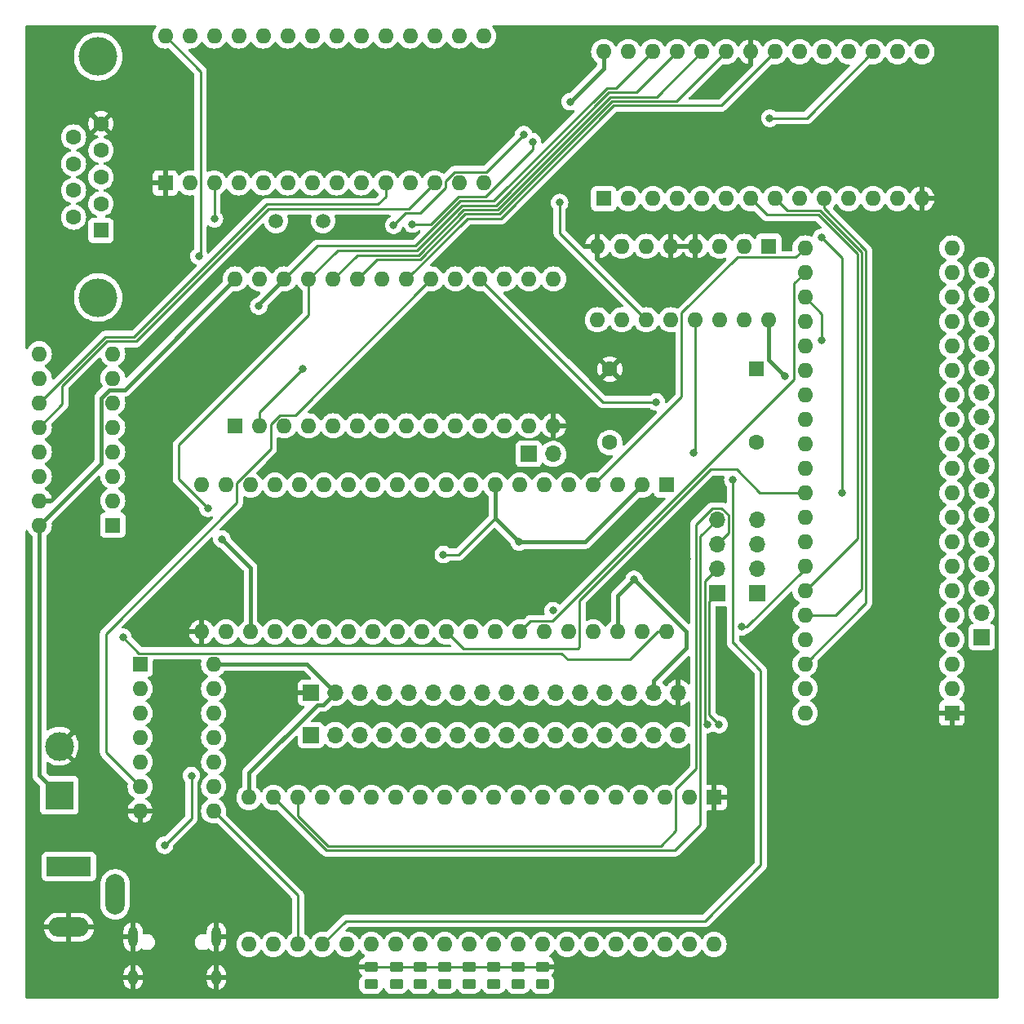
<source format=gbr>
%TF.GenerationSoftware,KiCad,Pcbnew,6.0.10-86aedd382b~118~ubuntu22.10.1*%
%TF.CreationDate,2023-07-03T20:16:52-07:00*%
%TF.ProjectId,6502v2,36353032-7632-42e6-9b69-6361645f7063,rev?*%
%TF.SameCoordinates,Original*%
%TF.FileFunction,Copper,L4,Bot*%
%TF.FilePolarity,Positive*%
%FSLAX46Y46*%
G04 Gerber Fmt 4.6, Leading zero omitted, Abs format (unit mm)*
G04 Created by KiCad (PCBNEW 6.0.10-86aedd382b~118~ubuntu22.10.1) date 2023-07-03 20:16:52*
%MOMM*%
%LPD*%
G01*
G04 APERTURE LIST*
G04 Aperture macros list*
%AMRoundRect*
0 Rectangle with rounded corners*
0 $1 Rounding radius*
0 $2 $3 $4 $5 $6 $7 $8 $9 X,Y pos of 4 corners*
0 Add a 4 corners polygon primitive as box body*
4,1,4,$2,$3,$4,$5,$6,$7,$8,$9,$2,$3,0*
0 Add four circle primitives for the rounded corners*
1,1,$1+$1,$2,$3*
1,1,$1+$1,$4,$5*
1,1,$1+$1,$6,$7*
1,1,$1+$1,$8,$9*
0 Add four rect primitives between the rounded corners*
20,1,$1+$1,$2,$3,$4,$5,0*
20,1,$1+$1,$4,$5,$6,$7,0*
20,1,$1+$1,$6,$7,$8,$9,0*
20,1,$1+$1,$8,$9,$2,$3,0*%
G04 Aperture macros list end*
%TA.AperFunction,ComponentPad*%
%ADD10C,1.500000*%
%TD*%
%TA.AperFunction,ComponentPad*%
%ADD11R,1.700000X1.700000*%
%TD*%
%TA.AperFunction,ComponentPad*%
%ADD12O,1.700000X1.700000*%
%TD*%
%TA.AperFunction,ComponentPad*%
%ADD13R,1.600000X1.600000*%
%TD*%
%TA.AperFunction,ComponentPad*%
%ADD14O,1.600000X1.600000*%
%TD*%
%TA.AperFunction,ComponentPad*%
%ADD15O,1.000000X2.100000*%
%TD*%
%TA.AperFunction,ComponentPad*%
%ADD16O,1.000000X1.600000*%
%TD*%
%TA.AperFunction,ComponentPad*%
%ADD17R,3.000000X3.000000*%
%TD*%
%TA.AperFunction,ComponentPad*%
%ADD18C,3.000000*%
%TD*%
%TA.AperFunction,ComponentPad*%
%ADD19R,4.600000X2.000000*%
%TD*%
%TA.AperFunction,ComponentPad*%
%ADD20O,4.200000X2.000000*%
%TD*%
%TA.AperFunction,ComponentPad*%
%ADD21O,2.000000X4.200000*%
%TD*%
%TA.AperFunction,ComponentPad*%
%ADD22C,1.600000*%
%TD*%
%TA.AperFunction,ComponentPad*%
%ADD23C,4.000000*%
%TD*%
%TA.AperFunction,SMDPad,CuDef*%
%ADD24RoundRect,0.250000X0.450000X-0.262500X0.450000X0.262500X-0.450000X0.262500X-0.450000X-0.262500X0*%
%TD*%
%TA.AperFunction,ViaPad*%
%ADD25C,0.800000*%
%TD*%
%TA.AperFunction,Conductor*%
%ADD26C,0.250000*%
%TD*%
%TA.AperFunction,Conductor*%
%ADD27C,0.400000*%
%TD*%
G04 APERTURE END LIST*
D10*
%TO.P,1.8432 Mh,1,1*%
%TO.N,Net-(R33-Pad2)*%
X61875000Y-47075000D03*
%TO.P,1.8432 Mh,2,2*%
%TO.N,Net-(C15-Pad1)*%
X56995000Y-47075000D03*
%TD*%
D11*
%TO.P,GPIO,1,Pin_1*%
%TO.N,/VIA/LCD PB7*%
X60600000Y-100425000D03*
D12*
%TO.P,GPIO,2,Pin_2*%
%TO.N,/VIA/LCD PB6*%
X63140000Y-100425000D03*
%TO.P,GPIO,3,Pin_3*%
%TO.N,/VIA/LCD PB5*%
X65680000Y-100425000D03*
%TO.P,GPIO,4,Pin_4*%
%TO.N,/VIA/LCD PB4*%
X68220000Y-100425000D03*
%TO.P,GPIO,5,Pin_5*%
%TO.N,/VIA/LCD PB3*%
X70760000Y-100425000D03*
%TO.P,GPIO,6,Pin_6*%
%TO.N,/VIA/LCD PB2*%
X73300000Y-100425000D03*
%TO.P,GPIO,7,Pin_7*%
%TO.N,/VIA/LCD PB1*%
X75840000Y-100425000D03*
%TO.P,GPIO,8,Pin_8*%
%TO.N,/VIA/LCD PB0*%
X78380000Y-100425000D03*
%TO.P,GPIO,9,Pin_9*%
%TO.N,/VIA/LCD PA7*%
X80920000Y-100425000D03*
%TO.P,GPIO,10,Pin_10*%
%TO.N,/VIA/LCD PA6*%
X83460000Y-100425000D03*
%TO.P,GPIO,11,Pin_11*%
%TO.N,/VIA/LCD PA5*%
X86000000Y-100425000D03*
%TO.P,GPIO,12,Pin_12*%
%TO.N,/VIA/LCD PA4*%
X88540000Y-100425000D03*
%TO.P,GPIO,13,Pin_13*%
%TO.N,/VIA/LCD PA3*%
X91080000Y-100425000D03*
%TO.P,GPIO,14,Pin_14*%
%TO.N,/VIA/LCD PA2*%
X93620000Y-100425000D03*
%TO.P,GPIO,15,Pin_15*%
%TO.N,/VIA/LCD PA1*%
X96160000Y-100425000D03*
%TO.P,GPIO,16,Pin_16*%
%TO.N,/VIA/LCD PA0*%
X98700000Y-100425000D03*
%TD*%
D11*
%TO.P,NMI,1,Pin_1*%
%TO.N,/CPU/NMI*%
X83225000Y-71250000D03*
D12*
%TO.P,NMI,2,Pin_2*%
%TO.N,/IRQ*%
X85765000Y-71250000D03*
%TD*%
D13*
%TO.P,65C22,1,VSS*%
%TO.N,GND*%
X102450000Y-106900000D03*
D14*
%TO.P,65C22,2,PA0*%
%TO.N,/VIA/LCD PA0*%
X99910000Y-106900000D03*
%TO.P,65C22,3,PA1*%
%TO.N,/VIA/LCD PA1*%
X97370000Y-106900000D03*
%TO.P,65C22,4,PA2*%
%TO.N,/VIA/LCD PA2*%
X94830000Y-106900000D03*
%TO.P,65C22,5,PA3*%
%TO.N,/VIA/LCD PA3*%
X92290000Y-106900000D03*
%TO.P,65C22,6,PA4*%
%TO.N,/VIA/LCD PA4*%
X89750000Y-106900000D03*
%TO.P,65C22,7,PA5*%
%TO.N,/VIA/LCD PA5*%
X87210000Y-106900000D03*
%TO.P,65C22,8,PA6*%
%TO.N,/VIA/LCD PA6*%
X84670000Y-106900000D03*
%TO.P,65C22,9,PA7*%
%TO.N,/VIA/LCD PA7*%
X82130000Y-106900000D03*
%TO.P,65C22,10,PB0*%
%TO.N,/VIA/LCD PB0*%
X79590000Y-106900000D03*
%TO.P,65C22,11,PB1*%
%TO.N,/VIA/LCD PB1*%
X77050000Y-106900000D03*
%TO.P,65C22,12,PB2*%
%TO.N,/VIA/LCD PB2*%
X74510000Y-106900000D03*
%TO.P,65C22,13,PB3*%
%TO.N,/VIA/LCD PB3*%
X71970000Y-106900000D03*
%TO.P,65C22,14,PB4*%
%TO.N,/VIA/LCD PB4*%
X69430000Y-106900000D03*
%TO.P,65C22,15,PB5*%
%TO.N,/VIA/LCD PB5*%
X66890000Y-106900000D03*
%TO.P,65C22,16,PB6*%
%TO.N,/VIA/LCD PB6*%
X64350000Y-106900000D03*
%TO.P,65C22,17,PB7*%
%TO.N,/VIA/LCD PB7*%
X61810000Y-106900000D03*
%TO.P,65C22,18,CB1*%
%TO.N,/VIA/LCD CB1*%
X59270000Y-106900000D03*
%TO.P,65C22,19,CB2*%
%TO.N,/VIA/LCD CB2*%
X56730000Y-106900000D03*
%TO.P,65C22,20,VCC*%
%TO.N,+5V*%
X54190000Y-106900000D03*
%TO.P,65C22,21,~{IRQ}*%
%TO.N,unconnected-(U6-Pad21)*%
X54190000Y-122140000D03*
%TO.P,65C22,22,R/~{W}*%
%TO.N,/R{slash}W*%
X56730000Y-122140000D03*
%TO.P,65C22,23,~{CS2}*%
%TO.N,/I{slash}O ~{Enable}*%
X59270000Y-122140000D03*
%TO.P,65C22,24,CS1*%
%TO.N,/LCD C22 Enable*%
X61810000Y-122140000D03*
%TO.P,65C22,25,\u03D52*%
%TO.N,/Clk*%
X64350000Y-122140000D03*
%TO.P,65C22,26,D7*%
%TO.N,/D7*%
X66890000Y-122140000D03*
%TO.P,65C22,27,D6*%
%TO.N,/D6*%
X69430000Y-122140000D03*
%TO.P,65C22,28,D5*%
%TO.N,/D5*%
X71970000Y-122140000D03*
%TO.P,65C22,29,D4*%
%TO.N,/D4*%
X74510000Y-122140000D03*
%TO.P,65C22,30,D3*%
%TO.N,/D3*%
X77050000Y-122140000D03*
%TO.P,65C22,31,D2*%
%TO.N,/D2*%
X79590000Y-122140000D03*
%TO.P,65C22,32,D1*%
%TO.N,/D1*%
X82130000Y-122140000D03*
%TO.P,65C22,33,D0*%
%TO.N,/D0*%
X84670000Y-122140000D03*
%TO.P,65C22,34,~{RES}*%
%TO.N,/Reset*%
X87210000Y-122140000D03*
%TO.P,65C22,35,RS3*%
%TO.N,/A3*%
X89750000Y-122140000D03*
%TO.P,65C22,36,RS2*%
%TO.N,/A2*%
X92290000Y-122140000D03*
%TO.P,65C22,37,RS1*%
%TO.N,/A1*%
X94830000Y-122140000D03*
%TO.P,65C22,38,RS0*%
%TO.N,/A0*%
X97370000Y-122140000D03*
%TO.P,65C22,39,CA2*%
%TO.N,/VIA/LCD CA2*%
X99910000Y-122140000D03*
%TO.P,65C22,40,CA1*%
%TO.N,/VIA/LCD CA1*%
X102450000Y-122140000D03*
%TD*%
D11*
%TO.P,J8,1,Pin_1*%
%TO.N,/VIA/LCD CA1*%
X102750000Y-85700000D03*
D12*
%TO.P,J8,2,Pin_2*%
%TO.N,/VIA/LCD CA2*%
X102750000Y-83160000D03*
%TO.P,J8,3,Pin_3*%
%TO.N,/VIA/LCD CB1*%
X102750000Y-80620000D03*
%TO.P,J8,4,Pin_4*%
%TO.N,/VIA/LCD CB2*%
X102750000Y-78080000D03*
%TD*%
D15*
%TO.P,USB1,13,SHIELD*%
%TO.N,GND*%
X50820000Y-121370000D03*
X42180000Y-121370000D03*
D16*
X42180000Y-125550000D03*
X50820000Y-125550000D03*
%TD*%
D11*
%TO.P,LCD Header,1,Pin_1*%
%TO.N,GND*%
X60623000Y-96022000D03*
D12*
%TO.P,LCD Header,2,Pin_2*%
%TO.N,+5V*%
X63163000Y-96022000D03*
%TO.P,LCD Header,3,Pin_3*%
%TO.N,/VIA/LCD PB7*%
X65703000Y-96022000D03*
%TO.P,LCD Header,4,Pin_4*%
%TO.N,/VIA/LCD PB6*%
X68243000Y-96022000D03*
%TO.P,LCD Header,5,Pin_5*%
%TO.N,/VIA/LCD PB5*%
X70783000Y-96022000D03*
%TO.P,LCD Header,6,Pin_6*%
%TO.N,/VIA/LCD PB4*%
X73323000Y-96022000D03*
%TO.P,LCD Header,7,Pin_7*%
%TO.N,/VIA/LCD PB3*%
X75863000Y-96022000D03*
%TO.P,LCD Header,8,Pin_8*%
%TO.N,/VIA/LCD PB2*%
X78403000Y-96022000D03*
%TO.P,LCD Header,9,Pin_9*%
%TO.N,/VIA/LCD PB1*%
X80943000Y-96022000D03*
%TO.P,LCD Header,10,Pin_10*%
%TO.N,/VIA/LCD PB0*%
X83483000Y-96022000D03*
%TO.P,LCD Header,11,Pin_11*%
%TO.N,/VIA/LCD PA7*%
X86023000Y-96022000D03*
%TO.P,LCD Header,12,Pin_12*%
%TO.N,/VIA/LCD PA6*%
X88563000Y-96022000D03*
%TO.P,LCD Header,13,Pin_13*%
%TO.N,/VIA/LCD PA5*%
X91103000Y-96022000D03*
%TO.P,LCD Header,14,Pin_14*%
%TO.N,Net-(J7-Pad14)*%
X93643000Y-96022000D03*
%TO.P,LCD Header,15,Pin_15*%
%TO.N,+5V*%
X96183000Y-96022000D03*
%TO.P,LCD Header,16,Pin_16*%
%TO.N,GND*%
X98723000Y-96022000D03*
%TD*%
D13*
%TO.P,74HC00,1*%
%TO.N,unconnected-(U1-Pad1)*%
X42900000Y-93050000D03*
D14*
%TO.P,74HC00,2*%
%TO.N,unconnected-(U1-Pad2)*%
X42900000Y-95590000D03*
%TO.P,74HC00,3*%
%TO.N,unconnected-(U1-Pad3)*%
X42900000Y-98130000D03*
%TO.P,74HC00,4*%
%TO.N,/Clk*%
X42900000Y-100670000D03*
%TO.P,74HC00,5*%
%TO.N,/~{A15}*%
X42900000Y-103210000D03*
%TO.P,74HC00,6*%
%TO.N,/RAM ~{CS}*%
X42900000Y-105750000D03*
%TO.P,74HC00,7,GND*%
%TO.N,GND*%
X42900000Y-108290000D03*
%TO.P,74HC00,8*%
%TO.N,/I{slash}O ~{Enable}*%
X50520000Y-108290000D03*
%TO.P,74HC00,9*%
%TO.N,/A14*%
X50520000Y-105750000D03*
%TO.P,74HC00,10*%
%TO.N,/~{A15}*%
X50520000Y-103210000D03*
%TO.P,74HC00,11*%
X50520000Y-100670000D03*
%TO.P,74HC00,12*%
%TO.N,/A15*%
X50520000Y-98130000D03*
%TO.P,74HC00,13*%
X50520000Y-95590000D03*
%TO.P,74HC00,14,VCC*%
%TO.N,+5V*%
X50520000Y-93050000D03*
%TD*%
D17*
%TO.P,J1,1,Pin_1*%
%TO.N,+5V*%
X34500000Y-106650000D03*
D18*
%TO.P,J1,2,Pin_2*%
%TO.N,GND*%
X34500000Y-101570000D03*
%TD*%
D19*
%TO.P,5v,1*%
%TO.N,VCC*%
X35500000Y-114050000D03*
D20*
%TO.P,5v,2*%
%TO.N,GND*%
X35500000Y-120350000D03*
D21*
%TO.P,5v,3*%
%TO.N,N/C*%
X40300000Y-116950000D03*
%TD*%
D13*
%TO.P,RAM,1,A14*%
%TO.N,/A14*%
X52775000Y-68325000D03*
D14*
%TO.P,RAM,2,A12*%
%TO.N,/A12*%
X55315000Y-68325000D03*
%TO.P,RAM,3,A7*%
%TO.N,/A7*%
X57855000Y-68325000D03*
%TO.P,RAM,4,A6*%
%TO.N,/A6*%
X60395000Y-68325000D03*
%TO.P,RAM,5,A5*%
%TO.N,/A5*%
X62935000Y-68325000D03*
%TO.P,RAM,6,A4*%
%TO.N,/A4*%
X65475000Y-68325000D03*
%TO.P,RAM,7,A3*%
%TO.N,/A3*%
X68015000Y-68325000D03*
%TO.P,RAM,8,A2*%
%TO.N,/A2*%
X70555000Y-68325000D03*
%TO.P,RAM,9,A1*%
%TO.N,/A1*%
X73095000Y-68325000D03*
%TO.P,RAM,10,A0*%
%TO.N,/A0*%
X75635000Y-68325000D03*
%TO.P,RAM,11,Q0*%
%TO.N,/D0*%
X78175000Y-68325000D03*
%TO.P,RAM,12,Q1*%
%TO.N,/D1*%
X80715000Y-68325000D03*
%TO.P,RAM,13,Q2*%
%TO.N,/D2*%
X83255000Y-68325000D03*
%TO.P,RAM,14,GND*%
%TO.N,GND*%
X85795000Y-68325000D03*
%TO.P,RAM,15,Q3*%
%TO.N,/D3*%
X85795000Y-53085000D03*
%TO.P,RAM,16,Q4*%
%TO.N,/D4*%
X83255000Y-53085000D03*
%TO.P,RAM,17,Q5*%
%TO.N,/D5*%
X80715000Y-53085000D03*
%TO.P,RAM,18,Q6*%
%TO.N,/D6*%
X78175000Y-53085000D03*
%TO.P,RAM,19,Q7*%
%TO.N,/D7*%
X75635000Y-53085000D03*
%TO.P,RAM,20,~{CS}*%
%TO.N,/RAM ~{CS}*%
X73095000Y-53085000D03*
%TO.P,RAM,21,A10*%
%TO.N,/A10*%
X70555000Y-53085000D03*
%TO.P,RAM,22,~{OE}*%
%TO.N,/A14*%
X68015000Y-53085000D03*
%TO.P,RAM,23,A11*%
%TO.N,/A11*%
X65475000Y-53085000D03*
%TO.P,RAM,24,A9*%
%TO.N,/A9*%
X62935000Y-53085000D03*
%TO.P,RAM,25,A8*%
%TO.N,/A8*%
X60395000Y-53085000D03*
%TO.P,RAM,26,A13*%
%TO.N,/A13*%
X57855000Y-53085000D03*
%TO.P,RAM,27,~{WE}*%
%TO.N,/R{slash}W*%
X55315000Y-53085000D03*
%TO.P,RAM,28,VCC*%
%TO.N,+5V*%
X52775000Y-53085000D03*
%TD*%
D13*
%TO.P,65C51,1,VSS*%
%TO.N,GND*%
X45500000Y-43125000D03*
D14*
%TO.P,65C51,2,CS1*%
%TO.N,/Serial Enable*%
X48040000Y-43125000D03*
%TO.P,65C51,3,~{CS2}*%
%TO.N,/I{slash}O ~{Enable}*%
X50580000Y-43125000D03*
%TO.P,65C51,4,~{RES}*%
%TO.N,/Reset*%
X53120000Y-43125000D03*
%TO.P,65C51,5,RxC*%
%TO.N,unconnected-(U8-Pad5)*%
X55660000Y-43125000D03*
%TO.P,65C51,6,XTAL1*%
%TO.N,Net-(C15-Pad1)*%
X58200000Y-43125000D03*
%TO.P,65C51,7,XTAL2*%
%TO.N,Net-(R33-Pad2)*%
X60740000Y-43125000D03*
%TO.P,65C51,8,~{RTS}*%
%TO.N,unconnected-(U8-Pad8)*%
X63280000Y-43125000D03*
%TO.P,65C51,9,~{CTS}*%
%TO.N,unconnected-(U8-Pad9)*%
X65820000Y-43125000D03*
%TO.P,65C51,10,TxD*%
%TO.N,/Serial/T1IN*%
X68360000Y-43125000D03*
%TO.P,65C51,11,~{DTR}*%
%TO.N,unconnected-(U8-Pad11)*%
X70900000Y-43125000D03*
%TO.P,65C51,12,RxD*%
%TO.N,/Serial/R1OUT*%
X73440000Y-43125000D03*
%TO.P,65C51,13,RS0*%
%TO.N,/A0*%
X75980000Y-43125000D03*
%TO.P,65C51,14,RS1*%
%TO.N,/A1*%
X78520000Y-43125000D03*
%TO.P,65C51,15,VCC*%
%TO.N,+5V*%
X78520000Y-27885000D03*
%TO.P,65C51,16,~{DCD}*%
%TO.N,unconnected-(U8-Pad16)*%
X75980000Y-27885000D03*
%TO.P,65C51,17,~{DSR}*%
%TO.N,unconnected-(U8-Pad17)*%
X73440000Y-27885000D03*
%TO.P,65C51,18,D0*%
%TO.N,/D0*%
X70900000Y-27885000D03*
%TO.P,65C51,19,D1*%
%TO.N,/D1*%
X68360000Y-27885000D03*
%TO.P,65C51,20,D2*%
%TO.N,/D2*%
X65820000Y-27885000D03*
%TO.P,65C51,21,D3*%
%TO.N,/D3*%
X63280000Y-27885000D03*
%TO.P,65C51,22,D4*%
%TO.N,/D4*%
X60740000Y-27885000D03*
%TO.P,65C51,23,D5*%
%TO.N,/D5*%
X58200000Y-27885000D03*
%TO.P,65C51,24,D6*%
%TO.N,/D6*%
X55660000Y-27885000D03*
%TO.P,65C51,25,D7*%
%TO.N,/D7*%
X53120000Y-27885000D03*
%TO.P,65C51,26,~{IRQ}*%
%TO.N,unconnected-(U8-Pad26)*%
X50580000Y-27885000D03*
%TO.P,65C51,27,\u03D52*%
%TO.N,/Clk*%
X48040000Y-27885000D03*
%TO.P,65C51,28,R/~{W}*%
%TO.N,/R{slash}W*%
X45500000Y-27885000D03*
%TD*%
D13*
%TO.P,1Mh,1,NC*%
%TO.N,unconnected-(X1-Pad1)*%
X106870000Y-62440000D03*
D22*
%TO.P,1Mh,7,GND*%
%TO.N,GND*%
X91630000Y-62440000D03*
%TO.P,1Mh,8,OUT*%
%TO.N,/Clk*%
X91630000Y-70060000D03*
%TO.P,1Mh,14,Vcc*%
%TO.N,+5V*%
X106870000Y-70060000D03*
%TD*%
D13*
%TO.P,74HC238,1,A0*%
%TO.N,/A4*%
X108125000Y-49700000D03*
D14*
%TO.P,74HC238,2,A1*%
%TO.N,/A5*%
X105585000Y-49700000D03*
%TO.P,74HC238,3,A2*%
%TO.N,/A6*%
X103045000Y-49700000D03*
%TO.P,74HC238,4,~{E1}*%
%TO.N,GND*%
X100505000Y-49700000D03*
%TO.P,74HC238,5,~{E2}*%
X97965000Y-49700000D03*
%TO.P,74HC238,6,E3*%
%TO.N,+5V*%
X95425000Y-49700000D03*
%TO.P,74HC238,7,Y7*%
%TO.N,unconnected-(U2-Pad7)*%
X92885000Y-49700000D03*
%TO.P,74HC238,8,GND*%
%TO.N,GND*%
X90345000Y-49700000D03*
%TO.P,74HC238,9,Y6*%
%TO.N,unconnected-(U2-Pad9)*%
X90345000Y-57320000D03*
%TO.P,74HC238,10,Y5*%
%TO.N,unconnected-(U2-Pad10)*%
X92885000Y-57320000D03*
%TO.P,74HC238,11,Y4*%
%TO.N,/Serial Enable*%
X95425000Y-57320000D03*
%TO.P,74HC238,12,Y3*%
%TO.N,unconnected-(U2-Pad12)*%
X97965000Y-57320000D03*
%TO.P,74HC238,13,Y2*%
%TO.N,/LCD C22 Enable*%
X100505000Y-57320000D03*
%TO.P,74HC238,14,Y1*%
%TO.N,/C22 Enable*%
X103045000Y-57320000D03*
%TO.P,74HC238,15,Y0*%
%TO.N,unconnected-(U2-Pad15)*%
X105585000Y-57320000D03*
%TO.P,74HC238,16,VCC*%
%TO.N,+5V*%
X108125000Y-57320000D03*
%TD*%
D13*
%TO.P,65C22,1,VSS*%
%TO.N,GND*%
X127125000Y-98125000D03*
D14*
%TO.P,65C22,2,PA0*%
%TO.N,/VIA/PA0*%
X127125000Y-95585000D03*
%TO.P,65C22,3,PA1*%
%TO.N,/VIA/PA1*%
X127125000Y-93045000D03*
%TO.P,65C22,4,PA2*%
%TO.N,/VIA/PA2*%
X127125000Y-90505000D03*
%TO.P,65C22,5,PA3*%
%TO.N,/VIA/PA3*%
X127125000Y-87965000D03*
%TO.P,65C22,6,PA4*%
%TO.N,/VIA/PA4*%
X127125000Y-85425000D03*
%TO.P,65C22,7,PA5*%
%TO.N,/VIA/PA5*%
X127125000Y-82885000D03*
%TO.P,65C22,8,PA6*%
%TO.N,/VIA/PA6*%
X127125000Y-80345000D03*
%TO.P,65C22,9,PA7*%
%TO.N,/VIA/PA7*%
X127125000Y-77805000D03*
%TO.P,65C22,10,PB0*%
%TO.N,/VIA/PB0*%
X127125000Y-75265000D03*
%TO.P,65C22,11,PB1*%
%TO.N,/VIA/PB1*%
X127125000Y-72725000D03*
%TO.P,65C22,12,PB2*%
%TO.N,/VIA/PB2*%
X127125000Y-70185000D03*
%TO.P,65C22,13,PB3*%
%TO.N,/VIA/PB3*%
X127125000Y-67645000D03*
%TO.P,65C22,14,PB4*%
%TO.N,/VIA/PB4*%
X127125000Y-65105000D03*
%TO.P,65C22,15,PB5*%
%TO.N,/VIA/PB5*%
X127125000Y-62565000D03*
%TO.P,65C22,16,PB6*%
%TO.N,/VIA/PB6*%
X127125000Y-60025000D03*
%TO.P,65C22,17,PB7*%
%TO.N,/VIA/PB7*%
X127125000Y-57485000D03*
%TO.P,65C22,18,CB1*%
%TO.N,/VIA/CB1*%
X127125000Y-54945000D03*
%TO.P,65C22,19,CB2*%
%TO.N,/VIA/CB2*%
X127125000Y-52405000D03*
%TO.P,65C22,20,VCC*%
%TO.N,+5V*%
X127125000Y-49865000D03*
%TO.P,65C22,21,~{IRQ}*%
%TO.N,/IRQ*%
X111885000Y-49865000D03*
%TO.P,65C22,22,R/~{W}*%
%TO.N,/R{slash}W*%
X111885000Y-52405000D03*
%TO.P,65C22,23,~{CS2}*%
%TO.N,/I{slash}O ~{Enable}*%
X111885000Y-54945000D03*
%TO.P,65C22,24,CS1*%
%TO.N,/C22 Enable*%
X111885000Y-57485000D03*
%TO.P,65C22,25,\u03D52*%
%TO.N,/Clk*%
X111885000Y-60025000D03*
%TO.P,65C22,26,D7*%
%TO.N,/D7*%
X111885000Y-62565000D03*
%TO.P,65C22,27,D6*%
%TO.N,/D6*%
X111885000Y-65105000D03*
%TO.P,65C22,28,D5*%
%TO.N,/D5*%
X111885000Y-67645000D03*
%TO.P,65C22,29,D4*%
%TO.N,/D4*%
X111885000Y-70185000D03*
%TO.P,65C22,30,D3*%
%TO.N,/D3*%
X111885000Y-72725000D03*
%TO.P,65C22,31,D2*%
%TO.N,/D2*%
X111885000Y-75265000D03*
%TO.P,65C22,32,D1*%
%TO.N,/D1*%
X111885000Y-77805000D03*
%TO.P,65C22,33,D0*%
%TO.N,/D0*%
X111885000Y-80345000D03*
%TO.P,65C22,34,~{RES}*%
%TO.N,/Reset*%
X111885000Y-82885000D03*
%TO.P,65C22,35,RS3*%
%TO.N,/A3*%
X111885000Y-85425000D03*
%TO.P,65C22,36,RS2*%
%TO.N,/A2*%
X111885000Y-87965000D03*
%TO.P,65C22,37,RS1*%
%TO.N,/A1*%
X111885000Y-90505000D03*
%TO.P,65C22,38,RS0*%
%TO.N,/A0*%
X111885000Y-93045000D03*
%TO.P,65C22,39,CA2*%
%TO.N,/VIA/CA2*%
X111885000Y-95585000D03*
%TO.P,65C22,40,CA1*%
%TO.N,/VIA/CA1*%
X111885000Y-98125000D03*
%TD*%
D13*
%TO.P,MAX232,1,C1+*%
%TO.N,Net-(C11-Pad1)*%
X40050000Y-78625000D03*
D14*
%TO.P,MAX232,2,VS+*%
%TO.N,Net-(C14-Pad1)*%
X40050000Y-76085000D03*
%TO.P,MAX232,3,C1-*%
%TO.N,Net-(C11-Pad2)*%
X40050000Y-73545000D03*
%TO.P,MAX232,4,C2+*%
%TO.N,Net-(C12-Pad1)*%
X40050000Y-71005000D03*
%TO.P,MAX232,5,C2-*%
%TO.N,Net-(C12-Pad2)*%
X40050000Y-68465000D03*
%TO.P,MAX232,6,VS-*%
%TO.N,Net-(C13-Pad1)*%
X40050000Y-65925000D03*
%TO.P,MAX232,7,T2OUT*%
%TO.N,unconnected-(U7-Pad7)*%
X40050000Y-63385000D03*
%TO.P,MAX232,8,R2IN*%
%TO.N,unconnected-(U7-Pad8)*%
X40050000Y-60845000D03*
%TO.P,MAX232,9,R2OUT*%
%TO.N,unconnected-(U7-Pad9)*%
X32430000Y-60845000D03*
%TO.P,MAX232,10,T2IN*%
%TO.N,unconnected-(U7-Pad10)*%
X32430000Y-63385000D03*
%TO.P,MAX232,11,T1IN*%
%TO.N,/Serial/T1IN*%
X32430000Y-65925000D03*
%TO.P,MAX232,12,R1OUT*%
%TO.N,/Serial/R1OUT*%
X32430000Y-68465000D03*
%TO.P,MAX232,13,R1IN*%
%TO.N,/Serial/R1IN*%
X32430000Y-71005000D03*
%TO.P,MAX232,14,T1OUT*%
%TO.N,/Serial/T1OUT*%
X32430000Y-73545000D03*
%TO.P,MAX232,15,GND*%
%TO.N,GND*%
X32430000Y-76085000D03*
%TO.P,MAX232,16,VCC*%
%TO.N,+5V*%
X32430000Y-78625000D03*
%TD*%
D22*
%TO.P,J9,9,9*%
%TO.N,unconnected-(J9-Pad9)*%
X35990331Y-38355000D03*
%TO.P,J9,8,8*%
%TO.N,unconnected-(J9-Pad8)*%
X35990331Y-41125000D03*
%TO.P,J9,7,7*%
%TO.N,unconnected-(J9-Pad7)*%
X35990331Y-43895000D03*
%TO.P,J9,6,6*%
%TO.N,unconnected-(J9-Pad6)*%
X35990331Y-46665000D03*
%TO.P,J9,5,5*%
%TO.N,GND*%
X38830331Y-36970000D03*
%TO.P,J9,4,4*%
%TO.N,unconnected-(J9-Pad4)*%
X38830331Y-39740000D03*
%TO.P,J9,3,3*%
%TO.N,/Serial/R1IN*%
X38830331Y-42510000D03*
%TO.P,J9,2,2*%
%TO.N,/Serial/T1OUT*%
X38830331Y-45280000D03*
D13*
%TO.P,J9,1,1*%
%TO.N,unconnected-(J9-Pad1)*%
X38830331Y-48050000D03*
D23*
%TO.P,J9,0*%
%TO.N,N/C*%
X38530331Y-30010000D03*
X38530331Y-55010000D03*
%TD*%
D11*
%TO.P,GPIO,1,Pin_1*%
%TO.N,/VIA/PA0*%
X130225000Y-90250000D03*
D12*
%TO.P,GPIO,2,Pin_2*%
%TO.N,/VIA/PA1*%
X130225000Y-87710000D03*
%TO.P,GPIO,3,Pin_3*%
%TO.N,/VIA/PA2*%
X130225000Y-85170000D03*
%TO.P,GPIO,4,Pin_4*%
%TO.N,/VIA/PA3*%
X130225000Y-82630000D03*
%TO.P,GPIO,5,Pin_5*%
%TO.N,/VIA/PA4*%
X130225000Y-80090000D03*
%TO.P,GPIO,6,Pin_6*%
%TO.N,/VIA/PA5*%
X130225000Y-77550000D03*
%TO.P,GPIO,7,Pin_7*%
%TO.N,/VIA/PA6*%
X130225000Y-75010000D03*
%TO.P,GPIO,8,Pin_8*%
%TO.N,/VIA/PA7*%
X130225000Y-72470000D03*
%TO.P,GPIO,9,Pin_9*%
%TO.N,/VIA/PB0*%
X130225000Y-69930000D03*
%TO.P,GPIO,10,Pin_10*%
%TO.N,/VIA/PB1*%
X130225000Y-67390000D03*
%TO.P,GPIO,11,Pin_11*%
%TO.N,/VIA/PB2*%
X130225000Y-64850000D03*
%TO.P,GPIO,12,Pin_12*%
%TO.N,/VIA/PB3*%
X130225000Y-62310000D03*
%TO.P,GPIO,13,Pin_13*%
%TO.N,/VIA/PB4*%
X130225000Y-59770000D03*
%TO.P,GPIO,14,Pin_14*%
%TO.N,/VIA/PB5*%
X130225000Y-57230000D03*
%TO.P,GPIO,15,Pin_15*%
%TO.N,/VIA/PB6*%
X130225000Y-54690000D03*
%TO.P,GPIO,16,Pin_16*%
%TO.N,/VIA/PB7*%
X130225000Y-52150000D03*
%TD*%
D11*
%TO.P,J5,1,Pin_1*%
%TO.N,/VIA/CA1*%
X106950000Y-85700000D03*
D12*
%TO.P,J5,2,Pin_2*%
%TO.N,/VIA/CA2*%
X106950000Y-83160000D03*
%TO.P,J5,3,Pin_3*%
%TO.N,/VIA/CB1*%
X106950000Y-80620000D03*
%TO.P,J5,4,Pin_4*%
%TO.N,/VIA/CB2*%
X106950000Y-78080000D03*
%TD*%
D13*
%TO.P,U9,1,A14*%
%TO.N,/A14*%
X91000000Y-44750000D03*
D14*
%TO.P,U9,2,A12*%
%TO.N,/A12*%
X93540000Y-44750000D03*
%TO.P,U9,3,A7*%
%TO.N,/A7*%
X96080000Y-44750000D03*
%TO.P,U9,4,A6*%
%TO.N,/A6*%
X98620000Y-44750000D03*
%TO.P,U9,5,A5*%
%TO.N,/A5*%
X101160000Y-44750000D03*
%TO.P,U9,6,A4*%
%TO.N,/A4*%
X103700000Y-44750000D03*
%TO.P,U9,7,A3*%
%TO.N,/A3*%
X106240000Y-44750000D03*
%TO.P,U9,8,A2*%
%TO.N,/A2*%
X108780000Y-44750000D03*
%TO.P,U9,9,A1*%
%TO.N,/A1*%
X111320000Y-44750000D03*
%TO.P,U9,10,A0*%
%TO.N,/A0*%
X113860000Y-44750000D03*
%TO.P,U9,11,D0*%
%TO.N,/D0*%
X116400000Y-44750000D03*
%TO.P,U9,12,D1*%
%TO.N,/D1*%
X118940000Y-44750000D03*
%TO.P,U9,13,D2*%
%TO.N,/D2*%
X121480000Y-44750000D03*
%TO.P,U9,14,GND*%
%TO.N,GND*%
X124020000Y-44750000D03*
%TO.P,U9,15,D3*%
%TO.N,/D3*%
X124020000Y-29510000D03*
%TO.P,U9,16,D4*%
%TO.N,/D4*%
X121480000Y-29510000D03*
%TO.P,U9,17,D5*%
%TO.N,/D5*%
X118940000Y-29510000D03*
%TO.P,U9,18,D6*%
%TO.N,/D6*%
X116400000Y-29510000D03*
%TO.P,U9,19,D7*%
%TO.N,/D7*%
X113860000Y-29510000D03*
%TO.P,U9,20,~{CS}*%
%TO.N,/~{A15}*%
X111320000Y-29510000D03*
%TO.P,U9,21,A10*%
%TO.N,/A10*%
X108780000Y-29510000D03*
%TO.P,U9,22,~{OE}*%
%TO.N,GND*%
X106240000Y-29510000D03*
%TO.P,U9,23,A11*%
%TO.N,/A11*%
X103700000Y-29510000D03*
%TO.P,U9,24,A9*%
%TO.N,/A9*%
X101160000Y-29510000D03*
%TO.P,U9,25,A8*%
%TO.N,/A8*%
X98620000Y-29510000D03*
%TO.P,U9,26,A13*%
%TO.N,/A13*%
X96080000Y-29510000D03*
%TO.P,U9,27,~{WE}*%
%TO.N,+5V*%
X93540000Y-29510000D03*
%TO.P,U9,28,VCC*%
X91000000Y-29510000D03*
%TD*%
D13*
%TO.P,65C02,1,~{VP}*%
%TO.N,unconnected-(U4-Pad1)*%
X97525000Y-74475000D03*
D14*
%TO.P,65C02,2,RDY*%
%TO.N,+5V*%
X94985000Y-74475000D03*
%TO.P,65C02,3,\u03D51*%
%TO.N,unconnected-(U4-Pad3)*%
X92445000Y-74475000D03*
%TO.P,65C02,4,~{IRQ}*%
%TO.N,/IRQ*%
X89905000Y-74475000D03*
%TO.P,65C02,5,~{ML}*%
%TO.N,unconnected-(U4-Pad5)*%
X87365000Y-74475000D03*
%TO.P,65C02,6,~{NMI}*%
%TO.N,/CPU/NMI*%
X84825000Y-74475000D03*
%TO.P,65C02,7,SYNC*%
%TO.N,unconnected-(U4-Pad7)*%
X82285000Y-74475000D03*
%TO.P,65C02,8,VDD*%
%TO.N,+5V*%
X79745000Y-74475000D03*
%TO.P,65C02,9,A0*%
%TO.N,/A0*%
X77205000Y-74475000D03*
%TO.P,65C02,10,A1*%
%TO.N,/A1*%
X74665000Y-74475000D03*
%TO.P,65C02,11,A2*%
%TO.N,/A2*%
X72125000Y-74475000D03*
%TO.P,65C02,12,A3*%
%TO.N,/A3*%
X69585000Y-74475000D03*
%TO.P,65C02,13,A4*%
%TO.N,/A4*%
X67045000Y-74475000D03*
%TO.P,65C02,14,A5*%
%TO.N,/A5*%
X64505000Y-74475000D03*
%TO.P,65C02,15,A6*%
%TO.N,/A6*%
X61965000Y-74475000D03*
%TO.P,65C02,16,A7*%
%TO.N,/A7*%
X59425000Y-74475000D03*
%TO.P,65C02,17,A8*%
%TO.N,/A8*%
X56885000Y-74475000D03*
%TO.P,65C02,18,A9*%
%TO.N,/A9*%
X54345000Y-74475000D03*
%TO.P,65C02,19,A10*%
%TO.N,/A10*%
X51805000Y-74475000D03*
%TO.P,65C02,20,A11*%
%TO.N,/A11*%
X49265000Y-74475000D03*
%TO.P,65C02,21,VSS*%
%TO.N,GND*%
X49265000Y-89715000D03*
%TO.P,65C02,22,A12*%
%TO.N,/A12*%
X51805000Y-89715000D03*
%TO.P,65C02,23,A13*%
%TO.N,/A13*%
X54345000Y-89715000D03*
%TO.P,65C02,24,A14*%
%TO.N,/A14*%
X56885000Y-89715000D03*
%TO.P,65C02,25,A15*%
%TO.N,/A15*%
X59425000Y-89715000D03*
%TO.P,65C02,26,D7*%
%TO.N,/D7*%
X61965000Y-89715000D03*
%TO.P,65C02,27,D6*%
%TO.N,/D6*%
X64505000Y-89715000D03*
%TO.P,65C02,28,D5*%
%TO.N,/D5*%
X67045000Y-89715000D03*
%TO.P,65C02,29,D4*%
%TO.N,/D4*%
X69585000Y-89715000D03*
%TO.P,65C02,30,D3*%
%TO.N,/D3*%
X72125000Y-89715000D03*
%TO.P,65C02,31,D2*%
%TO.N,/D2*%
X74665000Y-89715000D03*
%TO.P,65C02,32,D1*%
%TO.N,/D1*%
X77205000Y-89715000D03*
%TO.P,65C02,33,D0*%
%TO.N,/D0*%
X79745000Y-89715000D03*
%TO.P,65C02,34,R/~{W}*%
%TO.N,/R{slash}W*%
X82285000Y-89715000D03*
%TO.P,65C02,35,nc*%
%TO.N,unconnected-(U4-Pad35)*%
X84825000Y-89715000D03*
%TO.P,65C02,36,BE*%
%TO.N,+5V*%
X87365000Y-89715000D03*
%TO.P,65C02,37,\u03D50*%
%TO.N,/Clk*%
X89905000Y-89715000D03*
%TO.P,65C02,38,~{SO}*%
%TO.N,+5V*%
X92445000Y-89715000D03*
%TO.P,65C02,39,\u03D52*%
%TO.N,unconnected-(U4-Pad39)*%
X94985000Y-89715000D03*
%TO.P,65C02,40,~{RES}*%
%TO.N,/Reset*%
X97525000Y-89715000D03*
%TD*%
D24*
%TO.P,R16,1*%
%TO.N,Net-(D14-Pad1)*%
X69460000Y-126262500D03*
%TO.P,R16,2*%
%TO.N,GND*%
X69460000Y-124437500D03*
%TD*%
%TO.P,R18,1*%
%TO.N,Net-(D16-Pad1)*%
X66840000Y-126272500D03*
%TO.P,R18,2*%
%TO.N,GND*%
X66840000Y-124447500D03*
%TD*%
%TO.P,R12,1*%
%TO.N,Net-(D10-Pad1)*%
X74510000Y-126265000D03*
%TO.P,R12,2*%
%TO.N,GND*%
X74510000Y-124440000D03*
%TD*%
%TO.P,R8,1*%
%TO.N,Net-(D6-Pad1)*%
X79590000Y-126265000D03*
%TO.P,R8,2*%
%TO.N,GND*%
X79590000Y-124440000D03*
%TD*%
%TO.P,R6,1*%
%TO.N,Net-(D4-Pad1)*%
X82130000Y-126265000D03*
%TO.P,R6,2*%
%TO.N,GND*%
X82130000Y-124440000D03*
%TD*%
%TO.P,R14,1*%
%TO.N,Net-(D12-Pad1)*%
X71990000Y-126272500D03*
%TO.P,R14,2*%
%TO.N,GND*%
X71990000Y-124447500D03*
%TD*%
%TO.P,R4,1*%
%TO.N,Net-(D2-Pad1)*%
X84650000Y-126262500D03*
%TO.P,R4,2*%
%TO.N,GND*%
X84650000Y-124437500D03*
%TD*%
%TO.P,R10,1*%
%TO.N,Net-(D8-Pad1)*%
X77050000Y-126262500D03*
%TO.P,R10,2*%
%TO.N,GND*%
X77050000Y-124437500D03*
%TD*%
D25*
%TO.N,GND*%
X123750000Y-73775000D03*
X120875000Y-118925000D03*
X50475000Y-49300000D03*
X123775000Y-89175000D03*
X129050000Y-29350000D03*
X39720000Y-87150000D03*
X86325000Y-30950000D03*
X32525000Y-32400000D03*
X57900000Y-103050000D03*
X84725000Y-36000000D03*
X59800000Y-113550000D03*
X49150000Y-86440000D03*
X127975000Y-125775000D03*
X88425000Y-82800000D03*
X47650000Y-116375000D03*
X101375000Y-38625000D03*
X56125000Y-50450000D03*
X54475000Y-45250000D03*
X62600000Y-39850000D03*
X43390000Y-90370000D03*
X61570000Y-79040000D03*
X122390000Y-38490000D03*
X113040000Y-104800000D03*
X36250000Y-52225000D03*
X128000000Y-113750000D03*
X74100000Y-30625000D03*
X32475000Y-28700000D03*
X59620000Y-85480000D03*
X77875000Y-35275000D03*
X39720000Y-81690000D03*
X57950000Y-126025000D03*
X39720000Y-84000000D03*
X45650000Y-37070000D03*
X113100000Y-125775000D03*
X96800000Y-82225000D03*
X93475000Y-125725000D03*
X41575000Y-56925000D03*
X53525000Y-99850000D03*
X99600000Y-82150000D03*
X123750000Y-81350000D03*
X51650000Y-37050000D03*
X56070000Y-80150000D03*
X129200000Y-38475000D03*
X35300000Y-85290000D03*
X58870000Y-78630000D03*
%TO.N,+5V*%
X87525000Y-34700000D03*
X94150000Y-84250000D03*
X82225000Y-80375000D03*
X48210000Y-104620000D03*
X45430000Y-111840000D03*
X74350886Y-81674114D03*
X109825000Y-63150000D03*
%TO.N,Net-(D2-Pad1)*%
X84650000Y-126250000D03*
%TO.N,Net-(D4-Pad1)*%
X82150000Y-126250000D03*
%TO.N,/A1*%
X115700000Y-75300000D03*
X113584851Y-48770847D03*
%TO.N,Net-(D6-Pad1)*%
X79600000Y-126250000D03*
%TO.N,/A2*%
X85737451Y-87512951D03*
%TO.N,Net-(D8-Pad1)*%
X77050000Y-126250000D03*
%TO.N,Net-(D10-Pad1)*%
X74500000Y-126250000D03*
%TO.N,Net-(D12-Pad1)*%
X72050000Y-126250000D03*
%TO.N,/D5*%
X108225000Y-36400000D03*
%TO.N,Net-(D14-Pad1)*%
X69450000Y-126250000D03*
%TO.N,/D6*%
X96450000Y-65850000D03*
%TO.N,Net-(D16-Pad1)*%
X66850000Y-126250000D03*
%TO.N,/A8*%
X49925500Y-76875000D03*
%TO.N,/R{slash}W*%
X49000000Y-50700000D03*
%TO.N,/A12*%
X59800000Y-62400000D03*
X69200000Y-47500000D03*
X82700000Y-38100000D03*
%TO.N,/A13*%
X51374500Y-80075000D03*
X55200000Y-55900000D03*
%TO.N,/A14*%
X71150500Y-47400000D03*
X83600000Y-38850000D03*
%TO.N,/VIA/LCD CA1*%
X102975000Y-99325000D03*
%TO.N,/VIA/LCD CA2*%
X101759500Y-99325000D03*
%TO.N,/Reset*%
X41100000Y-90250000D03*
X105350000Y-89175000D03*
%TO.N,/I{slash}O ~{Enable}*%
X50600000Y-46850000D03*
X113650500Y-59411540D03*
%TO.N,/LCD C22 Enable*%
X100300000Y-71150000D03*
X104400000Y-73900000D03*
%TO.N,/Serial Enable*%
X86425500Y-45150000D03*
%TD*%
D26*
%TO.N,GND*%
X84650000Y-124437500D02*
X66850000Y-124437500D01*
X66850000Y-124437500D02*
X66840000Y-124447500D01*
D27*
%TO.N,+5V*%
X82225000Y-80375000D02*
X89085000Y-80375000D01*
X63163000Y-96022000D02*
X61913000Y-97272000D01*
X99575000Y-89675000D02*
X94150000Y-84250000D01*
X99575000Y-91400000D02*
X99575000Y-89675000D01*
X61253000Y-97272000D02*
X54190000Y-104335000D01*
X38850000Y-65427943D02*
X39692943Y-64585000D01*
X92445000Y-85955000D02*
X94150000Y-84250000D01*
X92445000Y-89715000D02*
X92445000Y-85955000D01*
X91000000Y-31225000D02*
X91000000Y-29510000D01*
X96183000Y-94792000D02*
X99575000Y-91400000D01*
X39692943Y-64585000D02*
X41275000Y-64585000D01*
X54190000Y-104335000D02*
X54190000Y-106900000D01*
D26*
X48210000Y-104620000D02*
X48210000Y-109060000D01*
D27*
X96183000Y-96022000D02*
X96183000Y-94792000D01*
X32430000Y-104580000D02*
X34500000Y-106650000D01*
X38850000Y-72205000D02*
X38850000Y-65427943D01*
X79745000Y-74475000D02*
X79745000Y-77895000D01*
X87525000Y-34700000D02*
X91000000Y-31225000D01*
D26*
X75965886Y-81674114D02*
X79745000Y-77895000D01*
D27*
X32430000Y-78625000D02*
X32430000Y-104580000D01*
X79745000Y-77895000D02*
X82225000Y-80375000D01*
X63163000Y-96022000D02*
X60191000Y-93050000D01*
X89085000Y-80375000D02*
X94985000Y-74475000D01*
X41275000Y-64585000D02*
X52775000Y-53085000D01*
X60191000Y-93050000D02*
X50520000Y-93050000D01*
X108125000Y-57320000D02*
X108125000Y-61450000D01*
D26*
X48210000Y-109060000D02*
X45430000Y-111840000D01*
D27*
X108125000Y-61450000D02*
X109825000Y-63150000D01*
D26*
X74350886Y-81674114D02*
X75965886Y-81674114D01*
D27*
X61913000Y-97272000D02*
X61253000Y-97272000D01*
X32430000Y-78625000D02*
X38850000Y-72205000D01*
D26*
%TO.N,/A0*%
X113860000Y-45773604D02*
X118200000Y-50113604D01*
X118200000Y-50113604D02*
X118200000Y-86730000D01*
X113860000Y-44750000D02*
X113860000Y-45773604D01*
X118200000Y-86730000D02*
X111885000Y-93045000D01*
%TO.N,/A1*%
X115700000Y-50885996D02*
X113584851Y-48770847D01*
X115700000Y-75300000D02*
X115700000Y-50885996D01*
%TO.N,/D2*%
X107215000Y-75265000D02*
X104800000Y-72850000D01*
X111885000Y-75265000D02*
X107215000Y-75265000D01*
X102061396Y-72850000D02*
X88490000Y-86421396D01*
X104800000Y-72850000D02*
X102061396Y-72850000D01*
X88490000Y-91310000D02*
X88325000Y-91475000D01*
X76425000Y-91475000D02*
X74665000Y-89715000D01*
X88490000Y-86421396D02*
X88490000Y-91310000D01*
X88325000Y-91475000D02*
X76425000Y-91475000D01*
%TO.N,/A2*%
X108780000Y-44750000D02*
X110030000Y-46000000D01*
X115085000Y-87965000D02*
X111885000Y-87965000D01*
X113450000Y-46000000D02*
X117750000Y-50300000D01*
X110030000Y-46000000D02*
X113450000Y-46000000D01*
X117750000Y-85300000D02*
X115085000Y-87965000D01*
X117750000Y-50300000D02*
X117750000Y-85300000D01*
%TO.N,/A3*%
X107940000Y-46450000D02*
X106240000Y-44750000D01*
X113263604Y-46450000D02*
X107940000Y-46450000D01*
X111885000Y-85425000D02*
X117300000Y-80010000D01*
X117300000Y-50486396D02*
X113263604Y-46450000D01*
X117300000Y-80010000D02*
X117300000Y-50486396D01*
%TO.N,/D5*%
X112050000Y-36400000D02*
X118940000Y-29510000D01*
X108225000Y-36400000D02*
X112050000Y-36400000D01*
%TO.N,/D6*%
X78175000Y-53085000D02*
X90940000Y-65850000D01*
X90940000Y-65850000D02*
X96450000Y-65850000D01*
%TO.N,/A8*%
X79795406Y-45445406D02*
X76285406Y-45445406D01*
X60395000Y-56830000D02*
X46900000Y-70325000D01*
X71615406Y-50115406D02*
X63364594Y-50115406D01*
X63364594Y-50115406D02*
X60395000Y-53085000D01*
X98620000Y-29510000D02*
X94380000Y-33750000D01*
X91490812Y-33750000D02*
X79795406Y-45445406D01*
X46900000Y-73849500D02*
X49925500Y-76875000D01*
X46900000Y-70325000D02*
X46900000Y-73849500D01*
X60395000Y-53085000D02*
X60395000Y-56830000D01*
X94380000Y-33750000D02*
X91490812Y-33750000D01*
X76285406Y-45445406D02*
X71615406Y-50115406D01*
%TO.N,/A9*%
X101160000Y-29510000D02*
X96470000Y-34200000D01*
X71757208Y-50610000D02*
X76467208Y-45900000D01*
X76467208Y-45900000D02*
X79977208Y-45900000D01*
X65410000Y-50610000D02*
X71757208Y-50610000D01*
X96470000Y-34200000D02*
X95800000Y-34200000D01*
X79977208Y-45900000D02*
X91677208Y-34200000D01*
X62935000Y-53085000D02*
X65410000Y-50610000D01*
X91677208Y-34200000D02*
X95800000Y-34200000D01*
%TO.N,/A10*%
X80350000Y-46800000D02*
X76840000Y-46800000D01*
X103190000Y-35100000D02*
X92050000Y-35100000D01*
X92050000Y-35100000D02*
X80350000Y-46800000D01*
X76840000Y-46800000D02*
X70555000Y-53085000D01*
X108780000Y-29510000D02*
X103190000Y-35100000D01*
%TO.N,/R{slash}W*%
X110753630Y-53536370D02*
X110753630Y-63521370D01*
X83425000Y-88575000D02*
X82285000Y-89715000D01*
X85700000Y-88575000D02*
X83425000Y-88575000D01*
X45500000Y-27885000D02*
X49165000Y-31550000D01*
X111885000Y-52405000D02*
X110753630Y-53536370D01*
X49165000Y-50535000D02*
X49000000Y-50700000D01*
X110753630Y-63521370D02*
X85700000Y-88575000D01*
X49165000Y-31550000D02*
X49165000Y-50535000D01*
%TO.N,/A11*%
X71943604Y-51060000D02*
X76653604Y-46350000D01*
X76653604Y-46350000D02*
X80163604Y-46350000D01*
X65475000Y-53085000D02*
X67500000Y-51060000D01*
X67500000Y-51060000D02*
X71943604Y-51060000D01*
X80163604Y-46350000D02*
X91863604Y-34650000D01*
X98560000Y-34650000D02*
X103700000Y-29510000D01*
X91863604Y-34650000D02*
X98560000Y-34650000D01*
%TO.N,/A12*%
X70450000Y-46250000D02*
X69200000Y-47500000D01*
X71950000Y-46250000D02*
X70450000Y-46250000D01*
X55315000Y-66885000D02*
X55315000Y-68325000D01*
X74565000Y-43635000D02*
X71950000Y-46250000D01*
X82700000Y-38100000D02*
X78800000Y-42000000D01*
X74565000Y-42949009D02*
X74565000Y-43635000D01*
X59800000Y-62400000D02*
X55315000Y-66885000D01*
X78800000Y-42000000D02*
X75514009Y-42000000D01*
X75514009Y-42000000D02*
X74565000Y-42949009D01*
D27*
%TO.N,/A13*%
X55200000Y-55740000D02*
X57855000Y-53085000D01*
X55200000Y-55900000D02*
X55200000Y-55740000D01*
D26*
X79609010Y-44995406D02*
X76099010Y-44995406D01*
D27*
X54345000Y-83045500D02*
X51374500Y-80075000D01*
D26*
X61274594Y-49665406D02*
X57855000Y-53085000D01*
X76099010Y-44995406D02*
X71429010Y-49665406D01*
X91304416Y-33300000D02*
X79609010Y-44995406D01*
X71429010Y-49665406D02*
X61274594Y-49665406D01*
X92290000Y-33300000D02*
X91304416Y-33300000D01*
X96080000Y-29510000D02*
X92290000Y-33300000D01*
D27*
X54345000Y-89715000D02*
X54345000Y-83045500D01*
D26*
%TO.N,/A14*%
X75912614Y-44545406D02*
X73058020Y-47400000D01*
X83600000Y-39635991D02*
X78690585Y-44545406D01*
X73058020Y-47400000D02*
X71150500Y-47400000D01*
X83600000Y-38850000D02*
X83600000Y-39635991D01*
X78690585Y-44545406D02*
X75912614Y-44545406D01*
%TO.N,/IRQ*%
X99090000Y-56610000D02*
X99090000Y-65290000D01*
X104875000Y-50825000D02*
X99090000Y-56610000D01*
X111885000Y-49865000D02*
X110925000Y-50825000D01*
X110925000Y-50825000D02*
X104875000Y-50825000D01*
X99090000Y-65290000D02*
X89905000Y-74475000D01*
%TO.N,/VIA/LCD CA1*%
X102750000Y-85700000D02*
X101935000Y-86515000D01*
X101935000Y-87300000D02*
X101935000Y-98285000D01*
X101935000Y-98285000D02*
X102975000Y-99325000D01*
X101935000Y-86515000D02*
X101935000Y-87300000D01*
%TO.N,/VIA/LCD CA2*%
X101485000Y-84425000D02*
X101485000Y-93650000D01*
X101485000Y-99050500D02*
X101759500Y-99325000D01*
X101485000Y-93650000D02*
X101485000Y-99050500D01*
X102750000Y-83160000D02*
X101485000Y-84425000D01*
%TO.N,/VIA/LCD CB1*%
X96925000Y-111925000D02*
X98495000Y-110355000D01*
X102263299Y-76905000D02*
X103236701Y-76905000D01*
X103925000Y-79445000D02*
X102750000Y-80620000D01*
X100585000Y-78583299D02*
X102263299Y-76905000D01*
X100585000Y-103915000D02*
X100585000Y-78583299D01*
X59270000Y-106900000D02*
X59270000Y-108803604D01*
X98495000Y-110355000D02*
X98495000Y-106005000D01*
X103925000Y-77593299D02*
X103925000Y-79445000D01*
X103236701Y-76905000D02*
X103925000Y-77593299D01*
X59270000Y-108803604D02*
X62391396Y-111925000D01*
X98495000Y-106005000D02*
X100585000Y-103915000D01*
X62391396Y-111925000D02*
X96925000Y-111925000D01*
%TO.N,/VIA/LCD CB2*%
X101035000Y-109740000D02*
X98400000Y-112375000D01*
X102750000Y-78080000D02*
X101035000Y-79795000D01*
X62205000Y-112375000D02*
X56730000Y-106900000D01*
X98400000Y-112375000D02*
X62205000Y-112375000D01*
X101035000Y-79795000D02*
X101035000Y-109740000D01*
%TO.N,/Reset*%
X96575991Y-89715000D02*
X93715991Y-92575000D01*
X97525000Y-89715000D02*
X96575991Y-89715000D01*
X111885000Y-83115000D02*
X111885000Y-82885000D01*
X87275000Y-92575000D02*
X86625000Y-91925000D01*
X93715991Y-92575000D02*
X87275000Y-92575000D01*
X105825000Y-89175000D02*
X111885000Y-83115000D01*
X86625000Y-91925000D02*
X42775000Y-91925000D01*
X42775000Y-91925000D02*
X41100000Y-90250000D01*
X105350000Y-89175000D02*
X105825000Y-89175000D01*
%TO.N,/RAM ~{CS}*%
X57389009Y-67200000D02*
X56450000Y-68139009D01*
X56450000Y-68139009D02*
X56450000Y-70730000D01*
X52930000Y-74250000D02*
X52930000Y-76320000D01*
X39350000Y-89900000D02*
X39350000Y-102200000D01*
X52930000Y-76320000D02*
X39350000Y-89900000D01*
X39350000Y-102200000D02*
X42900000Y-105750000D01*
X58980000Y-67200000D02*
X57389009Y-67200000D01*
X73095000Y-53085000D02*
X58980000Y-67200000D01*
X56450000Y-70730000D02*
X52930000Y-74250000D01*
%TO.N,/I{slash}O ~{Enable}*%
X113650500Y-56710500D02*
X111885000Y-54945000D01*
X59270000Y-117040000D02*
X50520000Y-108290000D01*
X113650500Y-59411540D02*
X113650500Y-56710500D01*
X59270000Y-122140000D02*
X59270000Y-117040000D01*
X50580000Y-46830000D02*
X50580000Y-43125000D01*
X50600000Y-46850000D02*
X50580000Y-46830000D01*
%TO.N,/LCD C22 Enable*%
X100505000Y-70945000D02*
X100505000Y-57320000D01*
X64250000Y-119700000D02*
X65350000Y-119700000D01*
X107300000Y-93750000D02*
X104450000Y-90900000D01*
X65350000Y-119700000D02*
X101500000Y-119700000D01*
X61810000Y-122140000D02*
X64250000Y-119700000D01*
X101500000Y-119700000D02*
X107300000Y-113900000D01*
X104450000Y-90900000D02*
X104400000Y-90850000D01*
X100300000Y-71150000D02*
X100505000Y-70945000D01*
X104400000Y-90850000D02*
X104400000Y-73900000D01*
X107300000Y-113900000D02*
X107300000Y-93750000D01*
%TO.N,/Serial/T1IN*%
X32430000Y-65925000D02*
X39255000Y-59100000D01*
X42275000Y-59100000D02*
X56025000Y-45350000D01*
X68360000Y-44565000D02*
X68360000Y-43125000D01*
X56025000Y-45350000D02*
X67575000Y-45350000D01*
X39255000Y-59100000D02*
X42275000Y-59100000D01*
X67575000Y-45350000D02*
X68360000Y-44565000D01*
%TO.N,/Serial/R1OUT*%
X42461396Y-59550000D02*
X39441396Y-59550000D01*
X34825000Y-66075000D02*
X34820000Y-66075000D01*
X73440000Y-43125000D02*
X70765000Y-45800000D01*
X34825000Y-64166396D02*
X34825000Y-66075000D01*
X34820000Y-66075000D02*
X32430000Y-68465000D01*
X39441396Y-59550000D02*
X34825000Y-64166396D01*
X70765000Y-45800000D02*
X56211396Y-45800000D01*
X56211396Y-45800000D02*
X42461396Y-59550000D01*
%TO.N,/Serial Enable*%
X86425500Y-48320500D02*
X95425000Y-57320000D01*
X86425500Y-45150000D02*
X86425500Y-48320500D01*
%TD*%
%TA.AperFunction,Conductor*%
%TO.N,GND*%
G36*
X131933621Y-26778502D02*
G01*
X131980114Y-26832158D01*
X131991500Y-26884500D01*
X131991500Y-127615500D01*
X131971498Y-127683621D01*
X131917842Y-127730114D01*
X131865500Y-127741500D01*
X31134500Y-127741500D01*
X31066379Y-127721498D01*
X31019886Y-127667842D01*
X31008500Y-127615500D01*
X31008500Y-125896657D01*
X41172000Y-125896657D01*
X41172301Y-125902805D01*
X41185812Y-126040603D01*
X41188195Y-126052638D01*
X41241767Y-126230076D01*
X41246441Y-126241416D01*
X41333460Y-126405077D01*
X41340249Y-126415294D01*
X41457397Y-126558933D01*
X41466041Y-126567637D01*
X41608856Y-126685784D01*
X41619027Y-126692644D01*
X41782076Y-126780804D01*
X41793381Y-126785556D01*
X41908692Y-126821250D01*
X41922795Y-126821456D01*
X41926000Y-126814701D01*
X41926000Y-126807924D01*
X42434000Y-126807924D01*
X42437973Y-126821455D01*
X42445768Y-126822575D01*
X42553521Y-126790862D01*
X42564889Y-126786269D01*
X42729154Y-126700393D01*
X42739415Y-126693679D01*
X42883873Y-126577532D01*
X42892632Y-126568954D01*
X43011778Y-126426961D01*
X43018708Y-126416841D01*
X43108002Y-126254415D01*
X43112834Y-126243142D01*
X43168880Y-126066462D01*
X43171430Y-126054468D01*
X43187607Y-125910239D01*
X43188000Y-125903215D01*
X43188000Y-125896657D01*
X49812000Y-125896657D01*
X49812301Y-125902805D01*
X49825812Y-126040603D01*
X49828195Y-126052638D01*
X49881767Y-126230076D01*
X49886441Y-126241416D01*
X49973460Y-126405077D01*
X49980249Y-126415294D01*
X50097397Y-126558933D01*
X50106041Y-126567637D01*
X50248856Y-126685784D01*
X50259027Y-126692644D01*
X50422076Y-126780804D01*
X50433381Y-126785556D01*
X50548692Y-126821250D01*
X50562795Y-126821456D01*
X50566000Y-126814701D01*
X50566000Y-126807924D01*
X51074000Y-126807924D01*
X51077973Y-126821455D01*
X51085768Y-126822575D01*
X51193521Y-126790862D01*
X51204889Y-126786269D01*
X51369154Y-126700393D01*
X51379415Y-126693679D01*
X51523873Y-126577532D01*
X51532632Y-126568954D01*
X51651778Y-126426961D01*
X51658708Y-126416841D01*
X51748002Y-126254415D01*
X51752834Y-126243142D01*
X51808880Y-126066462D01*
X51811430Y-126054468D01*
X51827607Y-125910239D01*
X51828000Y-125903215D01*
X51828000Y-125822115D01*
X51823525Y-125806876D01*
X51822135Y-125805671D01*
X51814452Y-125804000D01*
X51092115Y-125804000D01*
X51076876Y-125808475D01*
X51075671Y-125809865D01*
X51074000Y-125817548D01*
X51074000Y-126807924D01*
X50566000Y-126807924D01*
X50566000Y-125822115D01*
X50561525Y-125806876D01*
X50560135Y-125805671D01*
X50552452Y-125804000D01*
X49830115Y-125804000D01*
X49814876Y-125808475D01*
X49813671Y-125809865D01*
X49812000Y-125817548D01*
X49812000Y-125896657D01*
X43188000Y-125896657D01*
X43188000Y-125822115D01*
X43183525Y-125806876D01*
X43182135Y-125805671D01*
X43174452Y-125804000D01*
X42452115Y-125804000D01*
X42436876Y-125808475D01*
X42435671Y-125809865D01*
X42434000Y-125817548D01*
X42434000Y-126807924D01*
X41926000Y-126807924D01*
X41926000Y-125822115D01*
X41921525Y-125806876D01*
X41920135Y-125805671D01*
X41912452Y-125804000D01*
X41190115Y-125804000D01*
X41174876Y-125808475D01*
X41173671Y-125809865D01*
X41172000Y-125817548D01*
X41172000Y-125896657D01*
X31008500Y-125896657D01*
X31008500Y-125277885D01*
X41172000Y-125277885D01*
X41176475Y-125293124D01*
X41177865Y-125294329D01*
X41185548Y-125296000D01*
X41907885Y-125296000D01*
X41923124Y-125291525D01*
X41924329Y-125290135D01*
X41926000Y-125282452D01*
X41926000Y-125277885D01*
X42434000Y-125277885D01*
X42438475Y-125293124D01*
X42439865Y-125294329D01*
X42447548Y-125296000D01*
X43169885Y-125296000D01*
X43185124Y-125291525D01*
X43186329Y-125290135D01*
X43188000Y-125282452D01*
X43188000Y-125277885D01*
X49812000Y-125277885D01*
X49816475Y-125293124D01*
X49817865Y-125294329D01*
X49825548Y-125296000D01*
X50547885Y-125296000D01*
X50563124Y-125291525D01*
X50564329Y-125290135D01*
X50566000Y-125282452D01*
X50566000Y-125277885D01*
X51074000Y-125277885D01*
X51078475Y-125293124D01*
X51079865Y-125294329D01*
X51087548Y-125296000D01*
X51809885Y-125296000D01*
X51825124Y-125291525D01*
X51826329Y-125290135D01*
X51828000Y-125282452D01*
X51828000Y-125203343D01*
X51827699Y-125197195D01*
X51814188Y-125059397D01*
X51811805Y-125047362D01*
X51758233Y-124869924D01*
X51753559Y-124858584D01*
X51666540Y-124694923D01*
X51659751Y-124684706D01*
X51542603Y-124541067D01*
X51533959Y-124532363D01*
X51391144Y-124414216D01*
X51380973Y-124407356D01*
X51217924Y-124319196D01*
X51206619Y-124314444D01*
X51091308Y-124278750D01*
X51077205Y-124278544D01*
X51074000Y-124285299D01*
X51074000Y-125277885D01*
X50566000Y-125277885D01*
X50566000Y-124292076D01*
X50562027Y-124278545D01*
X50554232Y-124277425D01*
X50446479Y-124309138D01*
X50435111Y-124313731D01*
X50270846Y-124399607D01*
X50260585Y-124406321D01*
X50116127Y-124522468D01*
X50107368Y-124531046D01*
X49988222Y-124673039D01*
X49981292Y-124683159D01*
X49891998Y-124845585D01*
X49887166Y-124856858D01*
X49831120Y-125033538D01*
X49828570Y-125045532D01*
X49812393Y-125189761D01*
X49812000Y-125196785D01*
X49812000Y-125277885D01*
X43188000Y-125277885D01*
X43188000Y-125203343D01*
X43187699Y-125197195D01*
X43174188Y-125059397D01*
X43171805Y-125047362D01*
X43118233Y-124869924D01*
X43113559Y-124858584D01*
X43026540Y-124694923D01*
X43019751Y-124684706D01*
X42902603Y-124541067D01*
X42893959Y-124532363D01*
X42751144Y-124414216D01*
X42740973Y-124407356D01*
X42577924Y-124319196D01*
X42566619Y-124314444D01*
X42451308Y-124278750D01*
X42437205Y-124278544D01*
X42434000Y-124285299D01*
X42434000Y-125277885D01*
X41926000Y-125277885D01*
X41926000Y-124292076D01*
X41922027Y-124278545D01*
X41914232Y-124277425D01*
X41806479Y-124309138D01*
X41795111Y-124313731D01*
X41630846Y-124399607D01*
X41620585Y-124406321D01*
X41476127Y-124522468D01*
X41467368Y-124531046D01*
X41348222Y-124673039D01*
X41341292Y-124683159D01*
X41251998Y-124845585D01*
X41247166Y-124856858D01*
X41191120Y-125033538D01*
X41188570Y-125045532D01*
X41172393Y-125189761D01*
X41172000Y-125196785D01*
X41172000Y-125277885D01*
X31008500Y-125277885D01*
X31008500Y-121966657D01*
X41172000Y-121966657D01*
X41172301Y-121972805D01*
X41185812Y-122110603D01*
X41188195Y-122122638D01*
X41241767Y-122300076D01*
X41246441Y-122311416D01*
X41333460Y-122475077D01*
X41340249Y-122485294D01*
X41457397Y-122628933D01*
X41466041Y-122637637D01*
X41608856Y-122755784D01*
X41619027Y-122762644D01*
X41782076Y-122850804D01*
X41793381Y-122855556D01*
X41908692Y-122891250D01*
X41922795Y-122891456D01*
X41926000Y-122884701D01*
X41926000Y-122877924D01*
X42434000Y-122877924D01*
X42437973Y-122891455D01*
X42445768Y-122892575D01*
X42553521Y-122860862D01*
X42564889Y-122856269D01*
X42729154Y-122770393D01*
X42739415Y-122763679D01*
X42883873Y-122647532D01*
X42892632Y-122638954D01*
X42937000Y-122586079D01*
X42996110Y-122546752D01*
X43067098Y-122545626D01*
X43110048Y-122566972D01*
X43175678Y-122617150D01*
X43262372Y-122657576D01*
X43333631Y-122690805D01*
X43333634Y-122690806D01*
X43339808Y-122693685D01*
X43346456Y-122695171D01*
X43346459Y-122695172D01*
X43452421Y-122718857D01*
X43516543Y-122733190D01*
X43522088Y-122733500D01*
X43655244Y-122733500D01*
X43790037Y-122718857D01*
X43908190Y-122679094D01*
X43955204Y-122663272D01*
X43955206Y-122663271D01*
X43961675Y-122661094D01*
X44116905Y-122567823D01*
X44121862Y-122563135D01*
X44121865Y-122563133D01*
X44243527Y-122448082D01*
X44243529Y-122448080D01*
X44248485Y-122443393D01*
X44252317Y-122437755D01*
X44252320Y-122437751D01*
X44346442Y-122299255D01*
X44350277Y-122293612D01*
X44417530Y-122125466D01*
X44418644Y-122118738D01*
X44418645Y-122118734D01*
X44445993Y-121953539D01*
X44445993Y-121953536D01*
X44447108Y-121946802D01*
X44442444Y-121857798D01*
X44442203Y-121853198D01*
X48552892Y-121853198D01*
X48553249Y-121860015D01*
X48553249Y-121860019D01*
X48558151Y-121953539D01*
X48562370Y-122034047D01*
X48564181Y-122040620D01*
X48564181Y-122040623D01*
X48586772Y-122122638D01*
X48610461Y-122208641D01*
X48694922Y-122368836D01*
X48699327Y-122374049D01*
X48699330Y-122374053D01*
X48807406Y-122501943D01*
X48807410Y-122501947D01*
X48811813Y-122507157D01*
X48817237Y-122511304D01*
X48817238Y-122511305D01*
X48950257Y-122613006D01*
X48950261Y-122613009D01*
X48955678Y-122617150D01*
X49042372Y-122657576D01*
X49113631Y-122690805D01*
X49113634Y-122690806D01*
X49119808Y-122693685D01*
X49126456Y-122695171D01*
X49126459Y-122695172D01*
X49232421Y-122718857D01*
X49296543Y-122733190D01*
X49302088Y-122733500D01*
X49435244Y-122733500D01*
X49570037Y-122718857D01*
X49688190Y-122679094D01*
X49735204Y-122663272D01*
X49735206Y-122663271D01*
X49741675Y-122661094D01*
X49893651Y-122569778D01*
X49893654Y-122569777D01*
X49896905Y-122567823D01*
X49897255Y-122568406D01*
X49958917Y-122544935D01*
X50028391Y-122559561D01*
X50066391Y-122590915D01*
X50097397Y-122628933D01*
X50106041Y-122637637D01*
X50248856Y-122755784D01*
X50259027Y-122762644D01*
X50422076Y-122850804D01*
X50433381Y-122855556D01*
X50548692Y-122891250D01*
X50562795Y-122891456D01*
X50566000Y-122884701D01*
X50566000Y-122877924D01*
X51074000Y-122877924D01*
X51077973Y-122891455D01*
X51085768Y-122892575D01*
X51193521Y-122860862D01*
X51204889Y-122856269D01*
X51369154Y-122770393D01*
X51379415Y-122763679D01*
X51523873Y-122647532D01*
X51532632Y-122638954D01*
X51651778Y-122496961D01*
X51658708Y-122486841D01*
X51748002Y-122324415D01*
X51752834Y-122313142D01*
X51808880Y-122136462D01*
X51811430Y-122124468D01*
X51827607Y-121980239D01*
X51828000Y-121973215D01*
X51828000Y-121642115D01*
X51823525Y-121626876D01*
X51822135Y-121625671D01*
X51814452Y-121624000D01*
X51092115Y-121624000D01*
X51076876Y-121628475D01*
X51075671Y-121629865D01*
X51074000Y-121637548D01*
X51074000Y-122877924D01*
X50566000Y-122877924D01*
X50566000Y-121097885D01*
X51074000Y-121097885D01*
X51078475Y-121113124D01*
X51079865Y-121114329D01*
X51087548Y-121116000D01*
X51809885Y-121116000D01*
X51825124Y-121111525D01*
X51826329Y-121110135D01*
X51828000Y-121102452D01*
X51828000Y-120773343D01*
X51827699Y-120767195D01*
X51814188Y-120629397D01*
X51811805Y-120617362D01*
X51758233Y-120439924D01*
X51753559Y-120428584D01*
X51666540Y-120264923D01*
X51659751Y-120254706D01*
X51542603Y-120111067D01*
X51533959Y-120102363D01*
X51391144Y-119984216D01*
X51380973Y-119977356D01*
X51217924Y-119889196D01*
X51206619Y-119884444D01*
X51091308Y-119848750D01*
X51077205Y-119848544D01*
X51074000Y-119855299D01*
X51074000Y-121097885D01*
X50566000Y-121097885D01*
X50566000Y-119862076D01*
X50562027Y-119848545D01*
X50554232Y-119847425D01*
X50446479Y-119879138D01*
X50435111Y-119883731D01*
X50270846Y-119969607D01*
X50260585Y-119976321D01*
X50116127Y-120092468D01*
X50107368Y-120101046D01*
X49988222Y-120243039D01*
X49981292Y-120253159D01*
X49891998Y-120415585D01*
X49887166Y-120426858D01*
X49831120Y-120603538D01*
X49828570Y-120615532D01*
X49812393Y-120759761D01*
X49812000Y-120766785D01*
X49812000Y-120982974D01*
X49791998Y-121051095D01*
X49738342Y-121097588D01*
X49668068Y-121107692D01*
X49658514Y-121105939D01*
X49488506Y-121067938D01*
X49488499Y-121067937D01*
X49483457Y-121066810D01*
X49477912Y-121066500D01*
X49344756Y-121066500D01*
X49209963Y-121081143D01*
X49091810Y-121120906D01*
X49044796Y-121136728D01*
X49044794Y-121136729D01*
X49038325Y-121138906D01*
X48883095Y-121232177D01*
X48878138Y-121236865D01*
X48878135Y-121236867D01*
X48809601Y-121301677D01*
X48751515Y-121356607D01*
X48747683Y-121362245D01*
X48747680Y-121362249D01*
X48696740Y-121437205D01*
X48649723Y-121506388D01*
X48582470Y-121674534D01*
X48581356Y-121681262D01*
X48581355Y-121681266D01*
X48554340Y-121844452D01*
X48552892Y-121853198D01*
X44442203Y-121853198D01*
X44437987Y-121772766D01*
X44437630Y-121765953D01*
X44431755Y-121744621D01*
X44391352Y-121597941D01*
X44389539Y-121591359D01*
X44305078Y-121431164D01*
X44300673Y-121425951D01*
X44300670Y-121425947D01*
X44192594Y-121298057D01*
X44192590Y-121298053D01*
X44188187Y-121292843D01*
X44182762Y-121288695D01*
X44049743Y-121186994D01*
X44049739Y-121186991D01*
X44044322Y-121182850D01*
X43900962Y-121116000D01*
X43886369Y-121109195D01*
X43886366Y-121109194D01*
X43880192Y-121106315D01*
X43873544Y-121104829D01*
X43873541Y-121104828D01*
X43708494Y-121067936D01*
X43708495Y-121067936D01*
X43703457Y-121066810D01*
X43697912Y-121066500D01*
X43564756Y-121066500D01*
X43429963Y-121081143D01*
X43423499Y-121083318D01*
X43423496Y-121083319D01*
X43369560Y-121101471D01*
X43355167Y-121106315D01*
X43354189Y-121106644D01*
X43283247Y-121109414D01*
X43222068Y-121073391D01*
X43190077Y-121010010D01*
X43188000Y-120987225D01*
X43188000Y-120773343D01*
X43187699Y-120767195D01*
X43174188Y-120629397D01*
X43171805Y-120617362D01*
X43118233Y-120439924D01*
X43113559Y-120428584D01*
X43026540Y-120264923D01*
X43019751Y-120254706D01*
X42902603Y-120111067D01*
X42893959Y-120102363D01*
X42751144Y-119984216D01*
X42740973Y-119977356D01*
X42577924Y-119889196D01*
X42566619Y-119884444D01*
X42451308Y-119848750D01*
X42437205Y-119848544D01*
X42434000Y-119855299D01*
X42434000Y-122877924D01*
X41926000Y-122877924D01*
X41926000Y-121642115D01*
X41921525Y-121626876D01*
X41920135Y-121625671D01*
X41912452Y-121624000D01*
X41190115Y-121624000D01*
X41174876Y-121628475D01*
X41173671Y-121629865D01*
X41172000Y-121637548D01*
X41172000Y-121966657D01*
X31008500Y-121966657D01*
X31008500Y-120621114D01*
X32913275Y-120621114D01*
X32915325Y-120638830D01*
X32917285Y-120648727D01*
X32980604Y-120872494D01*
X32984116Y-120881938D01*
X33082399Y-121092705D01*
X33087378Y-121101471D01*
X33218087Y-121293802D01*
X33224419Y-121301677D01*
X33384186Y-121470626D01*
X33391695Y-121477387D01*
X33576426Y-121618625D01*
X33584905Y-121624089D01*
X33789847Y-121733978D01*
X33799099Y-121738020D01*
X34018971Y-121813727D01*
X34028743Y-121816236D01*
X34258971Y-121856004D01*
X34266843Y-121856859D01*
X34290551Y-121857936D01*
X34293384Y-121858000D01*
X35227885Y-121858000D01*
X35243124Y-121853525D01*
X35244329Y-121852135D01*
X35246000Y-121844452D01*
X35246000Y-121839885D01*
X35754000Y-121839885D01*
X35758475Y-121855124D01*
X35759865Y-121856329D01*
X35767548Y-121858000D01*
X36658456Y-121858000D01*
X36663488Y-121857798D01*
X36836843Y-121843850D01*
X36846796Y-121842238D01*
X37072633Y-121786767D01*
X37082203Y-121783584D01*
X37296265Y-121692720D01*
X37305207Y-121688045D01*
X37501987Y-121564126D01*
X37510060Y-121558086D01*
X37684500Y-121404297D01*
X37691504Y-121397044D01*
X37839110Y-121217346D01*
X37844866Y-121209064D01*
X37909574Y-121097885D01*
X41172000Y-121097885D01*
X41176475Y-121113124D01*
X41177865Y-121114329D01*
X41185548Y-121116000D01*
X41907885Y-121116000D01*
X41923124Y-121111525D01*
X41924329Y-121110135D01*
X41926000Y-121102452D01*
X41926000Y-119862076D01*
X41922027Y-119848545D01*
X41914232Y-119847425D01*
X41806479Y-119879138D01*
X41795111Y-119883731D01*
X41630846Y-119969607D01*
X41620585Y-119976321D01*
X41476127Y-120092468D01*
X41467368Y-120101046D01*
X41348222Y-120243039D01*
X41341292Y-120253159D01*
X41251998Y-120415585D01*
X41247166Y-120426858D01*
X41191120Y-120603538D01*
X41188570Y-120615532D01*
X41172393Y-120759761D01*
X41172000Y-120766785D01*
X41172000Y-121097885D01*
X37909574Y-121097885D01*
X37961841Y-121008081D01*
X37966203Y-120998976D01*
X38049537Y-120781885D01*
X38052388Y-120772196D01*
X38083821Y-120621736D01*
X38082698Y-120607675D01*
X38072590Y-120604000D01*
X35772115Y-120604000D01*
X35756876Y-120608475D01*
X35755671Y-120609865D01*
X35754000Y-120617548D01*
X35754000Y-121839885D01*
X35246000Y-121839885D01*
X35246000Y-120622115D01*
X35241525Y-120606876D01*
X35240135Y-120605671D01*
X35232452Y-120604000D01*
X32929410Y-120604000D01*
X32915324Y-120608136D01*
X32913275Y-120621114D01*
X31008500Y-120621114D01*
X31008500Y-120078264D01*
X32916179Y-120078264D01*
X32917302Y-120092325D01*
X32927410Y-120096000D01*
X35227885Y-120096000D01*
X35243124Y-120091525D01*
X35244329Y-120090135D01*
X35246000Y-120082452D01*
X35246000Y-120077885D01*
X35754000Y-120077885D01*
X35758475Y-120093124D01*
X35759865Y-120094329D01*
X35767548Y-120096000D01*
X38070590Y-120096000D01*
X38084676Y-120091864D01*
X38086725Y-120078886D01*
X38084675Y-120061170D01*
X38082715Y-120051273D01*
X38019396Y-119827506D01*
X38015884Y-119818062D01*
X37917601Y-119607295D01*
X37912622Y-119598529D01*
X37781913Y-119406198D01*
X37775581Y-119398323D01*
X37615814Y-119229374D01*
X37608305Y-119222613D01*
X37423574Y-119081375D01*
X37415095Y-119075911D01*
X37210153Y-118966022D01*
X37200901Y-118961980D01*
X36981029Y-118886273D01*
X36971257Y-118883764D01*
X36741029Y-118843996D01*
X36733157Y-118843141D01*
X36709449Y-118842064D01*
X36706616Y-118842000D01*
X35772115Y-118842000D01*
X35756876Y-118846475D01*
X35755671Y-118847865D01*
X35754000Y-118855548D01*
X35754000Y-120077885D01*
X35246000Y-120077885D01*
X35246000Y-118860115D01*
X35241525Y-118844876D01*
X35240135Y-118843671D01*
X35232452Y-118842000D01*
X34341544Y-118842000D01*
X34336512Y-118842202D01*
X34163157Y-118856150D01*
X34153204Y-118857762D01*
X33927367Y-118913233D01*
X33917797Y-118916416D01*
X33703735Y-119007280D01*
X33694793Y-119011955D01*
X33498013Y-119135874D01*
X33489940Y-119141914D01*
X33315500Y-119295703D01*
X33308496Y-119302956D01*
X33160890Y-119482654D01*
X33155134Y-119490936D01*
X33038159Y-119691919D01*
X33033797Y-119701024D01*
X32950463Y-119918115D01*
X32947612Y-119927804D01*
X32916179Y-120078264D01*
X31008500Y-120078264D01*
X31008500Y-118111001D01*
X38791500Y-118111001D01*
X38791702Y-118113509D01*
X38791702Y-118113514D01*
X38797943Y-118191074D01*
X38806060Y-118291965D01*
X38863963Y-118527706D01*
X38958812Y-118751156D01*
X38961510Y-118755440D01*
X39027428Y-118860115D01*
X39088167Y-118956567D01*
X39091512Y-118960361D01*
X39245350Y-119134858D01*
X39245353Y-119134861D01*
X39248698Y-119138655D01*
X39252606Y-119141865D01*
X39252607Y-119141866D01*
X39412464Y-119273173D01*
X39436278Y-119292734D01*
X39646078Y-119414841D01*
X39650801Y-119416654D01*
X39867978Y-119500020D01*
X39867982Y-119500021D01*
X39872702Y-119501833D01*
X39877652Y-119502867D01*
X39877655Y-119502868D01*
X40105369Y-119550440D01*
X40105373Y-119550440D01*
X40110320Y-119551474D01*
X40352817Y-119562486D01*
X40357837Y-119561905D01*
X40357841Y-119561905D01*
X40588929Y-119535167D01*
X40588933Y-119535166D01*
X40593956Y-119534585D01*
X40598820Y-119533209D01*
X40598823Y-119533208D01*
X40822669Y-119469866D01*
X40822668Y-119469866D01*
X40827532Y-119468490D01*
X40832108Y-119466356D01*
X40832114Y-119466354D01*
X41042954Y-119368038D01*
X41042958Y-119368036D01*
X41047536Y-119365901D01*
X41248307Y-119229456D01*
X41424681Y-119062668D01*
X41463454Y-119011955D01*
X41569047Y-118873846D01*
X41569050Y-118873842D01*
X41572120Y-118869826D01*
X41686831Y-118655891D01*
X41765862Y-118426369D01*
X41807179Y-118187164D01*
X41808500Y-118158075D01*
X41808500Y-115788999D01*
X41808298Y-115786486D01*
X41794346Y-115613076D01*
X41794345Y-115613071D01*
X41793940Y-115608035D01*
X41780324Y-115552598D01*
X41737244Y-115377208D01*
X41736037Y-115372294D01*
X41703952Y-115296705D01*
X41649198Y-115167715D01*
X41641188Y-115148844D01*
X41511833Y-114943433D01*
X41471633Y-114897834D01*
X41354650Y-114765142D01*
X41354647Y-114765139D01*
X41351302Y-114761345D01*
X41244993Y-114674022D01*
X41167628Y-114610474D01*
X41167625Y-114610472D01*
X41163722Y-114607266D01*
X40953922Y-114485159D01*
X40819725Y-114433646D01*
X40732022Y-114399980D01*
X40732018Y-114399979D01*
X40727298Y-114398167D01*
X40722348Y-114397133D01*
X40722345Y-114397132D01*
X40494631Y-114349560D01*
X40494627Y-114349560D01*
X40489680Y-114348526D01*
X40247183Y-114337514D01*
X40242163Y-114338095D01*
X40242159Y-114338095D01*
X40011071Y-114364833D01*
X40011067Y-114364834D01*
X40006044Y-114365415D01*
X40001180Y-114366791D01*
X40001177Y-114366792D01*
X39893958Y-114397132D01*
X39772468Y-114431510D01*
X39767892Y-114433644D01*
X39767886Y-114433646D01*
X39557046Y-114531962D01*
X39557042Y-114531964D01*
X39552464Y-114534099D01*
X39351693Y-114670544D01*
X39175319Y-114837332D01*
X39172241Y-114841358D01*
X39172240Y-114841359D01*
X39030953Y-115026154D01*
X39030950Y-115026158D01*
X39027880Y-115030174D01*
X38913169Y-115244109D01*
X38834138Y-115473631D01*
X38792821Y-115712836D01*
X38791500Y-115741925D01*
X38791500Y-118111001D01*
X31008500Y-118111001D01*
X31008500Y-115098134D01*
X32691500Y-115098134D01*
X32698255Y-115160316D01*
X32749385Y-115296705D01*
X32836739Y-115413261D01*
X32953295Y-115500615D01*
X33089684Y-115551745D01*
X33151866Y-115558500D01*
X37848134Y-115558500D01*
X37910316Y-115551745D01*
X38046705Y-115500615D01*
X38163261Y-115413261D01*
X38250615Y-115296705D01*
X38301745Y-115160316D01*
X38308500Y-115098134D01*
X38308500Y-113001866D01*
X38301745Y-112939684D01*
X38250615Y-112803295D01*
X38163261Y-112686739D01*
X38046705Y-112599385D01*
X37910316Y-112548255D01*
X37848134Y-112541500D01*
X33151866Y-112541500D01*
X33089684Y-112548255D01*
X32953295Y-112599385D01*
X32836739Y-112686739D01*
X32749385Y-112803295D01*
X32698255Y-112939684D01*
X32691500Y-113001866D01*
X32691500Y-115098134D01*
X31008500Y-115098134D01*
X31008500Y-111840000D01*
X44516496Y-111840000D01*
X44536458Y-112029928D01*
X44595473Y-112211556D01*
X44690960Y-112376944D01*
X44818747Y-112518866D01*
X44973248Y-112631118D01*
X44979276Y-112633802D01*
X44979278Y-112633803D01*
X45086089Y-112681358D01*
X45147712Y-112708794D01*
X45241112Y-112728647D01*
X45328056Y-112747128D01*
X45328061Y-112747128D01*
X45334513Y-112748500D01*
X45525487Y-112748500D01*
X45531939Y-112747128D01*
X45531944Y-112747128D01*
X45618888Y-112728647D01*
X45712288Y-112708794D01*
X45773911Y-112681358D01*
X45880722Y-112633803D01*
X45880724Y-112633802D01*
X45886752Y-112631118D01*
X46041253Y-112518866D01*
X46169040Y-112376944D01*
X46264527Y-112211556D01*
X46323542Y-112029928D01*
X46340907Y-111864706D01*
X46367920Y-111799050D01*
X46377122Y-111788782D01*
X48602247Y-109563657D01*
X48610537Y-109556113D01*
X48617018Y-109552000D01*
X48663659Y-109502332D01*
X48666413Y-109499491D01*
X48686135Y-109479769D01*
X48688619Y-109476567D01*
X48696317Y-109467555D01*
X48721161Y-109441098D01*
X48726586Y-109435321D01*
X48736347Y-109417566D01*
X48747198Y-109401047D01*
X48759614Y-109385041D01*
X48777174Y-109344463D01*
X48782391Y-109333813D01*
X48803695Y-109295060D01*
X48808733Y-109275437D01*
X48815137Y-109256734D01*
X48820033Y-109245420D01*
X48820033Y-109245419D01*
X48823181Y-109238145D01*
X48824420Y-109230322D01*
X48824423Y-109230312D01*
X48830099Y-109194476D01*
X48832505Y-109182856D01*
X48841528Y-109147711D01*
X48841528Y-109147710D01*
X48843500Y-109140030D01*
X48843500Y-109119776D01*
X48845051Y-109100065D01*
X48846980Y-109087886D01*
X48848220Y-109080057D01*
X48844059Y-109036038D01*
X48843500Y-109024181D01*
X48843500Y-105322524D01*
X48863502Y-105254403D01*
X48875858Y-105238221D01*
X48949040Y-105156944D01*
X49044527Y-104991556D01*
X49103542Y-104809928D01*
X49107081Y-104776262D01*
X49122814Y-104626565D01*
X49123504Y-104620000D01*
X49115861Y-104547278D01*
X49104232Y-104436635D01*
X49104232Y-104436633D01*
X49103542Y-104430072D01*
X49044527Y-104248444D01*
X48949040Y-104083056D01*
X48851282Y-103974484D01*
X48825675Y-103946045D01*
X48825674Y-103946044D01*
X48821253Y-103941134D01*
X48666752Y-103828882D01*
X48660724Y-103826198D01*
X48660722Y-103826197D01*
X48498319Y-103753891D01*
X48498318Y-103753891D01*
X48492288Y-103751206D01*
X48398887Y-103731353D01*
X48311944Y-103712872D01*
X48311939Y-103712872D01*
X48305487Y-103711500D01*
X48114513Y-103711500D01*
X48108061Y-103712872D01*
X48108056Y-103712872D01*
X48021113Y-103731353D01*
X47927712Y-103751206D01*
X47921682Y-103753891D01*
X47921681Y-103753891D01*
X47759278Y-103826197D01*
X47759276Y-103826198D01*
X47753248Y-103828882D01*
X47598747Y-103941134D01*
X47594326Y-103946044D01*
X47594325Y-103946045D01*
X47568719Y-103974484D01*
X47470960Y-104083056D01*
X47375473Y-104248444D01*
X47316458Y-104430072D01*
X47315768Y-104436633D01*
X47315768Y-104436635D01*
X47304139Y-104547278D01*
X47296496Y-104620000D01*
X47297186Y-104626565D01*
X47312920Y-104776262D01*
X47316458Y-104809928D01*
X47375473Y-104991556D01*
X47470960Y-105156944D01*
X47544137Y-105238215D01*
X47574853Y-105302221D01*
X47576500Y-105322524D01*
X47576500Y-108745406D01*
X47556498Y-108813527D01*
X47539595Y-108834501D01*
X45479500Y-110894595D01*
X45417188Y-110928621D01*
X45390405Y-110931500D01*
X45334513Y-110931500D01*
X45328061Y-110932872D01*
X45328056Y-110932872D01*
X45241113Y-110951353D01*
X45147712Y-110971206D01*
X45141682Y-110973891D01*
X45141681Y-110973891D01*
X44979278Y-111046197D01*
X44979276Y-111046198D01*
X44973248Y-111048882D01*
X44818747Y-111161134D01*
X44690960Y-111303056D01*
X44595473Y-111468444D01*
X44536458Y-111650072D01*
X44516496Y-111840000D01*
X31008500Y-111840000D01*
X31008500Y-79241108D01*
X31028502Y-79172987D01*
X31082158Y-79126494D01*
X31152432Y-79116390D01*
X31217012Y-79145884D01*
X31248695Y-79187858D01*
X31290151Y-79276762D01*
X31290154Y-79276767D01*
X31292477Y-79281749D01*
X31311795Y-79309338D01*
X31420174Y-79464118D01*
X31423802Y-79469300D01*
X31585700Y-79631198D01*
X31590208Y-79634355D01*
X31590211Y-79634357D01*
X31667771Y-79688665D01*
X31712099Y-79744122D01*
X31721500Y-79791878D01*
X31721500Y-104551088D01*
X31721208Y-104559658D01*
X31718145Y-104604595D01*
X31717275Y-104617352D01*
X31718580Y-104624829D01*
X31718580Y-104624830D01*
X31728261Y-104680299D01*
X31729223Y-104686821D01*
X31736898Y-104750242D01*
X31739581Y-104757343D01*
X31740222Y-104759952D01*
X31744685Y-104776262D01*
X31745450Y-104778798D01*
X31746757Y-104786284D01*
X31749811Y-104793241D01*
X31772442Y-104844795D01*
X31774935Y-104850904D01*
X31794732Y-104903295D01*
X31797513Y-104910656D01*
X31801817Y-104916919D01*
X31803054Y-104919285D01*
X31811299Y-104934097D01*
X31812632Y-104936351D01*
X31815685Y-104943305D01*
X31852711Y-104991556D01*
X31854579Y-104993991D01*
X31858459Y-104999332D01*
X31890339Y-105045720D01*
X31890344Y-105045725D01*
X31894643Y-105051981D01*
X31900313Y-105057032D01*
X31900314Y-105057034D01*
X31941170Y-105093435D01*
X31946446Y-105098416D01*
X32454595Y-105606565D01*
X32488621Y-105668877D01*
X32491500Y-105695660D01*
X32491500Y-108198134D01*
X32498255Y-108260316D01*
X32549385Y-108396705D01*
X32636739Y-108513261D01*
X32753295Y-108600615D01*
X32889684Y-108651745D01*
X32951866Y-108658500D01*
X36048134Y-108658500D01*
X36110316Y-108651745D01*
X36246705Y-108600615D01*
X36305538Y-108556522D01*
X41617273Y-108556522D01*
X41664764Y-108733761D01*
X41668510Y-108744053D01*
X41760586Y-108941511D01*
X41766069Y-108951007D01*
X41891028Y-109129467D01*
X41898084Y-109137875D01*
X42052125Y-109291916D01*
X42060533Y-109298972D01*
X42238993Y-109423931D01*
X42248489Y-109429414D01*
X42445947Y-109521490D01*
X42456239Y-109525236D01*
X42628503Y-109571394D01*
X42642599Y-109571058D01*
X42646000Y-109563116D01*
X42646000Y-109557967D01*
X43154000Y-109557967D01*
X43157973Y-109571498D01*
X43166522Y-109572727D01*
X43343761Y-109525236D01*
X43354053Y-109521490D01*
X43551511Y-109429414D01*
X43561007Y-109423931D01*
X43739467Y-109298972D01*
X43747875Y-109291916D01*
X43901916Y-109137875D01*
X43908972Y-109129467D01*
X44033931Y-108951007D01*
X44039414Y-108941511D01*
X44131490Y-108744053D01*
X44135236Y-108733761D01*
X44181394Y-108561497D01*
X44181058Y-108547401D01*
X44173116Y-108544000D01*
X43172115Y-108544000D01*
X43156876Y-108548475D01*
X43155671Y-108549865D01*
X43154000Y-108557548D01*
X43154000Y-109557967D01*
X42646000Y-109557967D01*
X42646000Y-108562115D01*
X42641525Y-108546876D01*
X42640135Y-108545671D01*
X42632452Y-108544000D01*
X41632033Y-108544000D01*
X41618502Y-108547973D01*
X41617273Y-108556522D01*
X36305538Y-108556522D01*
X36363261Y-108513261D01*
X36450615Y-108396705D01*
X36501745Y-108260316D01*
X36508500Y-108198134D01*
X36508500Y-105101866D01*
X36501745Y-105039684D01*
X36450615Y-104903295D01*
X36363261Y-104786739D01*
X36246705Y-104699385D01*
X36110316Y-104648255D01*
X36048134Y-104641500D01*
X33545660Y-104641500D01*
X33477539Y-104621498D01*
X33456565Y-104604595D01*
X33175405Y-104323435D01*
X33141379Y-104261123D01*
X33138500Y-104234340D01*
X33138500Y-103314128D01*
X33158502Y-103246007D01*
X33212158Y-103199514D01*
X33282432Y-103189410D01*
X33331456Y-103207390D01*
X33545272Y-103341515D01*
X33552807Y-103345556D01*
X33794520Y-103454694D01*
X33802551Y-103457680D01*
X34056832Y-103533002D01*
X34065184Y-103534869D01*
X34327340Y-103574984D01*
X34335874Y-103575700D01*
X34601045Y-103579867D01*
X34609596Y-103579418D01*
X34872883Y-103547557D01*
X34881284Y-103545955D01*
X35137824Y-103478653D01*
X35145926Y-103475926D01*
X35390949Y-103374434D01*
X35398617Y-103370628D01*
X35627598Y-103236822D01*
X35634679Y-103232009D01*
X35714655Y-103169301D01*
X35723125Y-103157442D01*
X35716608Y-103145818D01*
X34229885Y-101659095D01*
X34195859Y-101596783D01*
X34197694Y-101571132D01*
X34864408Y-101571132D01*
X34864539Y-101572965D01*
X34868790Y-101579580D01*
X36075730Y-102786520D01*
X36087939Y-102793187D01*
X36099439Y-102784497D01*
X36196831Y-102651913D01*
X36201418Y-102644685D01*
X36327962Y-102411621D01*
X36331530Y-102403827D01*
X36425271Y-102155750D01*
X36427748Y-102147544D01*
X36486954Y-101889038D01*
X36488294Y-101880577D01*
X36512031Y-101614616D01*
X36512277Y-101609677D01*
X36512666Y-101572485D01*
X36512523Y-101567519D01*
X36494362Y-101301123D01*
X36493201Y-101292649D01*
X36439419Y-101032944D01*
X36437120Y-101024709D01*
X36348588Y-100774705D01*
X36345191Y-100766854D01*
X36223550Y-100531178D01*
X36219122Y-100523866D01*
X36100031Y-100354417D01*
X36089509Y-100346037D01*
X36076121Y-100353089D01*
X34872022Y-101557188D01*
X34864408Y-101571132D01*
X34197694Y-101571132D01*
X34200924Y-101525968D01*
X34229885Y-101480905D01*
X35716604Y-99994186D01*
X35723795Y-99981017D01*
X35716473Y-99970780D01*
X35669233Y-99932115D01*
X35662261Y-99927160D01*
X35436122Y-99788582D01*
X35428552Y-99784624D01*
X35185704Y-99678022D01*
X35177644Y-99675120D01*
X34922592Y-99602467D01*
X34914214Y-99600685D01*
X34651656Y-99563318D01*
X34643111Y-99562691D01*
X34377908Y-99561302D01*
X34369374Y-99561839D01*
X34106433Y-99596456D01*
X34098035Y-99598149D01*
X33842238Y-99668127D01*
X33834143Y-99670946D01*
X33590199Y-99774997D01*
X33582577Y-99778881D01*
X33355011Y-99915076D01*
X33347979Y-99919963D01*
X33343283Y-99923726D01*
X33277614Y-99950710D01*
X33207782Y-99937906D01*
X33155957Y-99889381D01*
X33138500Y-99825394D01*
X33138500Y-79791878D01*
X33158502Y-79723757D01*
X33192229Y-79688665D01*
X33269789Y-79634357D01*
X33269792Y-79634355D01*
X33274300Y-79631198D01*
X33436198Y-79469300D01*
X33439827Y-79464118D01*
X33548205Y-79309338D01*
X33567523Y-79281749D01*
X33569846Y-79276767D01*
X33569849Y-79276762D01*
X33661961Y-79079225D01*
X33661961Y-79079224D01*
X33664284Y-79074243D01*
X33678131Y-79022568D01*
X33722119Y-78858402D01*
X33722119Y-78858400D01*
X33723543Y-78853087D01*
X33743498Y-78625000D01*
X33723556Y-78397064D01*
X33737545Y-78327460D01*
X33759982Y-78296988D01*
X38527372Y-73529598D01*
X38589684Y-73495572D01*
X38660499Y-73500637D01*
X38717335Y-73543184D01*
X38741988Y-73607711D01*
X38747046Y-73665516D01*
X38756457Y-73773087D01*
X38757881Y-73778400D01*
X38757881Y-73778402D01*
X38800766Y-73938448D01*
X38815716Y-73994243D01*
X38818039Y-73999224D01*
X38818039Y-73999225D01*
X38910151Y-74196762D01*
X38910154Y-74196767D01*
X38912477Y-74201749D01*
X38940245Y-74241405D01*
X39024331Y-74361492D01*
X39043802Y-74389300D01*
X39205700Y-74551198D01*
X39210208Y-74554355D01*
X39210211Y-74554357D01*
X39240721Y-74575720D01*
X39393251Y-74682523D01*
X39398233Y-74684846D01*
X39398238Y-74684849D01*
X39432457Y-74700805D01*
X39485742Y-74747722D01*
X39505203Y-74815999D01*
X39484661Y-74883959D01*
X39432457Y-74929195D01*
X39398238Y-74945151D01*
X39398233Y-74945154D01*
X39393251Y-74947477D01*
X39289968Y-75019797D01*
X39210211Y-75075643D01*
X39210208Y-75075645D01*
X39205700Y-75078802D01*
X39043802Y-75240700D01*
X39040645Y-75245208D01*
X39040643Y-75245211D01*
X39000163Y-75303023D01*
X38912477Y-75428251D01*
X38910154Y-75433233D01*
X38910151Y-75433238D01*
X38823143Y-75619829D01*
X38815716Y-75635757D01*
X38814294Y-75641065D01*
X38814293Y-75641067D01*
X38759057Y-75847209D01*
X38756457Y-75856913D01*
X38736502Y-76085000D01*
X38756457Y-76313087D01*
X38757881Y-76318400D01*
X38757881Y-76318402D01*
X38813463Y-76525833D01*
X38815716Y-76534243D01*
X38818039Y-76539224D01*
X38818039Y-76539225D01*
X38910151Y-76736762D01*
X38910154Y-76736767D01*
X38912477Y-76741749D01*
X38969620Y-76823357D01*
X39040174Y-76924118D01*
X39043802Y-76929300D01*
X39205700Y-77091198D01*
X39210211Y-77094357D01*
X39214424Y-77097892D01*
X39213473Y-77099026D01*
X39253471Y-77149071D01*
X39260776Y-77219690D01*
X39228742Y-77283049D01*
X39167538Y-77319030D01*
X39150483Y-77322082D01*
X39139684Y-77323255D01*
X39003295Y-77374385D01*
X38886739Y-77461739D01*
X38799385Y-77578295D01*
X38748255Y-77714684D01*
X38741500Y-77776866D01*
X38741500Y-79473134D01*
X38748255Y-79535316D01*
X38799385Y-79671705D01*
X38886739Y-79788261D01*
X39003295Y-79875615D01*
X39139684Y-79926745D01*
X39201866Y-79933500D01*
X40898134Y-79933500D01*
X40960316Y-79926745D01*
X41096705Y-79875615D01*
X41213261Y-79788261D01*
X41300615Y-79671705D01*
X41351745Y-79535316D01*
X41358500Y-79473134D01*
X41358500Y-77776866D01*
X41351745Y-77714684D01*
X41300615Y-77578295D01*
X41213261Y-77461739D01*
X41096705Y-77374385D01*
X40960316Y-77323255D01*
X40949526Y-77322083D01*
X40947394Y-77321197D01*
X40944778Y-77320575D01*
X40944879Y-77320152D01*
X40883965Y-77294845D01*
X40843537Y-77236483D01*
X40841078Y-77165529D01*
X40877371Y-77104510D01*
X40886035Y-77097507D01*
X40889790Y-77094356D01*
X40894300Y-77091198D01*
X41056198Y-76929300D01*
X41059827Y-76924118D01*
X41130380Y-76823357D01*
X41187523Y-76741749D01*
X41189846Y-76736767D01*
X41189849Y-76736762D01*
X41281961Y-76539225D01*
X41281961Y-76539224D01*
X41284284Y-76534243D01*
X41286538Y-76525833D01*
X41342119Y-76318402D01*
X41342119Y-76318400D01*
X41343543Y-76313087D01*
X41363498Y-76085000D01*
X41343543Y-75856913D01*
X41340943Y-75847209D01*
X41285707Y-75641067D01*
X41285706Y-75641065D01*
X41284284Y-75635757D01*
X41276857Y-75619829D01*
X41189849Y-75433238D01*
X41189846Y-75433233D01*
X41187523Y-75428251D01*
X41099837Y-75303023D01*
X41059357Y-75245211D01*
X41059355Y-75245208D01*
X41056198Y-75240700D01*
X40894300Y-75078802D01*
X40889792Y-75075645D01*
X40889789Y-75075643D01*
X40810032Y-75019797D01*
X40706749Y-74947477D01*
X40701767Y-74945154D01*
X40701762Y-74945151D01*
X40667543Y-74929195D01*
X40614258Y-74882278D01*
X40594797Y-74814001D01*
X40615339Y-74746041D01*
X40667543Y-74700805D01*
X40701762Y-74684849D01*
X40701767Y-74684846D01*
X40706749Y-74682523D01*
X40859279Y-74575720D01*
X40889789Y-74554357D01*
X40889792Y-74554355D01*
X40894300Y-74551198D01*
X41056198Y-74389300D01*
X41075670Y-74361492D01*
X41159755Y-74241405D01*
X41187523Y-74201749D01*
X41189846Y-74196767D01*
X41189849Y-74196762D01*
X41281961Y-73999225D01*
X41281961Y-73999224D01*
X41284284Y-73994243D01*
X41299235Y-73938448D01*
X41342119Y-73778402D01*
X41342119Y-73778400D01*
X41343543Y-73773087D01*
X41363498Y-73545000D01*
X41343543Y-73316913D01*
X41334420Y-73282866D01*
X41285707Y-73101067D01*
X41285706Y-73101065D01*
X41284284Y-73095757D01*
X41255648Y-73034346D01*
X41189849Y-72893238D01*
X41189846Y-72893233D01*
X41187523Y-72888251D01*
X41073213Y-72725000D01*
X41059357Y-72705211D01*
X41059355Y-72705208D01*
X41056198Y-72700700D01*
X40894300Y-72538802D01*
X40889792Y-72535645D01*
X40889789Y-72535643D01*
X40805654Y-72476731D01*
X40706749Y-72407477D01*
X40701767Y-72405154D01*
X40701762Y-72405151D01*
X40667543Y-72389195D01*
X40614258Y-72342278D01*
X40594797Y-72274001D01*
X40615339Y-72206041D01*
X40667543Y-72160805D01*
X40701762Y-72144849D01*
X40701767Y-72144846D01*
X40706749Y-72142523D01*
X40859279Y-72035720D01*
X40889789Y-72014357D01*
X40889792Y-72014355D01*
X40894300Y-72011198D01*
X41056198Y-71849300D01*
X41075670Y-71821492D01*
X41124461Y-71751811D01*
X41187523Y-71661749D01*
X41189846Y-71656767D01*
X41189849Y-71656762D01*
X41281961Y-71459225D01*
X41281961Y-71459224D01*
X41284284Y-71454243D01*
X41302109Y-71387722D01*
X41342119Y-71238402D01*
X41342119Y-71238400D01*
X41343543Y-71233087D01*
X41363498Y-71005000D01*
X41343543Y-70776913D01*
X41334232Y-70742165D01*
X41285707Y-70561067D01*
X41285706Y-70561065D01*
X41284284Y-70555757D01*
X41265227Y-70514888D01*
X41189849Y-70353238D01*
X41189846Y-70353233D01*
X41187523Y-70348251D01*
X41092776Y-70212939D01*
X41059357Y-70165211D01*
X41059355Y-70165208D01*
X41056198Y-70160700D01*
X40894300Y-69998802D01*
X40889792Y-69995645D01*
X40889789Y-69995643D01*
X40801461Y-69933795D01*
X40706749Y-69867477D01*
X40701767Y-69865154D01*
X40701762Y-69865151D01*
X40667543Y-69849195D01*
X40614258Y-69802278D01*
X40594797Y-69734001D01*
X40615339Y-69666041D01*
X40667543Y-69620805D01*
X40701762Y-69604849D01*
X40701767Y-69604846D01*
X40706749Y-69602523D01*
X40862247Y-69493642D01*
X40889789Y-69474357D01*
X40889792Y-69474355D01*
X40894300Y-69471198D01*
X41056198Y-69309300D01*
X41075670Y-69281492D01*
X41149786Y-69175643D01*
X41187523Y-69121749D01*
X41189846Y-69116767D01*
X41189849Y-69116762D01*
X41281961Y-68919225D01*
X41281961Y-68919224D01*
X41284284Y-68914243D01*
X41291138Y-68888666D01*
X41342119Y-68698402D01*
X41342119Y-68698400D01*
X41343543Y-68693087D01*
X41363498Y-68465000D01*
X41343543Y-68236913D01*
X41342117Y-68231591D01*
X41285707Y-68021067D01*
X41285706Y-68021065D01*
X41284284Y-68015757D01*
X41281961Y-68010775D01*
X41189849Y-67813238D01*
X41189846Y-67813233D01*
X41187523Y-67808251D01*
X41073213Y-67645000D01*
X41059357Y-67625211D01*
X41059355Y-67625208D01*
X41056198Y-67620700D01*
X40894300Y-67458802D01*
X40889792Y-67455645D01*
X40889789Y-67455643D01*
X40811611Y-67400902D01*
X40706749Y-67327477D01*
X40701767Y-67325154D01*
X40701762Y-67325151D01*
X40667543Y-67309195D01*
X40614258Y-67262278D01*
X40594797Y-67194001D01*
X40615339Y-67126041D01*
X40667543Y-67080805D01*
X40701762Y-67064849D01*
X40701767Y-67064846D01*
X40706749Y-67062523D01*
X40833751Y-66973595D01*
X40889789Y-66934357D01*
X40889792Y-66934355D01*
X40894300Y-66931198D01*
X41056198Y-66769300D01*
X41063761Y-66758500D01*
X41149786Y-66635643D01*
X41187523Y-66581749D01*
X41189846Y-66576767D01*
X41189849Y-66576762D01*
X41281961Y-66379225D01*
X41281961Y-66379224D01*
X41284284Y-66374243D01*
X41302109Y-66307722D01*
X41342119Y-66158402D01*
X41342119Y-66158400D01*
X41343543Y-66153087D01*
X41363498Y-65925000D01*
X41343543Y-65696913D01*
X41336627Y-65671100D01*
X41285708Y-65481072D01*
X41284284Y-65475757D01*
X41279149Y-65464746D01*
X41268486Y-65394558D01*
X41297464Y-65329745D01*
X41356882Y-65290886D01*
X41371667Y-65287373D01*
X41371729Y-65287362D01*
X41375300Y-65286739D01*
X41381821Y-65285777D01*
X41445242Y-65278102D01*
X41452343Y-65275419D01*
X41454952Y-65274778D01*
X41471262Y-65270315D01*
X41473798Y-65269550D01*
X41481284Y-65268243D01*
X41539800Y-65242556D01*
X41545904Y-65240065D01*
X41564692Y-65232966D01*
X41605656Y-65217487D01*
X41611919Y-65213183D01*
X41614285Y-65211946D01*
X41629097Y-65203701D01*
X41631351Y-65202368D01*
X41638305Y-65199315D01*
X41689002Y-65160413D01*
X41694332Y-65156541D01*
X41740720Y-65124661D01*
X41740725Y-65124656D01*
X41746981Y-65120357D01*
X41773421Y-65090682D01*
X41788435Y-65073830D01*
X41793416Y-65068554D01*
X52446988Y-54414982D01*
X52509300Y-54380956D01*
X52547063Y-54378556D01*
X52775000Y-54398498D01*
X53003087Y-54378543D01*
X53008400Y-54377119D01*
X53008402Y-54377119D01*
X53218933Y-54320707D01*
X53218935Y-54320706D01*
X53224243Y-54319284D01*
X53256175Y-54304394D01*
X53426762Y-54224849D01*
X53426767Y-54224846D01*
X53431749Y-54222523D01*
X53536611Y-54149098D01*
X53614789Y-54094357D01*
X53614792Y-54094355D01*
X53619300Y-54091198D01*
X53781198Y-53929300D01*
X53912523Y-53741749D01*
X53914846Y-53736767D01*
X53914849Y-53736762D01*
X53930805Y-53702543D01*
X53977722Y-53649258D01*
X54045999Y-53629797D01*
X54113959Y-53650339D01*
X54159195Y-53702543D01*
X54175151Y-53736762D01*
X54175154Y-53736767D01*
X54177477Y-53741749D01*
X54308802Y-53929300D01*
X54470700Y-54091198D01*
X54475208Y-54094355D01*
X54475211Y-54094357D01*
X54553389Y-54149098D01*
X54658251Y-54222523D01*
X54663233Y-54224846D01*
X54663238Y-54224849D01*
X54833825Y-54304394D01*
X54865757Y-54319284D01*
X54871065Y-54320706D01*
X54871067Y-54320707D01*
X55081598Y-54377119D01*
X55081600Y-54377119D01*
X55086913Y-54378543D01*
X55159894Y-54384928D01*
X55252289Y-54393012D01*
X55318407Y-54418876D01*
X55360047Y-54476379D01*
X55363987Y-54547267D01*
X55330402Y-54607628D01*
X54914601Y-55023429D01*
X54876755Y-55049441D01*
X54749278Y-55106197D01*
X54749276Y-55106198D01*
X54743248Y-55108882D01*
X54588747Y-55221134D01*
X54584326Y-55226044D01*
X54584325Y-55226045D01*
X54513580Y-55304616D01*
X54460960Y-55363056D01*
X54365473Y-55528444D01*
X54306458Y-55710072D01*
X54305768Y-55716633D01*
X54305768Y-55716635D01*
X54293299Y-55835269D01*
X54286496Y-55900000D01*
X54287186Y-55906565D01*
X54297867Y-56008185D01*
X54306458Y-56089928D01*
X54365473Y-56271556D01*
X54368776Y-56277278D01*
X54368777Y-56277279D01*
X54396886Y-56325965D01*
X54460960Y-56436944D01*
X54588747Y-56578866D01*
X54632440Y-56610611D01*
X54711757Y-56668238D01*
X54743248Y-56691118D01*
X54749276Y-56693802D01*
X54749278Y-56693803D01*
X54911681Y-56766109D01*
X54917712Y-56768794D01*
X54998443Y-56785954D01*
X55098056Y-56807128D01*
X55098061Y-56807128D01*
X55104513Y-56808500D01*
X55295487Y-56808500D01*
X55301939Y-56807128D01*
X55301944Y-56807128D01*
X55401557Y-56785954D01*
X55482288Y-56768794D01*
X55488319Y-56766109D01*
X55650722Y-56693803D01*
X55650724Y-56693802D01*
X55656752Y-56691118D01*
X55688244Y-56668238D01*
X55767560Y-56610611D01*
X55811253Y-56578866D01*
X55939040Y-56436944D01*
X56003114Y-56325965D01*
X56031223Y-56277279D01*
X56031224Y-56277278D01*
X56034527Y-56271556D01*
X56093542Y-56089928D01*
X56102134Y-56008185D01*
X56112814Y-55906565D01*
X56113504Y-55900000D01*
X56112814Y-55893435D01*
X56112814Y-55886830D01*
X56114486Y-55886830D01*
X56125749Y-55825211D01*
X56149197Y-55792773D01*
X57526988Y-54414982D01*
X57589300Y-54380956D01*
X57627063Y-54378556D01*
X57855000Y-54398498D01*
X58083087Y-54378543D01*
X58088400Y-54377119D01*
X58088402Y-54377119D01*
X58298933Y-54320707D01*
X58298935Y-54320706D01*
X58304243Y-54319284D01*
X58336175Y-54304394D01*
X58506762Y-54224849D01*
X58506767Y-54224846D01*
X58511749Y-54222523D01*
X58616611Y-54149098D01*
X58694789Y-54094357D01*
X58694792Y-54094355D01*
X58699300Y-54091198D01*
X58861198Y-53929300D01*
X58992523Y-53741749D01*
X58994846Y-53736767D01*
X58994849Y-53736762D01*
X59010805Y-53702543D01*
X59057722Y-53649258D01*
X59125999Y-53629797D01*
X59193959Y-53650339D01*
X59239195Y-53702543D01*
X59255151Y-53736762D01*
X59255154Y-53736767D01*
X59257477Y-53741749D01*
X59388802Y-53929300D01*
X59550700Y-54091198D01*
X59555208Y-54094355D01*
X59555211Y-54094357D01*
X59707771Y-54201181D01*
X59752099Y-54256638D01*
X59761500Y-54304394D01*
X59761500Y-56515406D01*
X59741498Y-56583527D01*
X59724595Y-56604501D01*
X46507747Y-69821348D01*
X46499461Y-69828888D01*
X46492982Y-69833000D01*
X46487557Y-69838777D01*
X46446357Y-69882651D01*
X46443602Y-69885493D01*
X46423865Y-69905230D01*
X46421385Y-69908427D01*
X46413682Y-69917447D01*
X46383414Y-69949679D01*
X46379595Y-69956625D01*
X46379593Y-69956628D01*
X46373652Y-69967434D01*
X46362801Y-69983953D01*
X46350386Y-69999959D01*
X46347241Y-70007228D01*
X46347238Y-70007232D01*
X46332826Y-70040537D01*
X46327609Y-70051187D01*
X46306305Y-70089940D01*
X46304334Y-70097615D01*
X46304334Y-70097616D01*
X46301267Y-70109562D01*
X46294863Y-70128266D01*
X46286819Y-70146855D01*
X46285580Y-70154678D01*
X46285577Y-70154688D01*
X46279901Y-70190524D01*
X46277495Y-70202144D01*
X46270180Y-70230635D01*
X46266500Y-70244970D01*
X46266500Y-70265224D01*
X46264949Y-70284934D01*
X46261780Y-70304943D01*
X46262526Y-70312835D01*
X46265941Y-70348961D01*
X46266500Y-70360819D01*
X46266500Y-73770733D01*
X46265973Y-73781916D01*
X46264298Y-73789409D01*
X46264547Y-73797335D01*
X46264547Y-73797336D01*
X46266438Y-73857486D01*
X46266500Y-73861445D01*
X46266500Y-73889356D01*
X46266997Y-73893290D01*
X46266997Y-73893291D01*
X46267005Y-73893356D01*
X46267938Y-73905193D01*
X46269327Y-73949389D01*
X46272202Y-73959284D01*
X46274978Y-73968839D01*
X46278987Y-73988200D01*
X46281526Y-74008297D01*
X46284445Y-74015668D01*
X46284445Y-74015670D01*
X46297804Y-74049412D01*
X46301649Y-74060642D01*
X46310157Y-74089928D01*
X46313982Y-74103093D01*
X46318015Y-74109912D01*
X46318017Y-74109917D01*
X46324293Y-74120528D01*
X46332988Y-74138276D01*
X46340448Y-74157117D01*
X46345110Y-74163533D01*
X46345110Y-74163534D01*
X46366436Y-74192887D01*
X46372952Y-74202807D01*
X46395458Y-74240862D01*
X46409779Y-74255183D01*
X46422619Y-74270216D01*
X46434528Y-74286607D01*
X46459178Y-74306999D01*
X46468605Y-74314798D01*
X46477384Y-74322788D01*
X48978378Y-76823782D01*
X49012404Y-76886094D01*
X49014592Y-76899703D01*
X49031958Y-77064928D01*
X49090973Y-77246556D01*
X49186460Y-77411944D01*
X49190878Y-77416851D01*
X49190879Y-77416852D01*
X49307746Y-77546646D01*
X49314247Y-77553866D01*
X49468748Y-77666118D01*
X49474776Y-77668802D01*
X49474778Y-77668803D01*
X49634050Y-77739715D01*
X49643212Y-77743794D01*
X49736612Y-77763647D01*
X49823556Y-77782128D01*
X49823561Y-77782128D01*
X49830013Y-77783500D01*
X50020987Y-77783500D01*
X50027439Y-77782128D01*
X50027444Y-77782128D01*
X50114388Y-77763647D01*
X50207788Y-77743794D01*
X50255526Y-77722540D01*
X50273170Y-77714684D01*
X50312277Y-77697273D01*
X50382643Y-77687839D01*
X50446940Y-77717945D01*
X50484754Y-77778034D01*
X50484078Y-77849028D01*
X50452620Y-77901475D01*
X38957747Y-89396348D01*
X38949461Y-89403888D01*
X38942982Y-89408000D01*
X38937557Y-89413777D01*
X38896357Y-89457651D01*
X38893602Y-89460493D01*
X38873865Y-89480230D01*
X38871385Y-89483427D01*
X38863682Y-89492447D01*
X38833414Y-89524679D01*
X38829595Y-89531625D01*
X38829593Y-89531628D01*
X38823652Y-89542434D01*
X38812801Y-89558953D01*
X38800386Y-89574959D01*
X38797241Y-89582228D01*
X38797238Y-89582232D01*
X38782826Y-89615537D01*
X38777609Y-89626187D01*
X38756305Y-89664940D01*
X38754334Y-89672615D01*
X38754334Y-89672616D01*
X38751267Y-89684562D01*
X38744863Y-89703266D01*
X38740627Y-89713056D01*
X38736819Y-89721855D01*
X38735580Y-89729678D01*
X38735577Y-89729688D01*
X38729901Y-89765524D01*
X38727495Y-89777144D01*
X38716500Y-89819970D01*
X38716500Y-89840224D01*
X38714949Y-89859934D01*
X38711780Y-89879943D01*
X38712526Y-89887835D01*
X38715941Y-89923961D01*
X38716500Y-89935819D01*
X38716500Y-102121233D01*
X38715973Y-102132416D01*
X38714298Y-102139909D01*
X38714547Y-102147835D01*
X38714547Y-102147836D01*
X38716438Y-102207986D01*
X38716500Y-102211945D01*
X38716500Y-102239856D01*
X38716997Y-102243790D01*
X38716997Y-102243791D01*
X38717005Y-102243856D01*
X38717938Y-102255693D01*
X38719327Y-102299889D01*
X38724978Y-102319339D01*
X38728987Y-102338700D01*
X38731526Y-102358797D01*
X38734445Y-102366168D01*
X38734445Y-102366170D01*
X38747804Y-102399912D01*
X38751649Y-102411142D01*
X38763982Y-102453593D01*
X38768015Y-102460412D01*
X38768017Y-102460417D01*
X38774293Y-102471028D01*
X38782988Y-102488776D01*
X38790448Y-102507617D01*
X38795110Y-102514033D01*
X38795110Y-102514034D01*
X38816436Y-102543387D01*
X38822952Y-102553307D01*
X38845458Y-102591362D01*
X38859779Y-102605683D01*
X38872619Y-102620716D01*
X38884528Y-102637107D01*
X38918605Y-102665298D01*
X38927384Y-102673288D01*
X41590848Y-105336752D01*
X41624874Y-105399064D01*
X41623459Y-105458459D01*
X41607882Y-105516591D01*
X41607881Y-105516598D01*
X41606457Y-105521913D01*
X41586502Y-105750000D01*
X41606457Y-105978087D01*
X41607881Y-105983400D01*
X41607881Y-105983402D01*
X41627155Y-106055331D01*
X41665716Y-106199243D01*
X41668039Y-106204224D01*
X41668039Y-106204225D01*
X41760151Y-106401762D01*
X41760154Y-106401767D01*
X41762477Y-106406749D01*
X41893802Y-106594300D01*
X42055700Y-106756198D01*
X42060208Y-106759355D01*
X42060211Y-106759357D01*
X42138389Y-106814098D01*
X42243251Y-106887523D01*
X42248233Y-106889846D01*
X42248238Y-106889849D01*
X42283049Y-106906081D01*
X42336334Y-106952998D01*
X42355795Y-107021275D01*
X42335253Y-107089235D01*
X42283049Y-107134471D01*
X42248489Y-107150586D01*
X42238993Y-107156069D01*
X42060533Y-107281028D01*
X42052125Y-107288084D01*
X41898084Y-107442125D01*
X41891028Y-107450533D01*
X41766069Y-107628993D01*
X41760586Y-107638489D01*
X41668510Y-107835947D01*
X41664764Y-107846239D01*
X41618606Y-108018503D01*
X41618942Y-108032599D01*
X41626884Y-108036000D01*
X44167967Y-108036000D01*
X44181498Y-108032027D01*
X44182727Y-108023478D01*
X44135236Y-107846239D01*
X44131490Y-107835947D01*
X44039414Y-107638489D01*
X44033931Y-107628993D01*
X43908972Y-107450533D01*
X43901916Y-107442125D01*
X43747875Y-107288084D01*
X43739467Y-107281028D01*
X43561007Y-107156069D01*
X43551511Y-107150586D01*
X43516951Y-107134471D01*
X43463666Y-107087554D01*
X43444205Y-107019277D01*
X43464747Y-106951317D01*
X43516951Y-106906081D01*
X43551762Y-106889849D01*
X43551767Y-106889846D01*
X43556749Y-106887523D01*
X43661611Y-106814098D01*
X43739789Y-106759357D01*
X43739792Y-106759355D01*
X43744300Y-106756198D01*
X43906198Y-106594300D01*
X44037523Y-106406749D01*
X44039846Y-106401767D01*
X44039849Y-106401762D01*
X44131961Y-106204225D01*
X44131961Y-106204224D01*
X44134284Y-106199243D01*
X44172846Y-106055331D01*
X44192119Y-105983402D01*
X44192119Y-105983400D01*
X44193543Y-105978087D01*
X44213498Y-105750000D01*
X44193543Y-105521913D01*
X44178561Y-105466001D01*
X44135707Y-105306067D01*
X44135706Y-105306065D01*
X44134284Y-105300757D01*
X44112669Y-105254403D01*
X44039849Y-105098238D01*
X44039846Y-105098233D01*
X44037523Y-105093251D01*
X43936747Y-104949328D01*
X43909357Y-104910211D01*
X43909355Y-104910208D01*
X43906198Y-104905700D01*
X43744300Y-104743802D01*
X43739792Y-104740645D01*
X43739789Y-104740643D01*
X43653609Y-104680299D01*
X43556749Y-104612477D01*
X43551767Y-104610154D01*
X43551762Y-104610151D01*
X43517543Y-104594195D01*
X43464258Y-104547278D01*
X43444797Y-104479001D01*
X43465339Y-104411041D01*
X43517543Y-104365805D01*
X43551762Y-104349849D01*
X43551767Y-104349846D01*
X43556749Y-104347523D01*
X43698248Y-104248444D01*
X43739789Y-104219357D01*
X43739792Y-104219355D01*
X43744300Y-104216198D01*
X43906198Y-104054300D01*
X43940845Y-104004820D01*
X44034366Y-103871257D01*
X44037523Y-103866749D01*
X44039846Y-103861767D01*
X44039849Y-103861762D01*
X44131961Y-103664225D01*
X44131961Y-103664224D01*
X44134284Y-103659243D01*
X44136066Y-103652595D01*
X44192119Y-103443402D01*
X44192119Y-103443400D01*
X44193543Y-103438087D01*
X44213498Y-103210000D01*
X44193543Y-102981913D01*
X44134284Y-102760757D01*
X44093497Y-102673288D01*
X44039849Y-102558238D01*
X44039846Y-102558233D01*
X44037523Y-102553251D01*
X43906198Y-102365700D01*
X43744300Y-102203802D01*
X43739792Y-102200645D01*
X43739789Y-102200643D01*
X43638983Y-102130058D01*
X43556749Y-102072477D01*
X43551767Y-102070154D01*
X43551762Y-102070151D01*
X43517543Y-102054195D01*
X43464258Y-102007278D01*
X43444797Y-101939001D01*
X43465339Y-101871041D01*
X43517543Y-101825805D01*
X43551762Y-101809849D01*
X43551767Y-101809846D01*
X43556749Y-101807523D01*
X43673725Y-101725615D01*
X43739789Y-101679357D01*
X43739792Y-101679355D01*
X43744300Y-101676198D01*
X43906198Y-101514300D01*
X43929582Y-101480905D01*
X43986742Y-101399271D01*
X44037523Y-101326749D01*
X44039846Y-101321767D01*
X44039849Y-101321762D01*
X44131961Y-101124225D01*
X44131961Y-101124224D01*
X44134284Y-101119243D01*
X44146776Y-101072625D01*
X44192119Y-100903402D01*
X44192119Y-100903400D01*
X44193543Y-100898087D01*
X44213498Y-100670000D01*
X44193543Y-100441913D01*
X44192119Y-100436598D01*
X44135707Y-100226067D01*
X44135706Y-100226065D01*
X44134284Y-100220757D01*
X44120459Y-100191109D01*
X44039849Y-100018238D01*
X44039846Y-100018233D01*
X44037523Y-100013251D01*
X43935013Y-99866852D01*
X43909357Y-99830211D01*
X43909355Y-99830208D01*
X43906198Y-99825700D01*
X43744300Y-99663802D01*
X43739792Y-99660645D01*
X43739789Y-99660643D01*
X43643580Y-99593277D01*
X43556749Y-99532477D01*
X43551767Y-99530154D01*
X43551762Y-99530151D01*
X43517543Y-99514195D01*
X43464258Y-99467278D01*
X43444797Y-99399001D01*
X43465339Y-99331041D01*
X43517543Y-99285805D01*
X43551762Y-99269849D01*
X43551767Y-99269846D01*
X43556749Y-99267523D01*
X43694959Y-99170747D01*
X43739789Y-99139357D01*
X43739792Y-99139355D01*
X43744300Y-99136198D01*
X43906198Y-98974300D01*
X44037523Y-98786749D01*
X44039846Y-98781767D01*
X44039849Y-98781762D01*
X44131961Y-98584225D01*
X44131961Y-98584224D01*
X44134284Y-98579243D01*
X44166533Y-98458891D01*
X44192119Y-98363402D01*
X44192119Y-98363400D01*
X44193543Y-98358087D01*
X44213498Y-98130000D01*
X44193543Y-97901913D01*
X44190539Y-97890701D01*
X44135707Y-97686067D01*
X44135706Y-97686065D01*
X44134284Y-97680757D01*
X44131961Y-97675775D01*
X44039849Y-97478238D01*
X44039846Y-97478233D01*
X44037523Y-97473251D01*
X43944965Y-97341065D01*
X43909357Y-97290211D01*
X43909355Y-97290208D01*
X43906198Y-97285700D01*
X43744300Y-97123802D01*
X43739792Y-97120645D01*
X43739789Y-97120643D01*
X43651952Y-97059139D01*
X43556749Y-96992477D01*
X43551767Y-96990154D01*
X43551762Y-96990151D01*
X43517543Y-96974195D01*
X43464258Y-96927278D01*
X43444797Y-96859001D01*
X43465339Y-96791041D01*
X43517543Y-96745805D01*
X43551762Y-96729849D01*
X43551767Y-96729846D01*
X43556749Y-96727523D01*
X43731807Y-96604946D01*
X43739789Y-96599357D01*
X43739792Y-96599355D01*
X43744300Y-96596198D01*
X43906198Y-96434300D01*
X44037523Y-96246749D01*
X44039846Y-96241767D01*
X44039849Y-96241762D01*
X44131961Y-96044225D01*
X44131961Y-96044224D01*
X44134284Y-96039243D01*
X44147829Y-95988695D01*
X44192119Y-95823402D01*
X44192119Y-95823400D01*
X44193543Y-95818087D01*
X44213498Y-95590000D01*
X44193543Y-95361913D01*
X44188741Y-95343993D01*
X44135707Y-95146067D01*
X44135706Y-95146065D01*
X44134284Y-95140757D01*
X44131961Y-95135775D01*
X44039849Y-94938238D01*
X44039846Y-94938233D01*
X44037523Y-94933251D01*
X43931335Y-94781599D01*
X43909357Y-94750211D01*
X43909355Y-94750208D01*
X43906198Y-94745700D01*
X43744300Y-94583802D01*
X43739789Y-94580643D01*
X43735576Y-94577108D01*
X43736527Y-94575974D01*
X43696529Y-94525929D01*
X43689224Y-94455310D01*
X43721258Y-94391951D01*
X43782462Y-94355970D01*
X43799517Y-94352918D01*
X43810316Y-94351745D01*
X43946705Y-94300615D01*
X44063261Y-94213261D01*
X44150615Y-94096705D01*
X44201745Y-93960316D01*
X44208500Y-93898134D01*
X44208500Y-92684500D01*
X44228502Y-92616379D01*
X44282158Y-92569886D01*
X44334500Y-92558500D01*
X49132832Y-92558500D01*
X49200953Y-92578502D01*
X49247446Y-92632158D01*
X49257550Y-92702432D01*
X49254540Y-92717105D01*
X49226457Y-92821913D01*
X49206502Y-93050000D01*
X49226457Y-93278087D01*
X49285716Y-93499243D01*
X49288039Y-93504224D01*
X49288039Y-93504225D01*
X49380151Y-93701762D01*
X49380154Y-93701767D01*
X49382477Y-93706749D01*
X49418714Y-93758500D01*
X49461737Y-93819943D01*
X49513802Y-93894300D01*
X49675700Y-94056198D01*
X49680208Y-94059355D01*
X49680211Y-94059357D01*
X49721542Y-94088297D01*
X49863251Y-94187523D01*
X49868233Y-94189846D01*
X49868238Y-94189849D01*
X49902457Y-94205805D01*
X49955742Y-94252722D01*
X49975203Y-94320999D01*
X49954661Y-94388959D01*
X49902457Y-94434195D01*
X49868238Y-94450151D01*
X49868233Y-94450154D01*
X49863251Y-94452477D01*
X49779362Y-94511217D01*
X49680211Y-94580643D01*
X49680208Y-94580645D01*
X49675700Y-94583802D01*
X49513802Y-94745700D01*
X49510645Y-94750208D01*
X49510643Y-94750211D01*
X49488665Y-94781599D01*
X49382477Y-94933251D01*
X49380154Y-94938233D01*
X49380151Y-94938238D01*
X49288039Y-95135775D01*
X49285716Y-95140757D01*
X49284294Y-95146065D01*
X49284293Y-95146067D01*
X49231259Y-95343993D01*
X49226457Y-95361913D01*
X49206502Y-95590000D01*
X49226457Y-95818087D01*
X49227881Y-95823400D01*
X49227881Y-95823402D01*
X49272172Y-95988695D01*
X49285716Y-96039243D01*
X49288039Y-96044224D01*
X49288039Y-96044225D01*
X49380151Y-96241762D01*
X49380154Y-96241767D01*
X49382477Y-96246749D01*
X49513802Y-96434300D01*
X49675700Y-96596198D01*
X49680208Y-96599355D01*
X49680211Y-96599357D01*
X49688193Y-96604946D01*
X49863251Y-96727523D01*
X49868233Y-96729846D01*
X49868238Y-96729849D01*
X49902457Y-96745805D01*
X49955742Y-96792722D01*
X49975203Y-96860999D01*
X49954661Y-96928959D01*
X49902457Y-96974195D01*
X49868238Y-96990151D01*
X49868233Y-96990154D01*
X49863251Y-96992477D01*
X49768048Y-97059139D01*
X49680211Y-97120643D01*
X49680208Y-97120645D01*
X49675700Y-97123802D01*
X49513802Y-97285700D01*
X49510645Y-97290208D01*
X49510643Y-97290211D01*
X49475035Y-97341065D01*
X49382477Y-97473251D01*
X49380154Y-97478233D01*
X49380151Y-97478238D01*
X49288039Y-97675775D01*
X49285716Y-97680757D01*
X49284294Y-97686065D01*
X49284293Y-97686067D01*
X49229461Y-97890701D01*
X49226457Y-97901913D01*
X49206502Y-98130000D01*
X49226457Y-98358087D01*
X49227881Y-98363400D01*
X49227881Y-98363402D01*
X49253468Y-98458891D01*
X49285716Y-98579243D01*
X49288039Y-98584224D01*
X49288039Y-98584225D01*
X49380151Y-98781762D01*
X49380154Y-98781767D01*
X49382477Y-98786749D01*
X49513802Y-98974300D01*
X49675700Y-99136198D01*
X49680208Y-99139355D01*
X49680211Y-99139357D01*
X49725041Y-99170747D01*
X49863251Y-99267523D01*
X49868233Y-99269846D01*
X49868238Y-99269849D01*
X49902457Y-99285805D01*
X49955742Y-99332722D01*
X49975203Y-99400999D01*
X49954661Y-99468959D01*
X49902457Y-99514195D01*
X49868238Y-99530151D01*
X49868233Y-99530154D01*
X49863251Y-99532477D01*
X49776420Y-99593277D01*
X49680211Y-99660643D01*
X49680208Y-99660645D01*
X49675700Y-99663802D01*
X49513802Y-99825700D01*
X49510645Y-99830208D01*
X49510643Y-99830211D01*
X49484987Y-99866852D01*
X49382477Y-100013251D01*
X49380154Y-100018233D01*
X49380151Y-100018238D01*
X49299541Y-100191109D01*
X49285716Y-100220757D01*
X49284294Y-100226065D01*
X49284293Y-100226067D01*
X49227881Y-100436598D01*
X49226457Y-100441913D01*
X49206502Y-100670000D01*
X49226457Y-100898087D01*
X49227881Y-100903400D01*
X49227881Y-100903402D01*
X49273225Y-101072625D01*
X49285716Y-101119243D01*
X49288039Y-101124224D01*
X49288039Y-101124225D01*
X49380151Y-101321762D01*
X49380154Y-101321767D01*
X49382477Y-101326749D01*
X49433258Y-101399271D01*
X49490419Y-101480905D01*
X49513802Y-101514300D01*
X49675700Y-101676198D01*
X49680208Y-101679355D01*
X49680211Y-101679357D01*
X49746275Y-101725615D01*
X49863251Y-101807523D01*
X49868233Y-101809846D01*
X49868238Y-101809849D01*
X49902457Y-101825805D01*
X49955742Y-101872722D01*
X49975203Y-101940999D01*
X49954661Y-102008959D01*
X49902457Y-102054195D01*
X49868238Y-102070151D01*
X49868233Y-102070154D01*
X49863251Y-102072477D01*
X49781017Y-102130058D01*
X49680211Y-102200643D01*
X49680208Y-102200645D01*
X49675700Y-102203802D01*
X49513802Y-102365700D01*
X49382477Y-102553251D01*
X49380154Y-102558233D01*
X49380151Y-102558238D01*
X49326503Y-102673288D01*
X49285716Y-102760757D01*
X49226457Y-102981913D01*
X49206502Y-103210000D01*
X49226457Y-103438087D01*
X49227881Y-103443400D01*
X49227881Y-103443402D01*
X49283935Y-103652595D01*
X49285716Y-103659243D01*
X49288039Y-103664224D01*
X49288039Y-103664225D01*
X49380151Y-103861762D01*
X49380154Y-103861767D01*
X49382477Y-103866749D01*
X49385634Y-103871257D01*
X49479156Y-104004820D01*
X49513802Y-104054300D01*
X49675700Y-104216198D01*
X49680208Y-104219355D01*
X49680211Y-104219357D01*
X49721752Y-104248444D01*
X49863251Y-104347523D01*
X49868233Y-104349846D01*
X49868238Y-104349849D01*
X49902457Y-104365805D01*
X49955742Y-104412722D01*
X49975203Y-104480999D01*
X49954661Y-104548959D01*
X49902457Y-104594195D01*
X49868238Y-104610151D01*
X49868233Y-104610154D01*
X49863251Y-104612477D01*
X49766391Y-104680299D01*
X49680211Y-104740643D01*
X49680208Y-104740645D01*
X49675700Y-104743802D01*
X49513802Y-104905700D01*
X49510645Y-104910208D01*
X49510643Y-104910211D01*
X49483253Y-104949328D01*
X49382477Y-105093251D01*
X49380154Y-105098233D01*
X49380151Y-105098238D01*
X49307331Y-105254403D01*
X49285716Y-105300757D01*
X49284294Y-105306065D01*
X49284293Y-105306067D01*
X49241439Y-105466001D01*
X49226457Y-105521913D01*
X49206502Y-105750000D01*
X49226457Y-105978087D01*
X49227881Y-105983400D01*
X49227881Y-105983402D01*
X49247155Y-106055331D01*
X49285716Y-106199243D01*
X49288039Y-106204224D01*
X49288039Y-106204225D01*
X49380151Y-106401762D01*
X49380154Y-106401767D01*
X49382477Y-106406749D01*
X49513802Y-106594300D01*
X49675700Y-106756198D01*
X49680208Y-106759355D01*
X49680211Y-106759357D01*
X49758389Y-106814098D01*
X49863251Y-106887523D01*
X49868233Y-106889846D01*
X49868238Y-106889849D01*
X49902457Y-106905805D01*
X49955742Y-106952722D01*
X49975203Y-107020999D01*
X49954661Y-107088959D01*
X49902457Y-107134195D01*
X49868238Y-107150151D01*
X49868233Y-107150154D01*
X49863251Y-107152477D01*
X49758389Y-107225902D01*
X49680211Y-107280643D01*
X49680208Y-107280645D01*
X49675700Y-107283802D01*
X49513802Y-107445700D01*
X49510645Y-107450208D01*
X49510643Y-107450211D01*
X49463497Y-107517543D01*
X49382477Y-107633251D01*
X49380154Y-107638233D01*
X49380151Y-107638238D01*
X49380034Y-107638489D01*
X49285716Y-107840757D01*
X49284294Y-107846065D01*
X49284293Y-107846067D01*
X49228115Y-108055724D01*
X49226457Y-108061913D01*
X49206502Y-108290000D01*
X49226457Y-108518087D01*
X49227881Y-108523400D01*
X49227881Y-108523402D01*
X49261528Y-108648971D01*
X49285716Y-108739243D01*
X49288039Y-108744224D01*
X49288039Y-108744225D01*
X49380151Y-108941762D01*
X49380154Y-108941767D01*
X49382477Y-108946749D01*
X49385634Y-108951257D01*
X49475821Y-109080057D01*
X49513802Y-109134300D01*
X49675700Y-109296198D01*
X49680208Y-109299355D01*
X49680211Y-109299357D01*
X49729404Y-109333802D01*
X49863251Y-109427523D01*
X49868233Y-109429846D01*
X49868238Y-109429849D01*
X50049777Y-109514501D01*
X50070757Y-109524284D01*
X50076065Y-109525706D01*
X50076067Y-109525707D01*
X50286598Y-109582119D01*
X50286600Y-109582119D01*
X50291913Y-109583543D01*
X50520000Y-109603498D01*
X50748087Y-109583543D01*
X50753398Y-109582120D01*
X50753409Y-109582118D01*
X50811541Y-109566541D01*
X50882517Y-109568230D01*
X50933248Y-109599152D01*
X58599595Y-117265499D01*
X58633621Y-117327811D01*
X58636500Y-117354594D01*
X58636500Y-120920606D01*
X58616498Y-120988727D01*
X58582771Y-121023819D01*
X58430211Y-121130643D01*
X58430208Y-121130645D01*
X58425700Y-121133802D01*
X58263802Y-121295700D01*
X58260645Y-121300208D01*
X58260643Y-121300211D01*
X58221154Y-121356607D01*
X58132477Y-121483251D01*
X58130154Y-121488233D01*
X58130151Y-121488238D01*
X58114195Y-121522457D01*
X58067278Y-121575742D01*
X57999001Y-121595203D01*
X57931041Y-121574661D01*
X57885805Y-121522457D01*
X57869849Y-121488238D01*
X57869846Y-121488233D01*
X57867523Y-121483251D01*
X57778846Y-121356607D01*
X57739357Y-121300211D01*
X57739355Y-121300208D01*
X57736198Y-121295700D01*
X57574300Y-121133802D01*
X57569792Y-121130645D01*
X57569789Y-121130643D01*
X57478183Y-121066500D01*
X57386749Y-121002477D01*
X57381767Y-121000154D01*
X57381762Y-121000151D01*
X57184225Y-120908039D01*
X57184224Y-120908039D01*
X57179243Y-120905716D01*
X57173935Y-120904294D01*
X57173933Y-120904293D01*
X56963402Y-120847881D01*
X56963400Y-120847881D01*
X56958087Y-120846457D01*
X56730000Y-120826502D01*
X56501913Y-120846457D01*
X56496600Y-120847881D01*
X56496598Y-120847881D01*
X56286067Y-120904293D01*
X56286065Y-120904294D01*
X56280757Y-120905716D01*
X56275776Y-120908039D01*
X56275775Y-120908039D01*
X56078238Y-121000151D01*
X56078233Y-121000154D01*
X56073251Y-121002477D01*
X55981817Y-121066500D01*
X55890211Y-121130643D01*
X55890208Y-121130645D01*
X55885700Y-121133802D01*
X55723802Y-121295700D01*
X55720645Y-121300208D01*
X55720643Y-121300211D01*
X55681154Y-121356607D01*
X55592477Y-121483251D01*
X55590154Y-121488233D01*
X55590151Y-121488238D01*
X55574195Y-121522457D01*
X55527278Y-121575742D01*
X55459001Y-121595203D01*
X55391041Y-121574661D01*
X55345805Y-121522457D01*
X55329849Y-121488238D01*
X55329846Y-121488233D01*
X55327523Y-121483251D01*
X55238846Y-121356607D01*
X55199357Y-121300211D01*
X55199355Y-121300208D01*
X55196198Y-121295700D01*
X55034300Y-121133802D01*
X55029792Y-121130645D01*
X55029789Y-121130643D01*
X54938183Y-121066500D01*
X54846749Y-121002477D01*
X54841767Y-121000154D01*
X54841762Y-121000151D01*
X54644225Y-120908039D01*
X54644224Y-120908039D01*
X54639243Y-120905716D01*
X54633935Y-120904294D01*
X54633933Y-120904293D01*
X54423402Y-120847881D01*
X54423400Y-120847881D01*
X54418087Y-120846457D01*
X54190000Y-120826502D01*
X53961913Y-120846457D01*
X53956600Y-120847881D01*
X53956598Y-120847881D01*
X53746067Y-120904293D01*
X53746065Y-120904294D01*
X53740757Y-120905716D01*
X53735776Y-120908039D01*
X53735775Y-120908039D01*
X53538238Y-121000151D01*
X53538233Y-121000154D01*
X53533251Y-121002477D01*
X53441817Y-121066500D01*
X53350211Y-121130643D01*
X53350208Y-121130645D01*
X53345700Y-121133802D01*
X53183802Y-121295700D01*
X53180645Y-121300208D01*
X53180643Y-121300211D01*
X53141154Y-121356607D01*
X53052477Y-121483251D01*
X53050154Y-121488233D01*
X53050151Y-121488238D01*
X52978398Y-121642115D01*
X52955716Y-121690757D01*
X52954294Y-121696065D01*
X52954293Y-121696067D01*
X52912190Y-121853198D01*
X52896457Y-121911913D01*
X52876502Y-122140000D01*
X52896457Y-122368087D01*
X52897881Y-122373400D01*
X52897881Y-122373402D01*
X52950919Y-122571339D01*
X52955716Y-122589243D01*
X52958039Y-122594224D01*
X52958039Y-122594225D01*
X53050151Y-122791762D01*
X53050154Y-122791767D01*
X53052477Y-122796749D01*
X53183802Y-122984300D01*
X53345700Y-123146198D01*
X53350208Y-123149355D01*
X53350211Y-123149357D01*
X53428389Y-123204098D01*
X53533251Y-123277523D01*
X53538233Y-123279846D01*
X53538238Y-123279849D01*
X53735775Y-123371961D01*
X53740757Y-123374284D01*
X53746065Y-123375706D01*
X53746067Y-123375707D01*
X53956598Y-123432119D01*
X53956600Y-123432119D01*
X53961913Y-123433543D01*
X54190000Y-123453498D01*
X54418087Y-123433543D01*
X54423400Y-123432119D01*
X54423402Y-123432119D01*
X54633933Y-123375707D01*
X54633935Y-123375706D01*
X54639243Y-123374284D01*
X54644225Y-123371961D01*
X54841762Y-123279849D01*
X54841767Y-123279846D01*
X54846749Y-123277523D01*
X54951611Y-123204098D01*
X55029789Y-123149357D01*
X55029792Y-123149355D01*
X55034300Y-123146198D01*
X55196198Y-122984300D01*
X55327523Y-122796749D01*
X55329846Y-122791767D01*
X55329849Y-122791762D01*
X55345805Y-122757543D01*
X55392722Y-122704258D01*
X55460999Y-122684797D01*
X55528959Y-122705339D01*
X55574195Y-122757543D01*
X55590151Y-122791762D01*
X55590154Y-122791767D01*
X55592477Y-122796749D01*
X55723802Y-122984300D01*
X55885700Y-123146198D01*
X55890208Y-123149355D01*
X55890211Y-123149357D01*
X55968389Y-123204098D01*
X56073251Y-123277523D01*
X56078233Y-123279846D01*
X56078238Y-123279849D01*
X56275775Y-123371961D01*
X56280757Y-123374284D01*
X56286065Y-123375706D01*
X56286067Y-123375707D01*
X56496598Y-123432119D01*
X56496600Y-123432119D01*
X56501913Y-123433543D01*
X56730000Y-123453498D01*
X56958087Y-123433543D01*
X56963400Y-123432119D01*
X56963402Y-123432119D01*
X57173933Y-123375707D01*
X57173935Y-123375706D01*
X57179243Y-123374284D01*
X57184225Y-123371961D01*
X57381762Y-123279849D01*
X57381767Y-123279846D01*
X57386749Y-123277523D01*
X57491611Y-123204098D01*
X57569789Y-123149357D01*
X57569792Y-123149355D01*
X57574300Y-123146198D01*
X57736198Y-122984300D01*
X57867523Y-122796749D01*
X57869846Y-122791767D01*
X57869849Y-122791762D01*
X57885805Y-122757543D01*
X57932722Y-122704258D01*
X58000999Y-122684797D01*
X58068959Y-122705339D01*
X58114195Y-122757543D01*
X58130151Y-122791762D01*
X58130154Y-122791767D01*
X58132477Y-122796749D01*
X58263802Y-122984300D01*
X58425700Y-123146198D01*
X58430208Y-123149355D01*
X58430211Y-123149357D01*
X58508389Y-123204098D01*
X58613251Y-123277523D01*
X58618233Y-123279846D01*
X58618238Y-123279849D01*
X58815775Y-123371961D01*
X58820757Y-123374284D01*
X58826065Y-123375706D01*
X58826067Y-123375707D01*
X59036598Y-123432119D01*
X59036600Y-123432119D01*
X59041913Y-123433543D01*
X59270000Y-123453498D01*
X59498087Y-123433543D01*
X59503400Y-123432119D01*
X59503402Y-123432119D01*
X59713933Y-123375707D01*
X59713935Y-123375706D01*
X59719243Y-123374284D01*
X59724225Y-123371961D01*
X59921762Y-123279849D01*
X59921767Y-123279846D01*
X59926749Y-123277523D01*
X60031611Y-123204098D01*
X60109789Y-123149357D01*
X60109792Y-123149355D01*
X60114300Y-123146198D01*
X60276198Y-122984300D01*
X60407523Y-122796749D01*
X60409846Y-122791767D01*
X60409849Y-122791762D01*
X60425805Y-122757543D01*
X60472722Y-122704258D01*
X60540999Y-122684797D01*
X60608959Y-122705339D01*
X60654195Y-122757543D01*
X60670151Y-122791762D01*
X60670154Y-122791767D01*
X60672477Y-122796749D01*
X60803802Y-122984300D01*
X60965700Y-123146198D01*
X60970208Y-123149355D01*
X60970211Y-123149357D01*
X61048389Y-123204098D01*
X61153251Y-123277523D01*
X61158233Y-123279846D01*
X61158238Y-123279849D01*
X61355775Y-123371961D01*
X61360757Y-123374284D01*
X61366065Y-123375706D01*
X61366067Y-123375707D01*
X61576598Y-123432119D01*
X61576600Y-123432119D01*
X61581913Y-123433543D01*
X61810000Y-123453498D01*
X62038087Y-123433543D01*
X62043400Y-123432119D01*
X62043402Y-123432119D01*
X62253933Y-123375707D01*
X62253935Y-123375706D01*
X62259243Y-123374284D01*
X62264225Y-123371961D01*
X62461762Y-123279849D01*
X62461767Y-123279846D01*
X62466749Y-123277523D01*
X62571611Y-123204098D01*
X62649789Y-123149357D01*
X62649792Y-123149355D01*
X62654300Y-123146198D01*
X62816198Y-122984300D01*
X62947523Y-122796749D01*
X62949846Y-122791767D01*
X62949849Y-122791762D01*
X62965805Y-122757543D01*
X63012722Y-122704258D01*
X63080999Y-122684797D01*
X63148959Y-122705339D01*
X63194195Y-122757543D01*
X63210151Y-122791762D01*
X63210154Y-122791767D01*
X63212477Y-122796749D01*
X63343802Y-122984300D01*
X63505700Y-123146198D01*
X63510208Y-123149355D01*
X63510211Y-123149357D01*
X63588389Y-123204098D01*
X63693251Y-123277523D01*
X63698233Y-123279846D01*
X63698238Y-123279849D01*
X63895775Y-123371961D01*
X63900757Y-123374284D01*
X63906065Y-123375706D01*
X63906067Y-123375707D01*
X64116598Y-123432119D01*
X64116600Y-123432119D01*
X64121913Y-123433543D01*
X64350000Y-123453498D01*
X64578087Y-123433543D01*
X64583400Y-123432119D01*
X64583402Y-123432119D01*
X64793933Y-123375707D01*
X64793935Y-123375706D01*
X64799243Y-123374284D01*
X64804225Y-123371961D01*
X65001762Y-123279849D01*
X65001767Y-123279846D01*
X65006749Y-123277523D01*
X65111611Y-123204098D01*
X65189789Y-123149357D01*
X65189792Y-123149355D01*
X65194300Y-123146198D01*
X65356198Y-122984300D01*
X65487523Y-122796749D01*
X65489846Y-122791767D01*
X65489849Y-122791762D01*
X65505805Y-122757543D01*
X65552722Y-122704258D01*
X65620999Y-122684797D01*
X65688959Y-122705339D01*
X65734195Y-122757543D01*
X65750151Y-122791762D01*
X65750154Y-122791767D01*
X65752477Y-122796749D01*
X65883802Y-122984300D01*
X66045700Y-123146198D01*
X66050208Y-123149355D01*
X66050211Y-123149357D01*
X66183673Y-123242808D01*
X66228001Y-123298265D01*
X66235310Y-123368885D01*
X66203279Y-123432245D01*
X66151277Y-123465545D01*
X66073218Y-123491587D01*
X66060038Y-123497761D01*
X65922193Y-123583063D01*
X65910792Y-123592099D01*
X65796261Y-123706829D01*
X65787249Y-123718240D01*
X65702184Y-123856243D01*
X65696037Y-123869424D01*
X65644862Y-124023710D01*
X65641995Y-124037086D01*
X65632328Y-124131438D01*
X65632000Y-124137855D01*
X65632000Y-124175385D01*
X65636475Y-124190624D01*
X65637865Y-124191829D01*
X65645548Y-124193500D01*
X66968000Y-124193500D01*
X67036121Y-124213502D01*
X67082614Y-124267158D01*
X67094000Y-124319500D01*
X67094000Y-124575500D01*
X67073998Y-124643621D01*
X67020342Y-124690114D01*
X66968000Y-124701500D01*
X65650116Y-124701500D01*
X65634877Y-124705975D01*
X65633672Y-124707365D01*
X65632001Y-124715048D01*
X65632001Y-124757095D01*
X65632338Y-124763614D01*
X65642257Y-124859206D01*
X65645149Y-124872600D01*
X65696588Y-125026784D01*
X65702761Y-125039962D01*
X65788063Y-125177807D01*
X65797099Y-125189208D01*
X65878462Y-125270430D01*
X65912541Y-125332713D01*
X65907538Y-125403533D01*
X65878617Y-125448620D01*
X65795870Y-125531512D01*
X65795866Y-125531517D01*
X65790695Y-125536697D01*
X65786855Y-125542927D01*
X65786854Y-125542928D01*
X65702469Y-125679826D01*
X65697885Y-125687262D01*
X65676826Y-125750752D01*
X65644691Y-125847639D01*
X65642203Y-125855139D01*
X65631500Y-125959600D01*
X65631500Y-126585400D01*
X65631837Y-126588646D01*
X65631837Y-126588650D01*
X65641696Y-126683666D01*
X65642474Y-126691166D01*
X65644655Y-126697702D01*
X65644655Y-126697704D01*
X65664443Y-126757016D01*
X65698450Y-126858946D01*
X65791522Y-127009348D01*
X65916697Y-127134305D01*
X65922927Y-127138145D01*
X65922928Y-127138146D01*
X66060090Y-127222694D01*
X66067262Y-127227115D01*
X66147005Y-127253564D01*
X66228611Y-127280632D01*
X66228613Y-127280632D01*
X66235139Y-127282797D01*
X66241975Y-127283497D01*
X66241978Y-127283498D01*
X66285031Y-127287909D01*
X66339600Y-127293500D01*
X67340400Y-127293500D01*
X67343646Y-127293163D01*
X67343650Y-127293163D01*
X67439308Y-127283238D01*
X67439312Y-127283237D01*
X67446166Y-127282526D01*
X67452702Y-127280345D01*
X67452704Y-127280345D01*
X67584806Y-127236272D01*
X67613946Y-127226550D01*
X67764348Y-127133478D01*
X67889305Y-127008303D01*
X67982115Y-126857738D01*
X68021758Y-126738218D01*
X68032010Y-126707310D01*
X68072441Y-126648950D01*
X68138005Y-126621713D01*
X68207887Y-126634247D01*
X68259898Y-126682571D01*
X68271126Y-126707098D01*
X68318450Y-126848946D01*
X68411522Y-126999348D01*
X68536697Y-127124305D01*
X68542927Y-127128145D01*
X68542928Y-127128146D01*
X68680090Y-127212694D01*
X68687262Y-127217115D01*
X68724358Y-127229419D01*
X68848611Y-127270632D01*
X68848613Y-127270632D01*
X68855139Y-127272797D01*
X68861975Y-127273497D01*
X68861978Y-127273498D01*
X68905031Y-127277909D01*
X68959600Y-127283500D01*
X69960400Y-127283500D01*
X69963646Y-127283163D01*
X69963650Y-127283163D01*
X70059308Y-127273238D01*
X70059312Y-127273237D01*
X70066166Y-127272526D01*
X70072702Y-127270345D01*
X70072704Y-127270345D01*
X70224759Y-127219615D01*
X70233946Y-127216550D01*
X70384348Y-127123478D01*
X70509305Y-126998303D01*
X70595989Y-126857676D01*
X70598275Y-126853968D01*
X70598276Y-126853966D01*
X70602115Y-126847738D01*
X70604420Y-126840789D01*
X70607513Y-126834156D01*
X70609145Y-126834917D01*
X70644253Y-126784248D01*
X70709820Y-126757016D01*
X70779700Y-126769555D01*
X70831708Y-126817884D01*
X70842931Y-126842404D01*
X70848450Y-126858946D01*
X70941522Y-127009348D01*
X71066697Y-127134305D01*
X71072927Y-127138145D01*
X71072928Y-127138146D01*
X71210090Y-127222694D01*
X71217262Y-127227115D01*
X71297005Y-127253564D01*
X71378611Y-127280632D01*
X71378613Y-127280632D01*
X71385139Y-127282797D01*
X71391975Y-127283497D01*
X71391978Y-127283498D01*
X71435031Y-127287909D01*
X71489600Y-127293500D01*
X72490400Y-127293500D01*
X72493646Y-127293163D01*
X72493650Y-127293163D01*
X72589308Y-127283238D01*
X72589312Y-127283237D01*
X72596166Y-127282526D01*
X72602702Y-127280345D01*
X72602704Y-127280345D01*
X72734806Y-127236272D01*
X72763946Y-127226550D01*
X72914348Y-127133478D01*
X73039305Y-127008303D01*
X73132115Y-126857738D01*
X73134420Y-126850790D01*
X73137513Y-126844156D01*
X73140560Y-126845577D01*
X73172373Y-126799455D01*
X73237881Y-126772084D01*
X73307788Y-126784474D01*
X73359899Y-126832692D01*
X73365837Y-126843869D01*
X73366133Y-126844500D01*
X73368450Y-126851446D01*
X73461522Y-127001848D01*
X73586697Y-127126805D01*
X73592927Y-127130645D01*
X73592928Y-127130646D01*
X73730090Y-127215194D01*
X73737262Y-127219615D01*
X73817005Y-127246064D01*
X73898611Y-127273132D01*
X73898613Y-127273132D01*
X73905139Y-127275297D01*
X73911975Y-127275997D01*
X73911978Y-127275998D01*
X73954407Y-127280345D01*
X74009600Y-127286000D01*
X75010400Y-127286000D01*
X75013646Y-127285663D01*
X75013650Y-127285663D01*
X75109308Y-127275738D01*
X75109312Y-127275737D01*
X75116166Y-127275026D01*
X75122702Y-127272845D01*
X75122704Y-127272845D01*
X75273024Y-127222694D01*
X75283946Y-127219050D01*
X75434348Y-127125978D01*
X75559305Y-127000803D01*
X75643652Y-126863968D01*
X75648275Y-126856468D01*
X75648276Y-126856466D01*
X75652115Y-126850238D01*
X75660879Y-126823815D01*
X75701309Y-126765455D01*
X75766873Y-126738218D01*
X75836755Y-126750751D01*
X75888767Y-126799076D01*
X75899996Y-126823605D01*
X75908450Y-126848946D01*
X76001522Y-126999348D01*
X76126697Y-127124305D01*
X76132927Y-127128145D01*
X76132928Y-127128146D01*
X76270090Y-127212694D01*
X76277262Y-127217115D01*
X76314358Y-127229419D01*
X76438611Y-127270632D01*
X76438613Y-127270632D01*
X76445139Y-127272797D01*
X76451975Y-127273497D01*
X76451978Y-127273498D01*
X76495031Y-127277909D01*
X76549600Y-127283500D01*
X77550400Y-127283500D01*
X77553646Y-127283163D01*
X77553650Y-127283163D01*
X77649308Y-127273238D01*
X77649312Y-127273237D01*
X77656166Y-127272526D01*
X77662702Y-127270345D01*
X77662704Y-127270345D01*
X77814759Y-127219615D01*
X77823946Y-127216550D01*
X77974348Y-127123478D01*
X78099305Y-126998303D01*
X78185989Y-126857676D01*
X78188275Y-126853968D01*
X78188276Y-126853966D01*
X78192115Y-126847738D01*
X78200047Y-126823824D01*
X78240477Y-126765464D01*
X78306041Y-126738226D01*
X78375922Y-126750759D01*
X78427935Y-126799083D01*
X78439163Y-126823612D01*
X78446130Y-126844495D01*
X78446133Y-126844502D01*
X78448450Y-126851446D01*
X78541522Y-127001848D01*
X78666697Y-127126805D01*
X78672927Y-127130645D01*
X78672928Y-127130646D01*
X78810090Y-127215194D01*
X78817262Y-127219615D01*
X78897005Y-127246064D01*
X78978611Y-127273132D01*
X78978613Y-127273132D01*
X78985139Y-127275297D01*
X78991975Y-127275997D01*
X78991978Y-127275998D01*
X79034407Y-127280345D01*
X79089600Y-127286000D01*
X80090400Y-127286000D01*
X80093646Y-127285663D01*
X80093650Y-127285663D01*
X80189308Y-127275738D01*
X80189312Y-127275737D01*
X80196166Y-127275026D01*
X80202702Y-127272845D01*
X80202704Y-127272845D01*
X80353024Y-127222694D01*
X80363946Y-127219050D01*
X80514348Y-127125978D01*
X80639305Y-127000803D01*
X80723652Y-126863968D01*
X80728275Y-126856468D01*
X80728276Y-126856466D01*
X80732115Y-126850238D01*
X80740463Y-126825070D01*
X80780893Y-126766709D01*
X80846457Y-126739472D01*
X80916339Y-126752005D01*
X80968351Y-126800329D01*
X80979579Y-126824859D01*
X80986129Y-126844493D01*
X80986133Y-126844503D01*
X80988450Y-126851446D01*
X81081522Y-127001848D01*
X81206697Y-127126805D01*
X81212927Y-127130645D01*
X81212928Y-127130646D01*
X81350090Y-127215194D01*
X81357262Y-127219615D01*
X81437005Y-127246064D01*
X81518611Y-127273132D01*
X81518613Y-127273132D01*
X81525139Y-127275297D01*
X81531975Y-127275997D01*
X81531978Y-127275998D01*
X81574407Y-127280345D01*
X81629600Y-127286000D01*
X82630400Y-127286000D01*
X82633646Y-127285663D01*
X82633650Y-127285663D01*
X82729308Y-127275738D01*
X82729312Y-127275737D01*
X82736166Y-127275026D01*
X82742702Y-127272845D01*
X82742704Y-127272845D01*
X82893024Y-127222694D01*
X82903946Y-127219050D01*
X83054348Y-127125978D01*
X83179305Y-127000803D01*
X83272115Y-126850238D01*
X83274421Y-126843287D01*
X83276377Y-126839091D01*
X83323292Y-126785805D01*
X83391569Y-126766342D01*
X83459529Y-126786882D01*
X83504673Y-126838886D01*
X83506135Y-126842007D01*
X83508450Y-126848946D01*
X83512299Y-126855166D01*
X83512301Y-126855170D01*
X83518493Y-126865176D01*
X83601522Y-126999348D01*
X83726697Y-127124305D01*
X83732927Y-127128145D01*
X83732928Y-127128146D01*
X83870090Y-127212694D01*
X83877262Y-127217115D01*
X83914358Y-127229419D01*
X84038611Y-127270632D01*
X84038613Y-127270632D01*
X84045139Y-127272797D01*
X84051975Y-127273497D01*
X84051978Y-127273498D01*
X84095031Y-127277909D01*
X84149600Y-127283500D01*
X85150400Y-127283500D01*
X85153646Y-127283163D01*
X85153650Y-127283163D01*
X85249308Y-127273238D01*
X85249312Y-127273237D01*
X85256166Y-127272526D01*
X85262702Y-127270345D01*
X85262704Y-127270345D01*
X85414759Y-127219615D01*
X85423946Y-127216550D01*
X85574348Y-127123478D01*
X85699305Y-126998303D01*
X85785989Y-126857676D01*
X85788275Y-126853968D01*
X85788276Y-126853966D01*
X85792115Y-126847738D01*
X85843557Y-126692644D01*
X85845632Y-126686389D01*
X85845632Y-126686387D01*
X85847797Y-126679861D01*
X85858500Y-126575400D01*
X85858500Y-125949600D01*
X85858163Y-125946350D01*
X85848238Y-125850692D01*
X85848237Y-125850688D01*
X85847526Y-125843834D01*
X85791550Y-125676054D01*
X85698478Y-125525652D01*
X85611537Y-125438862D01*
X85577458Y-125376579D01*
X85582461Y-125305759D01*
X85611382Y-125260671D01*
X85693739Y-125178171D01*
X85702751Y-125166760D01*
X85787816Y-125028757D01*
X85793963Y-125015576D01*
X85845138Y-124861290D01*
X85848005Y-124847914D01*
X85857672Y-124753562D01*
X85858000Y-124747146D01*
X85858000Y-124709615D01*
X85853525Y-124694376D01*
X85852135Y-124693171D01*
X85844452Y-124691500D01*
X84522000Y-124691500D01*
X84453879Y-124671498D01*
X84407386Y-124617842D01*
X84396000Y-124565500D01*
X84396000Y-124309500D01*
X84416002Y-124241379D01*
X84469658Y-124194886D01*
X84522000Y-124183500D01*
X85839884Y-124183500D01*
X85855123Y-124179025D01*
X85856328Y-124177635D01*
X85857999Y-124169952D01*
X85857999Y-124127905D01*
X85857662Y-124121386D01*
X85847743Y-124025794D01*
X85844851Y-124012400D01*
X85793412Y-123858216D01*
X85787239Y-123845038D01*
X85701937Y-123707193D01*
X85692901Y-123695792D01*
X85578171Y-123581261D01*
X85566760Y-123572249D01*
X85428757Y-123487184D01*
X85415574Y-123481036D01*
X85396121Y-123474584D01*
X85337761Y-123434154D01*
X85310524Y-123368590D01*
X85323057Y-123298708D01*
X85363517Y-123251778D01*
X85509789Y-123149357D01*
X85509792Y-123149355D01*
X85514300Y-123146198D01*
X85676198Y-122984300D01*
X85807523Y-122796749D01*
X85809846Y-122791767D01*
X85809849Y-122791762D01*
X85825805Y-122757543D01*
X85872722Y-122704258D01*
X85940999Y-122684797D01*
X86008959Y-122705339D01*
X86054195Y-122757543D01*
X86070151Y-122791762D01*
X86070154Y-122791767D01*
X86072477Y-122796749D01*
X86203802Y-122984300D01*
X86365700Y-123146198D01*
X86370208Y-123149355D01*
X86370211Y-123149357D01*
X86448389Y-123204098D01*
X86553251Y-123277523D01*
X86558233Y-123279846D01*
X86558238Y-123279849D01*
X86755775Y-123371961D01*
X86760757Y-123374284D01*
X86766065Y-123375706D01*
X86766067Y-123375707D01*
X86976598Y-123432119D01*
X86976600Y-123432119D01*
X86981913Y-123433543D01*
X87210000Y-123453498D01*
X87438087Y-123433543D01*
X87443400Y-123432119D01*
X87443402Y-123432119D01*
X87653933Y-123375707D01*
X87653935Y-123375706D01*
X87659243Y-123374284D01*
X87664225Y-123371961D01*
X87861762Y-123279849D01*
X87861767Y-123279846D01*
X87866749Y-123277523D01*
X87971611Y-123204098D01*
X88049789Y-123149357D01*
X88049792Y-123149355D01*
X88054300Y-123146198D01*
X88216198Y-122984300D01*
X88347523Y-122796749D01*
X88349846Y-122791767D01*
X88349849Y-122791762D01*
X88365805Y-122757543D01*
X88412722Y-122704258D01*
X88480999Y-122684797D01*
X88548959Y-122705339D01*
X88594195Y-122757543D01*
X88610151Y-122791762D01*
X88610154Y-122791767D01*
X88612477Y-122796749D01*
X88743802Y-122984300D01*
X88905700Y-123146198D01*
X88910208Y-123149355D01*
X88910211Y-123149357D01*
X88988389Y-123204098D01*
X89093251Y-123277523D01*
X89098233Y-123279846D01*
X89098238Y-123279849D01*
X89295775Y-123371961D01*
X89300757Y-123374284D01*
X89306065Y-123375706D01*
X89306067Y-123375707D01*
X89516598Y-123432119D01*
X89516600Y-123432119D01*
X89521913Y-123433543D01*
X89750000Y-123453498D01*
X89978087Y-123433543D01*
X89983400Y-123432119D01*
X89983402Y-123432119D01*
X90193933Y-123375707D01*
X90193935Y-123375706D01*
X90199243Y-123374284D01*
X90204225Y-123371961D01*
X90401762Y-123279849D01*
X90401767Y-123279846D01*
X90406749Y-123277523D01*
X90511611Y-123204098D01*
X90589789Y-123149357D01*
X90589792Y-123149355D01*
X90594300Y-123146198D01*
X90756198Y-122984300D01*
X90887523Y-122796749D01*
X90889846Y-122791767D01*
X90889849Y-122791762D01*
X90905805Y-122757543D01*
X90952722Y-122704258D01*
X91020999Y-122684797D01*
X91088959Y-122705339D01*
X91134195Y-122757543D01*
X91150151Y-122791762D01*
X91150154Y-122791767D01*
X91152477Y-122796749D01*
X91283802Y-122984300D01*
X91445700Y-123146198D01*
X91450208Y-123149355D01*
X91450211Y-123149357D01*
X91528389Y-123204098D01*
X91633251Y-123277523D01*
X91638233Y-123279846D01*
X91638238Y-123279849D01*
X91835775Y-123371961D01*
X91840757Y-123374284D01*
X91846065Y-123375706D01*
X91846067Y-123375707D01*
X92056598Y-123432119D01*
X92056600Y-123432119D01*
X92061913Y-123433543D01*
X92290000Y-123453498D01*
X92518087Y-123433543D01*
X92523400Y-123432119D01*
X92523402Y-123432119D01*
X92733933Y-123375707D01*
X92733935Y-123375706D01*
X92739243Y-123374284D01*
X92744225Y-123371961D01*
X92941762Y-123279849D01*
X92941767Y-123279846D01*
X92946749Y-123277523D01*
X93051611Y-123204098D01*
X93129789Y-123149357D01*
X93129792Y-123149355D01*
X93134300Y-123146198D01*
X93296198Y-122984300D01*
X93427523Y-122796749D01*
X93429846Y-122791767D01*
X93429849Y-122791762D01*
X93445805Y-122757543D01*
X93492722Y-122704258D01*
X93560999Y-122684797D01*
X93628959Y-122705339D01*
X93674195Y-122757543D01*
X93690151Y-122791762D01*
X93690154Y-122791767D01*
X93692477Y-122796749D01*
X93823802Y-122984300D01*
X93985700Y-123146198D01*
X93990208Y-123149355D01*
X93990211Y-123149357D01*
X94068389Y-123204098D01*
X94173251Y-123277523D01*
X94178233Y-123279846D01*
X94178238Y-123279849D01*
X94375775Y-123371961D01*
X94380757Y-123374284D01*
X94386065Y-123375706D01*
X94386067Y-123375707D01*
X94596598Y-123432119D01*
X94596600Y-123432119D01*
X94601913Y-123433543D01*
X94830000Y-123453498D01*
X95058087Y-123433543D01*
X95063400Y-123432119D01*
X95063402Y-123432119D01*
X95273933Y-123375707D01*
X95273935Y-123375706D01*
X95279243Y-123374284D01*
X95284225Y-123371961D01*
X95481762Y-123279849D01*
X95481767Y-123279846D01*
X95486749Y-123277523D01*
X95591611Y-123204098D01*
X95669789Y-123149357D01*
X95669792Y-123149355D01*
X95674300Y-123146198D01*
X95836198Y-122984300D01*
X95967523Y-122796749D01*
X95969846Y-122791767D01*
X95969849Y-122791762D01*
X95985805Y-122757543D01*
X96032722Y-122704258D01*
X96100999Y-122684797D01*
X96168959Y-122705339D01*
X96214195Y-122757543D01*
X96230151Y-122791762D01*
X96230154Y-122791767D01*
X96232477Y-122796749D01*
X96363802Y-122984300D01*
X96525700Y-123146198D01*
X96530208Y-123149355D01*
X96530211Y-123149357D01*
X96608389Y-123204098D01*
X96713251Y-123277523D01*
X96718233Y-123279846D01*
X96718238Y-123279849D01*
X96915775Y-123371961D01*
X96920757Y-123374284D01*
X96926065Y-123375706D01*
X96926067Y-123375707D01*
X97136598Y-123432119D01*
X97136600Y-123432119D01*
X97141913Y-123433543D01*
X97370000Y-123453498D01*
X97598087Y-123433543D01*
X97603400Y-123432119D01*
X97603402Y-123432119D01*
X97813933Y-123375707D01*
X97813935Y-123375706D01*
X97819243Y-123374284D01*
X97824225Y-123371961D01*
X98021762Y-123279849D01*
X98021767Y-123279846D01*
X98026749Y-123277523D01*
X98131611Y-123204098D01*
X98209789Y-123149357D01*
X98209792Y-123149355D01*
X98214300Y-123146198D01*
X98376198Y-122984300D01*
X98507523Y-122796749D01*
X98509846Y-122791767D01*
X98509849Y-122791762D01*
X98525805Y-122757543D01*
X98572722Y-122704258D01*
X98640999Y-122684797D01*
X98708959Y-122705339D01*
X98754195Y-122757543D01*
X98770151Y-122791762D01*
X98770154Y-122791767D01*
X98772477Y-122796749D01*
X98903802Y-122984300D01*
X99065700Y-123146198D01*
X99070208Y-123149355D01*
X99070211Y-123149357D01*
X99148389Y-123204098D01*
X99253251Y-123277523D01*
X99258233Y-123279846D01*
X99258238Y-123279849D01*
X99455775Y-123371961D01*
X99460757Y-123374284D01*
X99466065Y-123375706D01*
X99466067Y-123375707D01*
X99676598Y-123432119D01*
X99676600Y-123432119D01*
X99681913Y-123433543D01*
X99910000Y-123453498D01*
X100138087Y-123433543D01*
X100143400Y-123432119D01*
X100143402Y-123432119D01*
X100353933Y-123375707D01*
X100353935Y-123375706D01*
X100359243Y-123374284D01*
X100364225Y-123371961D01*
X100561762Y-123279849D01*
X100561767Y-123279846D01*
X100566749Y-123277523D01*
X100671611Y-123204098D01*
X100749789Y-123149357D01*
X100749792Y-123149355D01*
X100754300Y-123146198D01*
X100916198Y-122984300D01*
X101047523Y-122796749D01*
X101049846Y-122791767D01*
X101049849Y-122791762D01*
X101065805Y-122757543D01*
X101112722Y-122704258D01*
X101180999Y-122684797D01*
X101248959Y-122705339D01*
X101294195Y-122757543D01*
X101310151Y-122791762D01*
X101310154Y-122791767D01*
X101312477Y-122796749D01*
X101443802Y-122984300D01*
X101605700Y-123146198D01*
X101610208Y-123149355D01*
X101610211Y-123149357D01*
X101688389Y-123204098D01*
X101793251Y-123277523D01*
X101798233Y-123279846D01*
X101798238Y-123279849D01*
X101995775Y-123371961D01*
X102000757Y-123374284D01*
X102006065Y-123375706D01*
X102006067Y-123375707D01*
X102216598Y-123432119D01*
X102216600Y-123432119D01*
X102221913Y-123433543D01*
X102450000Y-123453498D01*
X102678087Y-123433543D01*
X102683400Y-123432119D01*
X102683402Y-123432119D01*
X102893933Y-123375707D01*
X102893935Y-123375706D01*
X102899243Y-123374284D01*
X102904225Y-123371961D01*
X103101762Y-123279849D01*
X103101767Y-123279846D01*
X103106749Y-123277523D01*
X103211611Y-123204098D01*
X103289789Y-123149357D01*
X103289792Y-123149355D01*
X103294300Y-123146198D01*
X103456198Y-122984300D01*
X103587523Y-122796749D01*
X103589846Y-122791767D01*
X103589849Y-122791762D01*
X103681961Y-122594225D01*
X103681961Y-122594224D01*
X103684284Y-122589243D01*
X103689082Y-122571339D01*
X103742119Y-122373402D01*
X103742119Y-122373400D01*
X103743543Y-122368087D01*
X103763498Y-122140000D01*
X103743543Y-121911913D01*
X103727810Y-121853198D01*
X103685707Y-121696067D01*
X103685706Y-121696065D01*
X103684284Y-121690757D01*
X103661602Y-121642115D01*
X103589849Y-121488238D01*
X103589846Y-121488233D01*
X103587523Y-121483251D01*
X103498846Y-121356607D01*
X103459357Y-121300211D01*
X103459355Y-121300208D01*
X103456198Y-121295700D01*
X103294300Y-121133802D01*
X103289792Y-121130645D01*
X103289789Y-121130643D01*
X103198183Y-121066500D01*
X103106749Y-121002477D01*
X103101767Y-121000154D01*
X103101762Y-121000151D01*
X102904225Y-120908039D01*
X102904224Y-120908039D01*
X102899243Y-120905716D01*
X102893935Y-120904294D01*
X102893933Y-120904293D01*
X102683402Y-120847881D01*
X102683400Y-120847881D01*
X102678087Y-120846457D01*
X102450000Y-120826502D01*
X102221913Y-120846457D01*
X102216600Y-120847881D01*
X102216598Y-120847881D01*
X102006067Y-120904293D01*
X102006065Y-120904294D01*
X102000757Y-120905716D01*
X101995776Y-120908039D01*
X101995775Y-120908039D01*
X101798238Y-121000151D01*
X101798233Y-121000154D01*
X101793251Y-121002477D01*
X101701817Y-121066500D01*
X101610211Y-121130643D01*
X101610208Y-121130645D01*
X101605700Y-121133802D01*
X101443802Y-121295700D01*
X101440645Y-121300208D01*
X101440643Y-121300211D01*
X101401154Y-121356607D01*
X101312477Y-121483251D01*
X101310154Y-121488233D01*
X101310151Y-121488238D01*
X101294195Y-121522457D01*
X101247278Y-121575742D01*
X101179001Y-121595203D01*
X101111041Y-121574661D01*
X101065805Y-121522457D01*
X101049849Y-121488238D01*
X101049846Y-121488233D01*
X101047523Y-121483251D01*
X100958846Y-121356607D01*
X100919357Y-121300211D01*
X100919355Y-121300208D01*
X100916198Y-121295700D01*
X100754300Y-121133802D01*
X100749792Y-121130645D01*
X100749789Y-121130643D01*
X100658183Y-121066500D01*
X100566749Y-121002477D01*
X100561767Y-121000154D01*
X100561762Y-121000151D01*
X100364225Y-120908039D01*
X100364224Y-120908039D01*
X100359243Y-120905716D01*
X100353935Y-120904294D01*
X100353933Y-120904293D01*
X100143402Y-120847881D01*
X100143400Y-120847881D01*
X100138087Y-120846457D01*
X99910000Y-120826502D01*
X99681913Y-120846457D01*
X99676600Y-120847881D01*
X99676598Y-120847881D01*
X99466067Y-120904293D01*
X99466065Y-120904294D01*
X99460757Y-120905716D01*
X99455776Y-120908039D01*
X99455775Y-120908039D01*
X99258238Y-121000151D01*
X99258233Y-121000154D01*
X99253251Y-121002477D01*
X99161817Y-121066500D01*
X99070211Y-121130643D01*
X99070208Y-121130645D01*
X99065700Y-121133802D01*
X98903802Y-121295700D01*
X98900645Y-121300208D01*
X98900643Y-121300211D01*
X98861154Y-121356607D01*
X98772477Y-121483251D01*
X98770154Y-121488233D01*
X98770151Y-121488238D01*
X98754195Y-121522457D01*
X98707278Y-121575742D01*
X98639001Y-121595203D01*
X98571041Y-121574661D01*
X98525805Y-121522457D01*
X98509849Y-121488238D01*
X98509846Y-121488233D01*
X98507523Y-121483251D01*
X98418846Y-121356607D01*
X98379357Y-121300211D01*
X98379355Y-121300208D01*
X98376198Y-121295700D01*
X98214300Y-121133802D01*
X98209792Y-121130645D01*
X98209789Y-121130643D01*
X98118183Y-121066500D01*
X98026749Y-121002477D01*
X98021767Y-121000154D01*
X98021762Y-121000151D01*
X97824225Y-120908039D01*
X97824224Y-120908039D01*
X97819243Y-120905716D01*
X97813935Y-120904294D01*
X97813933Y-120904293D01*
X97603402Y-120847881D01*
X97603400Y-120847881D01*
X97598087Y-120846457D01*
X97370000Y-120826502D01*
X97141913Y-120846457D01*
X97136600Y-120847881D01*
X97136598Y-120847881D01*
X96926067Y-120904293D01*
X96926065Y-120904294D01*
X96920757Y-120905716D01*
X96915776Y-120908039D01*
X96915775Y-120908039D01*
X96718238Y-121000151D01*
X96718233Y-121000154D01*
X96713251Y-121002477D01*
X96621817Y-121066500D01*
X96530211Y-121130643D01*
X96530208Y-121130645D01*
X96525700Y-121133802D01*
X96363802Y-121295700D01*
X96360645Y-121300208D01*
X96360643Y-121300211D01*
X96321154Y-121356607D01*
X96232477Y-121483251D01*
X96230154Y-121488233D01*
X96230151Y-121488238D01*
X96214195Y-121522457D01*
X96167278Y-121575742D01*
X96099001Y-121595203D01*
X96031041Y-121574661D01*
X95985805Y-121522457D01*
X95969849Y-121488238D01*
X95969846Y-121488233D01*
X95967523Y-121483251D01*
X95878846Y-121356607D01*
X95839357Y-121300211D01*
X95839355Y-121300208D01*
X95836198Y-121295700D01*
X95674300Y-121133802D01*
X95669792Y-121130645D01*
X95669789Y-121130643D01*
X95578183Y-121066500D01*
X95486749Y-121002477D01*
X95481767Y-121000154D01*
X95481762Y-121000151D01*
X95284225Y-120908039D01*
X95284224Y-120908039D01*
X95279243Y-120905716D01*
X95273935Y-120904294D01*
X95273933Y-120904293D01*
X95063402Y-120847881D01*
X95063400Y-120847881D01*
X95058087Y-120846457D01*
X94830000Y-120826502D01*
X94601913Y-120846457D01*
X94596600Y-120847881D01*
X94596598Y-120847881D01*
X94386067Y-120904293D01*
X94386065Y-120904294D01*
X94380757Y-120905716D01*
X94375776Y-120908039D01*
X94375775Y-120908039D01*
X94178238Y-121000151D01*
X94178233Y-121000154D01*
X94173251Y-121002477D01*
X94081817Y-121066500D01*
X93990211Y-121130643D01*
X93990208Y-121130645D01*
X93985700Y-121133802D01*
X93823802Y-121295700D01*
X93820645Y-121300208D01*
X93820643Y-121300211D01*
X93781154Y-121356607D01*
X93692477Y-121483251D01*
X93690154Y-121488233D01*
X93690151Y-121488238D01*
X93674195Y-121522457D01*
X93627278Y-121575742D01*
X93559001Y-121595203D01*
X93491041Y-121574661D01*
X93445805Y-121522457D01*
X93429849Y-121488238D01*
X93429846Y-121488233D01*
X93427523Y-121483251D01*
X93338846Y-121356607D01*
X93299357Y-121300211D01*
X93299355Y-121300208D01*
X93296198Y-121295700D01*
X93134300Y-121133802D01*
X93129792Y-121130645D01*
X93129789Y-121130643D01*
X93038183Y-121066500D01*
X92946749Y-121002477D01*
X92941767Y-121000154D01*
X92941762Y-121000151D01*
X92744225Y-120908039D01*
X92744224Y-120908039D01*
X92739243Y-120905716D01*
X92733935Y-120904294D01*
X92733933Y-120904293D01*
X92523402Y-120847881D01*
X92523400Y-120847881D01*
X92518087Y-120846457D01*
X92290000Y-120826502D01*
X92061913Y-120846457D01*
X92056600Y-120847881D01*
X92056598Y-120847881D01*
X91846067Y-120904293D01*
X91846065Y-120904294D01*
X91840757Y-120905716D01*
X91835776Y-120908039D01*
X91835775Y-120908039D01*
X91638238Y-121000151D01*
X91638233Y-121000154D01*
X91633251Y-121002477D01*
X91541817Y-121066500D01*
X91450211Y-121130643D01*
X91450208Y-121130645D01*
X91445700Y-121133802D01*
X91283802Y-121295700D01*
X91280645Y-121300208D01*
X91280643Y-121300211D01*
X91241154Y-121356607D01*
X91152477Y-121483251D01*
X91150154Y-121488233D01*
X91150151Y-121488238D01*
X91134195Y-121522457D01*
X91087278Y-121575742D01*
X91019001Y-121595203D01*
X90951041Y-121574661D01*
X90905805Y-121522457D01*
X90889849Y-121488238D01*
X90889846Y-121488233D01*
X90887523Y-121483251D01*
X90798846Y-121356607D01*
X90759357Y-121300211D01*
X90759355Y-121300208D01*
X90756198Y-121295700D01*
X90594300Y-121133802D01*
X90589792Y-121130645D01*
X90589789Y-121130643D01*
X90498183Y-121066500D01*
X90406749Y-121002477D01*
X90401767Y-121000154D01*
X90401762Y-121000151D01*
X90204225Y-120908039D01*
X90204224Y-120908039D01*
X90199243Y-120905716D01*
X90193935Y-120904294D01*
X90193933Y-120904293D01*
X89983402Y-120847881D01*
X89983400Y-120847881D01*
X89978087Y-120846457D01*
X89750000Y-120826502D01*
X89521913Y-120846457D01*
X89516600Y-120847881D01*
X89516598Y-120847881D01*
X89306067Y-120904293D01*
X89306065Y-120904294D01*
X89300757Y-120905716D01*
X89295776Y-120908039D01*
X89295775Y-120908039D01*
X89098238Y-121000151D01*
X89098233Y-121000154D01*
X89093251Y-121002477D01*
X89001817Y-121066500D01*
X88910211Y-121130643D01*
X88910208Y-121130645D01*
X88905700Y-121133802D01*
X88743802Y-121295700D01*
X88740645Y-121300208D01*
X88740643Y-121300211D01*
X88701154Y-121356607D01*
X88612477Y-121483251D01*
X88610154Y-121488233D01*
X88610151Y-121488238D01*
X88594195Y-121522457D01*
X88547278Y-121575742D01*
X88479001Y-121595203D01*
X88411041Y-121574661D01*
X88365805Y-121522457D01*
X88349849Y-121488238D01*
X88349846Y-121488233D01*
X88347523Y-121483251D01*
X88258846Y-121356607D01*
X88219357Y-121300211D01*
X88219355Y-121300208D01*
X88216198Y-121295700D01*
X88054300Y-121133802D01*
X88049792Y-121130645D01*
X88049789Y-121130643D01*
X87958183Y-121066500D01*
X87866749Y-121002477D01*
X87861767Y-121000154D01*
X87861762Y-121000151D01*
X87664225Y-120908039D01*
X87664224Y-120908039D01*
X87659243Y-120905716D01*
X87653935Y-120904294D01*
X87653933Y-120904293D01*
X87443402Y-120847881D01*
X87443400Y-120847881D01*
X87438087Y-120846457D01*
X87210000Y-120826502D01*
X86981913Y-120846457D01*
X86976600Y-120847881D01*
X86976598Y-120847881D01*
X86766067Y-120904293D01*
X86766065Y-120904294D01*
X86760757Y-120905716D01*
X86755776Y-120908039D01*
X86755775Y-120908039D01*
X86558238Y-121000151D01*
X86558233Y-121000154D01*
X86553251Y-121002477D01*
X86461817Y-121066500D01*
X86370211Y-121130643D01*
X86370208Y-121130645D01*
X86365700Y-121133802D01*
X86203802Y-121295700D01*
X86200645Y-121300208D01*
X86200643Y-121300211D01*
X86161154Y-121356607D01*
X86072477Y-121483251D01*
X86070154Y-121488233D01*
X86070151Y-121488238D01*
X86054195Y-121522457D01*
X86007278Y-121575742D01*
X85939001Y-121595203D01*
X85871041Y-121574661D01*
X85825805Y-121522457D01*
X85809849Y-121488238D01*
X85809846Y-121488233D01*
X85807523Y-121483251D01*
X85718846Y-121356607D01*
X85679357Y-121300211D01*
X85679355Y-121300208D01*
X85676198Y-121295700D01*
X85514300Y-121133802D01*
X85509792Y-121130645D01*
X85509789Y-121130643D01*
X85418183Y-121066500D01*
X85326749Y-121002477D01*
X85321767Y-121000154D01*
X85321762Y-121000151D01*
X85124225Y-120908039D01*
X85124224Y-120908039D01*
X85119243Y-120905716D01*
X85113935Y-120904294D01*
X85113933Y-120904293D01*
X84903402Y-120847881D01*
X84903400Y-120847881D01*
X84898087Y-120846457D01*
X84670000Y-120826502D01*
X84441913Y-120846457D01*
X84436600Y-120847881D01*
X84436598Y-120847881D01*
X84226067Y-120904293D01*
X84226065Y-120904294D01*
X84220757Y-120905716D01*
X84215776Y-120908039D01*
X84215775Y-120908039D01*
X84018238Y-121000151D01*
X84018233Y-121000154D01*
X84013251Y-121002477D01*
X83921817Y-121066500D01*
X83830211Y-121130643D01*
X83830208Y-121130645D01*
X83825700Y-121133802D01*
X83663802Y-121295700D01*
X83660645Y-121300208D01*
X83660643Y-121300211D01*
X83621154Y-121356607D01*
X83532477Y-121483251D01*
X83530154Y-121488233D01*
X83530151Y-121488238D01*
X83514195Y-121522457D01*
X83467278Y-121575742D01*
X83399001Y-121595203D01*
X83331041Y-121574661D01*
X83285805Y-121522457D01*
X83269849Y-121488238D01*
X83269846Y-121488233D01*
X83267523Y-121483251D01*
X83178846Y-121356607D01*
X83139357Y-121300211D01*
X83139355Y-121300208D01*
X83136198Y-121295700D01*
X82974300Y-121133802D01*
X82969792Y-121130645D01*
X82969789Y-121130643D01*
X82878183Y-121066500D01*
X82786749Y-121002477D01*
X82781767Y-121000154D01*
X82781762Y-121000151D01*
X82584225Y-120908039D01*
X82584224Y-120908039D01*
X82579243Y-120905716D01*
X82573935Y-120904294D01*
X82573933Y-120904293D01*
X82363402Y-120847881D01*
X82363400Y-120847881D01*
X82358087Y-120846457D01*
X82130000Y-120826502D01*
X81901913Y-120846457D01*
X81896600Y-120847881D01*
X81896598Y-120847881D01*
X81686067Y-120904293D01*
X81686065Y-120904294D01*
X81680757Y-120905716D01*
X81675776Y-120908039D01*
X81675775Y-120908039D01*
X81478238Y-121000151D01*
X81478233Y-121000154D01*
X81473251Y-121002477D01*
X81381817Y-121066500D01*
X81290211Y-121130643D01*
X81290208Y-121130645D01*
X81285700Y-121133802D01*
X81123802Y-121295700D01*
X81120645Y-121300208D01*
X81120643Y-121300211D01*
X81081154Y-121356607D01*
X80992477Y-121483251D01*
X80990154Y-121488233D01*
X80990151Y-121488238D01*
X80974195Y-121522457D01*
X80927278Y-121575742D01*
X80859001Y-121595203D01*
X80791041Y-121574661D01*
X80745805Y-121522457D01*
X80729849Y-121488238D01*
X80729846Y-121488233D01*
X80727523Y-121483251D01*
X80638846Y-121356607D01*
X80599357Y-121300211D01*
X80599355Y-121300208D01*
X80596198Y-121295700D01*
X80434300Y-121133802D01*
X80429792Y-121130645D01*
X80429789Y-121130643D01*
X80338183Y-121066500D01*
X80246749Y-121002477D01*
X80241767Y-121000154D01*
X80241762Y-121000151D01*
X80044225Y-120908039D01*
X80044224Y-120908039D01*
X80039243Y-120905716D01*
X80033935Y-120904294D01*
X80033933Y-120904293D01*
X79823402Y-120847881D01*
X79823400Y-120847881D01*
X79818087Y-120846457D01*
X79590000Y-120826502D01*
X79361913Y-120846457D01*
X79356600Y-120847881D01*
X79356598Y-120847881D01*
X79146067Y-120904293D01*
X79146065Y-120904294D01*
X79140757Y-120905716D01*
X79135776Y-120908039D01*
X79135775Y-120908039D01*
X78938238Y-121000151D01*
X78938233Y-121000154D01*
X78933251Y-121002477D01*
X78841817Y-121066500D01*
X78750211Y-121130643D01*
X78750208Y-121130645D01*
X78745700Y-121133802D01*
X78583802Y-121295700D01*
X78580645Y-121300208D01*
X78580643Y-121300211D01*
X78541154Y-121356607D01*
X78452477Y-121483251D01*
X78450154Y-121488233D01*
X78450151Y-121488238D01*
X78434195Y-121522457D01*
X78387278Y-121575742D01*
X78319001Y-121595203D01*
X78251041Y-121574661D01*
X78205805Y-121522457D01*
X78189849Y-121488238D01*
X78189846Y-121488233D01*
X78187523Y-121483251D01*
X78098846Y-121356607D01*
X78059357Y-121300211D01*
X78059355Y-121300208D01*
X78056198Y-121295700D01*
X77894300Y-121133802D01*
X77889792Y-121130645D01*
X77889789Y-121130643D01*
X77798183Y-121066500D01*
X77706749Y-121002477D01*
X77701767Y-121000154D01*
X77701762Y-121000151D01*
X77504225Y-120908039D01*
X77504224Y-120908039D01*
X77499243Y-120905716D01*
X77493935Y-120904294D01*
X77493933Y-120904293D01*
X77283402Y-120847881D01*
X77283400Y-120847881D01*
X77278087Y-120846457D01*
X77050000Y-120826502D01*
X76821913Y-120846457D01*
X76816600Y-120847881D01*
X76816598Y-120847881D01*
X76606067Y-120904293D01*
X76606065Y-120904294D01*
X76600757Y-120905716D01*
X76595776Y-120908039D01*
X76595775Y-120908039D01*
X76398238Y-121000151D01*
X76398233Y-121000154D01*
X76393251Y-121002477D01*
X76301817Y-121066500D01*
X76210211Y-121130643D01*
X76210208Y-121130645D01*
X76205700Y-121133802D01*
X76043802Y-121295700D01*
X76040645Y-121300208D01*
X76040643Y-121300211D01*
X76001154Y-121356607D01*
X75912477Y-121483251D01*
X75910154Y-121488233D01*
X75910151Y-121488238D01*
X75894195Y-121522457D01*
X75847278Y-121575742D01*
X75779001Y-121595203D01*
X75711041Y-121574661D01*
X75665805Y-121522457D01*
X75649849Y-121488238D01*
X75649846Y-121488233D01*
X75647523Y-121483251D01*
X75558846Y-121356607D01*
X75519357Y-121300211D01*
X75519355Y-121300208D01*
X75516198Y-121295700D01*
X75354300Y-121133802D01*
X75349792Y-121130645D01*
X75349789Y-121130643D01*
X75258183Y-121066500D01*
X75166749Y-121002477D01*
X75161767Y-121000154D01*
X75161762Y-121000151D01*
X74964225Y-120908039D01*
X74964224Y-120908039D01*
X74959243Y-120905716D01*
X74953935Y-120904294D01*
X74953933Y-120904293D01*
X74743402Y-120847881D01*
X74743400Y-120847881D01*
X74738087Y-120846457D01*
X74510000Y-120826502D01*
X74281913Y-120846457D01*
X74276600Y-120847881D01*
X74276598Y-120847881D01*
X74066067Y-120904293D01*
X74066065Y-120904294D01*
X74060757Y-120905716D01*
X74055776Y-120908039D01*
X74055775Y-120908039D01*
X73858238Y-121000151D01*
X73858233Y-121000154D01*
X73853251Y-121002477D01*
X73761817Y-121066500D01*
X73670211Y-121130643D01*
X73670208Y-121130645D01*
X73665700Y-121133802D01*
X73503802Y-121295700D01*
X73500645Y-121300208D01*
X73500643Y-121300211D01*
X73461154Y-121356607D01*
X73372477Y-121483251D01*
X73370154Y-121488233D01*
X73370151Y-121488238D01*
X73354195Y-121522457D01*
X73307278Y-121575742D01*
X73239001Y-121595203D01*
X73171041Y-121574661D01*
X73125805Y-121522457D01*
X73109849Y-121488238D01*
X73109846Y-121488233D01*
X73107523Y-121483251D01*
X73018846Y-121356607D01*
X72979357Y-121300211D01*
X72979355Y-121300208D01*
X72976198Y-121295700D01*
X72814300Y-121133802D01*
X72809792Y-121130645D01*
X72809789Y-121130643D01*
X72718183Y-121066500D01*
X72626749Y-121002477D01*
X72621767Y-121000154D01*
X72621762Y-121000151D01*
X72424225Y-120908039D01*
X72424224Y-120908039D01*
X72419243Y-120905716D01*
X72413935Y-120904294D01*
X72413933Y-120904293D01*
X72203402Y-120847881D01*
X72203400Y-120847881D01*
X72198087Y-120846457D01*
X71970000Y-120826502D01*
X71741913Y-120846457D01*
X71736600Y-120847881D01*
X71736598Y-120847881D01*
X71526067Y-120904293D01*
X71526065Y-120904294D01*
X71520757Y-120905716D01*
X71515776Y-120908039D01*
X71515775Y-120908039D01*
X71318238Y-121000151D01*
X71318233Y-121000154D01*
X71313251Y-121002477D01*
X71221817Y-121066500D01*
X71130211Y-121130643D01*
X71130208Y-121130645D01*
X71125700Y-121133802D01*
X70963802Y-121295700D01*
X70960645Y-121300208D01*
X70960643Y-121300211D01*
X70921154Y-121356607D01*
X70832477Y-121483251D01*
X70830154Y-121488233D01*
X70830151Y-121488238D01*
X70814195Y-121522457D01*
X70767278Y-121575742D01*
X70699001Y-121595203D01*
X70631041Y-121574661D01*
X70585805Y-121522457D01*
X70569849Y-121488238D01*
X70569846Y-121488233D01*
X70567523Y-121483251D01*
X70478846Y-121356607D01*
X70439357Y-121300211D01*
X70439355Y-121300208D01*
X70436198Y-121295700D01*
X70274300Y-121133802D01*
X70269792Y-121130645D01*
X70269789Y-121130643D01*
X70178183Y-121066500D01*
X70086749Y-121002477D01*
X70081767Y-121000154D01*
X70081762Y-121000151D01*
X69884225Y-120908039D01*
X69884224Y-120908039D01*
X69879243Y-120905716D01*
X69873935Y-120904294D01*
X69873933Y-120904293D01*
X69663402Y-120847881D01*
X69663400Y-120847881D01*
X69658087Y-120846457D01*
X69430000Y-120826502D01*
X69201913Y-120846457D01*
X69196600Y-120847881D01*
X69196598Y-120847881D01*
X68986067Y-120904293D01*
X68986065Y-120904294D01*
X68980757Y-120905716D01*
X68975776Y-120908039D01*
X68975775Y-120908039D01*
X68778238Y-121000151D01*
X68778233Y-121000154D01*
X68773251Y-121002477D01*
X68681817Y-121066500D01*
X68590211Y-121130643D01*
X68590208Y-121130645D01*
X68585700Y-121133802D01*
X68423802Y-121295700D01*
X68420645Y-121300208D01*
X68420643Y-121300211D01*
X68381154Y-121356607D01*
X68292477Y-121483251D01*
X68290154Y-121488233D01*
X68290151Y-121488238D01*
X68274195Y-121522457D01*
X68227278Y-121575742D01*
X68159001Y-121595203D01*
X68091041Y-121574661D01*
X68045805Y-121522457D01*
X68029849Y-121488238D01*
X68029846Y-121488233D01*
X68027523Y-121483251D01*
X67938846Y-121356607D01*
X67899357Y-121300211D01*
X67899355Y-121300208D01*
X67896198Y-121295700D01*
X67734300Y-121133802D01*
X67729792Y-121130645D01*
X67729789Y-121130643D01*
X67638183Y-121066500D01*
X67546749Y-121002477D01*
X67541767Y-121000154D01*
X67541762Y-121000151D01*
X67344225Y-120908039D01*
X67344224Y-120908039D01*
X67339243Y-120905716D01*
X67333935Y-120904294D01*
X67333933Y-120904293D01*
X67123402Y-120847881D01*
X67123400Y-120847881D01*
X67118087Y-120846457D01*
X66890000Y-120826502D01*
X66661913Y-120846457D01*
X66656600Y-120847881D01*
X66656598Y-120847881D01*
X66446067Y-120904293D01*
X66446065Y-120904294D01*
X66440757Y-120905716D01*
X66435776Y-120908039D01*
X66435775Y-120908039D01*
X66238238Y-121000151D01*
X66238233Y-121000154D01*
X66233251Y-121002477D01*
X66141817Y-121066500D01*
X66050211Y-121130643D01*
X66050208Y-121130645D01*
X66045700Y-121133802D01*
X65883802Y-121295700D01*
X65880645Y-121300208D01*
X65880643Y-121300211D01*
X65841154Y-121356607D01*
X65752477Y-121483251D01*
X65750154Y-121488233D01*
X65750151Y-121488238D01*
X65734195Y-121522457D01*
X65687278Y-121575742D01*
X65619001Y-121595203D01*
X65551041Y-121574661D01*
X65505805Y-121522457D01*
X65489849Y-121488238D01*
X65489846Y-121488233D01*
X65487523Y-121483251D01*
X65398846Y-121356607D01*
X65359357Y-121300211D01*
X65359355Y-121300208D01*
X65356198Y-121295700D01*
X65194300Y-121133802D01*
X65189792Y-121130645D01*
X65189789Y-121130643D01*
X65098183Y-121066500D01*
X65006749Y-121002477D01*
X65001767Y-121000154D01*
X65001762Y-121000151D01*
X64804225Y-120908039D01*
X64804224Y-120908039D01*
X64799243Y-120905716D01*
X64793935Y-120904294D01*
X64793933Y-120904293D01*
X64583402Y-120847881D01*
X64583400Y-120847881D01*
X64578087Y-120846457D01*
X64350000Y-120826502D01*
X64344525Y-120826981D01*
X64344515Y-120826981D01*
X64332572Y-120828026D01*
X64262967Y-120814038D01*
X64211974Y-120764639D01*
X64195783Y-120695514D01*
X64219535Y-120628608D01*
X64232494Y-120613411D01*
X64475500Y-120370405D01*
X64537812Y-120336379D01*
X64564595Y-120333500D01*
X101421233Y-120333500D01*
X101432416Y-120334027D01*
X101439909Y-120335702D01*
X101447835Y-120335453D01*
X101447836Y-120335453D01*
X101507986Y-120333562D01*
X101511945Y-120333500D01*
X101539856Y-120333500D01*
X101543791Y-120333003D01*
X101543856Y-120332995D01*
X101555693Y-120332062D01*
X101587951Y-120331048D01*
X101591970Y-120330922D01*
X101599889Y-120330673D01*
X101619343Y-120325021D01*
X101638700Y-120321013D01*
X101650930Y-120319468D01*
X101650931Y-120319468D01*
X101658797Y-120318474D01*
X101666168Y-120315555D01*
X101666170Y-120315555D01*
X101699912Y-120302196D01*
X101711142Y-120298351D01*
X101745983Y-120288229D01*
X101745984Y-120288229D01*
X101753593Y-120286018D01*
X101760412Y-120281985D01*
X101760417Y-120281983D01*
X101771028Y-120275707D01*
X101788776Y-120267012D01*
X101807617Y-120259552D01*
X101816417Y-120253159D01*
X101843387Y-120233564D01*
X101853307Y-120227048D01*
X101884535Y-120208580D01*
X101884538Y-120208578D01*
X101891362Y-120204542D01*
X101905683Y-120190221D01*
X101920717Y-120177380D01*
X101930694Y-120170131D01*
X101937107Y-120165472D01*
X101965298Y-120131395D01*
X101973288Y-120122616D01*
X107692247Y-114403657D01*
X107700537Y-114396113D01*
X107707018Y-114392000D01*
X107753659Y-114342332D01*
X107756413Y-114339491D01*
X107776135Y-114319769D01*
X107778612Y-114316576D01*
X107786317Y-114307555D01*
X107811159Y-114281100D01*
X107816586Y-114275321D01*
X107820407Y-114268371D01*
X107826346Y-114257568D01*
X107837202Y-114241041D01*
X107844757Y-114231302D01*
X107844758Y-114231300D01*
X107849614Y-114225040D01*
X107867174Y-114184460D01*
X107872391Y-114173812D01*
X107889875Y-114142009D01*
X107889876Y-114142007D01*
X107893695Y-114135060D01*
X107898733Y-114115437D01*
X107905137Y-114096734D01*
X107910033Y-114085420D01*
X107910033Y-114085419D01*
X107913181Y-114078145D01*
X107914420Y-114070322D01*
X107914423Y-114070312D01*
X107920099Y-114034476D01*
X107922505Y-114022856D01*
X107931528Y-113987711D01*
X107931528Y-113987710D01*
X107933500Y-113980030D01*
X107933500Y-113959776D01*
X107935051Y-113940065D01*
X107936980Y-113927886D01*
X107938220Y-113920057D01*
X107934059Y-113876038D01*
X107933500Y-113864181D01*
X107933500Y-93828768D01*
X107934027Y-93817585D01*
X107935702Y-93810092D01*
X107935241Y-93795405D01*
X107933562Y-93742002D01*
X107933500Y-93738044D01*
X107933500Y-93710144D01*
X107932996Y-93706153D01*
X107932063Y-93694311D01*
X107930923Y-93658036D01*
X107930674Y-93650111D01*
X107925021Y-93630652D01*
X107921012Y-93611293D01*
X107920846Y-93609983D01*
X107918474Y-93591203D01*
X107915558Y-93583837D01*
X107915556Y-93583831D01*
X107902200Y-93550098D01*
X107898355Y-93538868D01*
X107888230Y-93504017D01*
X107888230Y-93504016D01*
X107886019Y-93496407D01*
X107875705Y-93478966D01*
X107867008Y-93461213D01*
X107862472Y-93449758D01*
X107859552Y-93442383D01*
X107833563Y-93406612D01*
X107827047Y-93396692D01*
X107808578Y-93365463D01*
X107804542Y-93358638D01*
X107790221Y-93344317D01*
X107777380Y-93329283D01*
X107770131Y-93319306D01*
X107765472Y-93312893D01*
X107731395Y-93284702D01*
X107722616Y-93276712D01*
X105070405Y-90624500D01*
X105036379Y-90562188D01*
X105033500Y-90535405D01*
X105033500Y-90192120D01*
X105053502Y-90123999D01*
X105107158Y-90077506D01*
X105177432Y-90067402D01*
X105185696Y-90068873D01*
X105239799Y-90080372D01*
X105254513Y-90083500D01*
X105445487Y-90083500D01*
X105451939Y-90082128D01*
X105451944Y-90082128D01*
X105555706Y-90060072D01*
X105632288Y-90043794D01*
X105638319Y-90041109D01*
X105800722Y-89968803D01*
X105800724Y-89968802D01*
X105806752Y-89966118D01*
X105838452Y-89943087D01*
X105955914Y-89857745D01*
X105961253Y-89853866D01*
X105965668Y-89848962D01*
X105965672Y-89848959D01*
X106008885Y-89800966D01*
X106063773Y-89766535D01*
X106063705Y-89766378D01*
X106064733Y-89765933D01*
X106067370Y-89764279D01*
X106070977Y-89763231D01*
X106070979Y-89763230D01*
X106078593Y-89761018D01*
X106096028Y-89750707D01*
X106113776Y-89742012D01*
X106132617Y-89734552D01*
X106159529Y-89715000D01*
X106168387Y-89708564D01*
X106178307Y-89702048D01*
X106209535Y-89683580D01*
X106209538Y-89683578D01*
X106216362Y-89679542D01*
X106230683Y-89665221D01*
X106245717Y-89652380D01*
X106255694Y-89645131D01*
X106262107Y-89640472D01*
X106290298Y-89606395D01*
X106298288Y-89597616D01*
X110372343Y-85523561D01*
X110434655Y-85489535D01*
X110505470Y-85494600D01*
X110562306Y-85537147D01*
X110586959Y-85601675D01*
X110590977Y-85647606D01*
X110590978Y-85647611D01*
X110591457Y-85653087D01*
X110592881Y-85658400D01*
X110592881Y-85658402D01*
X110648893Y-85867438D01*
X110650716Y-85874243D01*
X110653039Y-85879224D01*
X110653039Y-85879225D01*
X110745151Y-86076762D01*
X110745154Y-86076767D01*
X110747477Y-86081749D01*
X110820902Y-86186611D01*
X110864217Y-86248470D01*
X110878802Y-86269300D01*
X111040700Y-86431198D01*
X111045208Y-86434355D01*
X111045211Y-86434357D01*
X111123389Y-86489098D01*
X111228251Y-86562523D01*
X111233233Y-86564846D01*
X111233238Y-86564849D01*
X111267457Y-86580805D01*
X111320742Y-86627722D01*
X111340203Y-86695999D01*
X111319661Y-86763959D01*
X111267457Y-86809195D01*
X111233238Y-86825151D01*
X111233233Y-86825154D01*
X111228251Y-86827477D01*
X111175411Y-86864476D01*
X111045211Y-86955643D01*
X111045208Y-86955645D01*
X111040700Y-86958802D01*
X110878802Y-87120700D01*
X110875645Y-87125208D01*
X110875643Y-87125211D01*
X110856485Y-87152572D01*
X110747477Y-87308251D01*
X110745154Y-87313233D01*
X110745151Y-87313238D01*
X110657813Y-87500538D01*
X110650716Y-87515757D01*
X110591457Y-87736913D01*
X110571502Y-87965000D01*
X110591457Y-88193087D01*
X110592881Y-88198400D01*
X110592881Y-88198402D01*
X110648893Y-88407438D01*
X110650716Y-88414243D01*
X110653039Y-88419224D01*
X110653039Y-88419225D01*
X110745151Y-88616762D01*
X110745154Y-88616767D01*
X110747477Y-88621749D01*
X110793336Y-88687242D01*
X110837343Y-88750090D01*
X110878802Y-88809300D01*
X111040700Y-88971198D01*
X111045208Y-88974355D01*
X111045211Y-88974357D01*
X111123389Y-89029098D01*
X111228251Y-89102523D01*
X111233233Y-89104846D01*
X111233238Y-89104849D01*
X111267457Y-89120805D01*
X111320742Y-89167722D01*
X111340203Y-89235999D01*
X111319661Y-89303959D01*
X111267457Y-89349195D01*
X111233238Y-89365151D01*
X111233233Y-89365154D01*
X111228251Y-89367477D01*
X111162128Y-89413777D01*
X111045211Y-89495643D01*
X111045208Y-89495645D01*
X111040700Y-89498802D01*
X110878802Y-89660700D01*
X110875645Y-89665208D01*
X110875643Y-89665211D01*
X110827090Y-89734552D01*
X110747477Y-89848251D01*
X110745154Y-89853233D01*
X110745151Y-89853238D01*
X110653039Y-90050775D01*
X110650716Y-90055757D01*
X110649294Y-90061065D01*
X110649293Y-90061067D01*
X110645075Y-90076808D01*
X110591457Y-90276913D01*
X110571502Y-90505000D01*
X110591457Y-90733087D01*
X110592881Y-90738400D01*
X110592881Y-90738402D01*
X110648639Y-90946490D01*
X110650716Y-90954243D01*
X110653039Y-90959224D01*
X110653039Y-90959225D01*
X110745151Y-91156762D01*
X110745154Y-91156767D01*
X110747477Y-91161749D01*
X110818162Y-91262697D01*
X110871098Y-91338297D01*
X110878802Y-91349300D01*
X111040700Y-91511198D01*
X111045208Y-91514355D01*
X111045211Y-91514357D01*
X111047319Y-91515833D01*
X111228251Y-91642523D01*
X111233233Y-91644846D01*
X111233238Y-91644849D01*
X111267457Y-91660805D01*
X111320742Y-91707722D01*
X111340203Y-91775999D01*
X111319661Y-91843959D01*
X111267457Y-91889195D01*
X111233238Y-91905151D01*
X111233233Y-91905154D01*
X111228251Y-91907477D01*
X111123389Y-91980902D01*
X111045211Y-92035643D01*
X111045208Y-92035645D01*
X111040700Y-92038802D01*
X110878802Y-92200700D01*
X110875645Y-92205208D01*
X110875643Y-92205211D01*
X110871166Y-92211605D01*
X110747477Y-92388251D01*
X110745154Y-92393233D01*
X110745151Y-92393238D01*
X110668089Y-92558500D01*
X110650716Y-92595757D01*
X110649294Y-92601065D01*
X110649293Y-92601067D01*
X110603064Y-92773595D01*
X110591457Y-92816913D01*
X110571502Y-93045000D01*
X110591457Y-93273087D01*
X110592881Y-93278400D01*
X110592881Y-93278402D01*
X110646623Y-93478966D01*
X110650716Y-93494243D01*
X110653039Y-93499224D01*
X110653039Y-93499225D01*
X110745151Y-93696762D01*
X110745154Y-93696767D01*
X110747477Y-93701749D01*
X110878802Y-93889300D01*
X111040700Y-94051198D01*
X111045208Y-94054355D01*
X111045211Y-94054357D01*
X111115953Y-94103891D01*
X111228251Y-94182523D01*
X111233233Y-94184846D01*
X111233238Y-94184849D01*
X111267457Y-94200805D01*
X111320742Y-94247722D01*
X111340203Y-94315999D01*
X111319661Y-94383959D01*
X111267457Y-94429195D01*
X111233238Y-94445151D01*
X111233233Y-94445154D01*
X111228251Y-94447477D01*
X111139715Y-94509471D01*
X111045211Y-94575643D01*
X111045208Y-94575645D01*
X111040700Y-94578802D01*
X110878802Y-94740700D01*
X110875645Y-94745208D01*
X110875643Y-94745211D01*
X110850164Y-94781599D01*
X110747477Y-94928251D01*
X110745154Y-94933233D01*
X110745151Y-94933238D01*
X110654646Y-95127328D01*
X110650716Y-95135757D01*
X110649294Y-95141065D01*
X110649293Y-95141067D01*
X110644028Y-95160717D01*
X110591457Y-95356913D01*
X110571502Y-95585000D01*
X110591457Y-95813087D01*
X110592881Y-95818400D01*
X110592881Y-95818402D01*
X110599113Y-95841658D01*
X110650716Y-96034243D01*
X110653039Y-96039224D01*
X110653039Y-96039225D01*
X110745151Y-96236762D01*
X110745154Y-96236767D01*
X110747477Y-96241749D01*
X110878802Y-96429300D01*
X111040700Y-96591198D01*
X111045208Y-96594355D01*
X111045211Y-96594357D01*
X111105563Y-96636616D01*
X111228251Y-96722523D01*
X111233233Y-96724846D01*
X111233238Y-96724849D01*
X111267457Y-96740805D01*
X111320742Y-96787722D01*
X111340203Y-96855999D01*
X111319661Y-96923959D01*
X111267457Y-96969195D01*
X111233238Y-96985151D01*
X111233233Y-96985154D01*
X111228251Y-96987477D01*
X111125907Y-97059139D01*
X111045211Y-97115643D01*
X111045208Y-97115645D01*
X111040700Y-97118802D01*
X110878802Y-97280700D01*
X110875645Y-97285208D01*
X110875643Y-97285211D01*
X110826059Y-97356025D01*
X110747477Y-97468251D01*
X110745154Y-97473233D01*
X110745151Y-97473238D01*
X110688329Y-97595095D01*
X110650716Y-97675757D01*
X110649294Y-97681065D01*
X110649293Y-97681067D01*
X110592881Y-97891598D01*
X110591457Y-97896913D01*
X110571502Y-98125000D01*
X110591457Y-98353087D01*
X110592881Y-98358400D01*
X110592881Y-98358402D01*
X110608449Y-98416500D01*
X110650716Y-98574243D01*
X110653039Y-98579224D01*
X110653039Y-98579225D01*
X110745151Y-98776762D01*
X110745154Y-98776767D01*
X110747477Y-98781749D01*
X110878802Y-98969300D01*
X111040700Y-99131198D01*
X111045208Y-99134355D01*
X111045211Y-99134357D01*
X111123389Y-99189098D01*
X111228251Y-99262523D01*
X111233233Y-99264846D01*
X111233238Y-99264849D01*
X111430775Y-99356961D01*
X111435757Y-99359284D01*
X111441065Y-99360706D01*
X111441067Y-99360707D01*
X111651598Y-99417119D01*
X111651600Y-99417119D01*
X111656913Y-99418543D01*
X111885000Y-99438498D01*
X112113087Y-99418543D01*
X112118400Y-99417119D01*
X112118402Y-99417119D01*
X112328933Y-99360707D01*
X112328935Y-99360706D01*
X112334243Y-99359284D01*
X112339225Y-99356961D01*
X112536762Y-99264849D01*
X112536767Y-99264846D01*
X112541749Y-99262523D01*
X112646611Y-99189098D01*
X112724789Y-99134357D01*
X112724792Y-99134355D01*
X112729300Y-99131198D01*
X112890829Y-98969669D01*
X125817001Y-98969669D01*
X125817371Y-98976490D01*
X125822895Y-99027352D01*
X125826521Y-99042604D01*
X125871676Y-99163054D01*
X125880214Y-99178649D01*
X125956715Y-99280724D01*
X125969276Y-99293285D01*
X126071351Y-99369786D01*
X126086946Y-99378324D01*
X126207394Y-99423478D01*
X126222649Y-99427105D01*
X126273514Y-99432631D01*
X126280328Y-99433000D01*
X126852885Y-99433000D01*
X126868124Y-99428525D01*
X126869329Y-99427135D01*
X126871000Y-99419452D01*
X126871000Y-99414884D01*
X127379000Y-99414884D01*
X127383475Y-99430123D01*
X127384865Y-99431328D01*
X127392548Y-99432999D01*
X127969669Y-99432999D01*
X127976490Y-99432629D01*
X128027352Y-99427105D01*
X128042604Y-99423479D01*
X128163054Y-99378324D01*
X128178649Y-99369786D01*
X128280724Y-99293285D01*
X128293285Y-99280724D01*
X128369786Y-99178649D01*
X128378324Y-99163054D01*
X128423478Y-99042606D01*
X128427105Y-99027351D01*
X128432631Y-98976486D01*
X128433000Y-98969672D01*
X128433000Y-98397115D01*
X128428525Y-98381876D01*
X128427135Y-98380671D01*
X128419452Y-98379000D01*
X127397115Y-98379000D01*
X127381876Y-98383475D01*
X127380671Y-98384865D01*
X127379000Y-98392548D01*
X127379000Y-99414884D01*
X126871000Y-99414884D01*
X126871000Y-98397115D01*
X126866525Y-98381876D01*
X126865135Y-98380671D01*
X126857452Y-98379000D01*
X125835116Y-98379000D01*
X125819877Y-98383475D01*
X125818672Y-98384865D01*
X125817001Y-98392548D01*
X125817001Y-98969669D01*
X112890829Y-98969669D01*
X112891198Y-98969300D01*
X113022523Y-98781749D01*
X113024846Y-98776767D01*
X113024849Y-98776762D01*
X113116961Y-98579225D01*
X113116961Y-98579224D01*
X113119284Y-98574243D01*
X113161552Y-98416500D01*
X113177119Y-98358402D01*
X113177119Y-98358400D01*
X113178543Y-98353087D01*
X113198498Y-98125000D01*
X113178543Y-97896913D01*
X113177119Y-97891598D01*
X113120707Y-97681067D01*
X113120706Y-97681065D01*
X113119284Y-97675757D01*
X113081671Y-97595095D01*
X113024849Y-97473238D01*
X113024846Y-97473233D01*
X113022523Y-97468251D01*
X112943941Y-97356025D01*
X112894357Y-97285211D01*
X112894355Y-97285208D01*
X112891198Y-97280700D01*
X112729300Y-97118802D01*
X112724792Y-97115645D01*
X112724789Y-97115643D01*
X112644093Y-97059139D01*
X112541749Y-96987477D01*
X112536767Y-96985154D01*
X112536762Y-96985151D01*
X112502543Y-96969195D01*
X112449258Y-96922278D01*
X112429797Y-96854001D01*
X112450339Y-96786041D01*
X112502543Y-96740805D01*
X112536762Y-96724849D01*
X112536767Y-96724846D01*
X112541749Y-96722523D01*
X112664437Y-96636616D01*
X112724789Y-96594357D01*
X112724792Y-96594355D01*
X112729300Y-96591198D01*
X112891198Y-96429300D01*
X113022523Y-96241749D01*
X113024846Y-96236767D01*
X113024849Y-96236762D01*
X113116961Y-96039225D01*
X113116961Y-96039224D01*
X113119284Y-96034243D01*
X113170888Y-95841658D01*
X113177119Y-95818402D01*
X113177119Y-95818400D01*
X113178543Y-95813087D01*
X113198498Y-95585000D01*
X125811502Y-95585000D01*
X125831457Y-95813087D01*
X125832881Y-95818400D01*
X125832881Y-95818402D01*
X125839113Y-95841658D01*
X125890716Y-96034243D01*
X125893039Y-96039224D01*
X125893039Y-96039225D01*
X125985151Y-96236762D01*
X125985154Y-96236767D01*
X125987477Y-96241749D01*
X126118802Y-96429300D01*
X126280700Y-96591198D01*
X126285211Y-96594357D01*
X126289424Y-96597892D01*
X126288612Y-96598860D01*
X126329090Y-96649494D01*
X126336404Y-96720113D01*
X126304376Y-96783476D01*
X126243177Y-96819464D01*
X126226099Y-96822520D01*
X126222648Y-96822895D01*
X126207396Y-96826521D01*
X126086946Y-96871676D01*
X126071351Y-96880214D01*
X125969276Y-96956715D01*
X125956715Y-96969276D01*
X125880214Y-97071351D01*
X125871676Y-97086946D01*
X125826522Y-97207394D01*
X125822895Y-97222649D01*
X125817369Y-97273514D01*
X125817000Y-97280328D01*
X125817000Y-97852885D01*
X125821475Y-97868124D01*
X125822865Y-97869329D01*
X125830548Y-97871000D01*
X128414884Y-97871000D01*
X128430123Y-97866525D01*
X128431328Y-97865135D01*
X128432999Y-97857452D01*
X128432999Y-97280331D01*
X128432629Y-97273510D01*
X128427105Y-97222648D01*
X128423479Y-97207396D01*
X128378324Y-97086946D01*
X128369786Y-97071351D01*
X128293285Y-96969276D01*
X128280724Y-96956715D01*
X128178649Y-96880214D01*
X128163054Y-96871676D01*
X128042606Y-96826522D01*
X128027357Y-96822896D01*
X128023904Y-96822521D01*
X128021394Y-96821478D01*
X128019669Y-96821068D01*
X128019735Y-96820789D01*
X127958341Y-96795281D01*
X127917912Y-96736920D01*
X127915454Y-96665966D01*
X127951747Y-96604946D01*
X127963240Y-96595656D01*
X127964788Y-96594357D01*
X127969300Y-96591198D01*
X128131198Y-96429300D01*
X128262523Y-96241749D01*
X128264846Y-96236767D01*
X128264849Y-96236762D01*
X128356961Y-96039225D01*
X128356961Y-96039224D01*
X128359284Y-96034243D01*
X128410888Y-95841658D01*
X128417119Y-95818402D01*
X128417119Y-95818400D01*
X128418543Y-95813087D01*
X128438498Y-95585000D01*
X128418543Y-95356913D01*
X128365972Y-95160717D01*
X128360707Y-95141067D01*
X128360706Y-95141065D01*
X128359284Y-95135757D01*
X128355354Y-95127328D01*
X128264849Y-94933238D01*
X128264846Y-94933233D01*
X128262523Y-94928251D01*
X128159836Y-94781599D01*
X128134357Y-94745211D01*
X128134355Y-94745208D01*
X128131198Y-94740700D01*
X127969300Y-94578802D01*
X127964792Y-94575645D01*
X127964789Y-94575643D01*
X127870285Y-94509471D01*
X127781749Y-94447477D01*
X127776767Y-94445154D01*
X127776762Y-94445151D01*
X127742543Y-94429195D01*
X127689258Y-94382278D01*
X127669797Y-94314001D01*
X127690339Y-94246041D01*
X127742543Y-94200805D01*
X127776762Y-94184849D01*
X127776767Y-94184846D01*
X127781749Y-94182523D01*
X127894047Y-94103891D01*
X127964789Y-94054357D01*
X127964792Y-94054355D01*
X127969300Y-94051198D01*
X128131198Y-93889300D01*
X128262523Y-93701749D01*
X128264846Y-93696767D01*
X128264849Y-93696762D01*
X128356961Y-93499225D01*
X128356961Y-93499224D01*
X128359284Y-93494243D01*
X128363378Y-93478966D01*
X128417119Y-93278402D01*
X128417119Y-93278400D01*
X128418543Y-93273087D01*
X128438498Y-93045000D01*
X128418543Y-92816913D01*
X128406936Y-92773595D01*
X128360707Y-92601067D01*
X128360706Y-92601065D01*
X128359284Y-92595757D01*
X128341911Y-92558500D01*
X128264849Y-92393238D01*
X128264846Y-92393233D01*
X128262523Y-92388251D01*
X128138834Y-92211605D01*
X128134357Y-92205211D01*
X128134355Y-92205208D01*
X128131198Y-92200700D01*
X127969300Y-92038802D01*
X127964792Y-92035645D01*
X127964789Y-92035643D01*
X127886611Y-91980902D01*
X127781749Y-91907477D01*
X127776767Y-91905154D01*
X127776762Y-91905151D01*
X127742543Y-91889195D01*
X127689258Y-91842278D01*
X127669797Y-91774001D01*
X127690339Y-91706041D01*
X127742543Y-91660805D01*
X127776762Y-91644849D01*
X127776767Y-91644846D01*
X127781749Y-91642523D01*
X127962681Y-91515833D01*
X127964789Y-91514357D01*
X127964792Y-91514355D01*
X127969300Y-91511198D01*
X128131198Y-91349300D01*
X128138903Y-91338297D01*
X128191838Y-91262697D01*
X128262523Y-91161749D01*
X128264846Y-91156767D01*
X128264849Y-91156762D01*
X128356961Y-90959225D01*
X128356961Y-90959224D01*
X128359284Y-90954243D01*
X128361362Y-90946490D01*
X128417119Y-90738402D01*
X128417119Y-90738400D01*
X128418543Y-90733087D01*
X128438498Y-90505000D01*
X128418543Y-90276913D01*
X128364925Y-90076808D01*
X128360707Y-90061067D01*
X128360706Y-90061065D01*
X128359284Y-90055757D01*
X128356961Y-90050775D01*
X128264849Y-89853238D01*
X128264846Y-89853233D01*
X128262523Y-89848251D01*
X128182910Y-89734552D01*
X128134357Y-89665211D01*
X128134355Y-89665208D01*
X128131198Y-89660700D01*
X127969300Y-89498802D01*
X127964792Y-89495645D01*
X127964789Y-89495643D01*
X127847872Y-89413777D01*
X127781749Y-89367477D01*
X127776767Y-89365154D01*
X127776762Y-89365151D01*
X127742543Y-89349195D01*
X127689258Y-89302278D01*
X127669797Y-89234001D01*
X127690339Y-89166041D01*
X127742543Y-89120805D01*
X127776762Y-89104849D01*
X127776767Y-89104846D01*
X127781749Y-89102523D01*
X127886611Y-89029098D01*
X127964789Y-88974357D01*
X127964792Y-88974355D01*
X127969300Y-88971198D01*
X128131198Y-88809300D01*
X128172658Y-88750090D01*
X128216664Y-88687242D01*
X128262523Y-88621749D01*
X128264846Y-88616767D01*
X128264849Y-88616762D01*
X128356961Y-88419225D01*
X128356961Y-88419224D01*
X128359284Y-88414243D01*
X128361108Y-88407438D01*
X128417119Y-88198402D01*
X128417119Y-88198400D01*
X128418543Y-88193087D01*
X128438498Y-87965000D01*
X128418543Y-87736913D01*
X128402408Y-87676695D01*
X128862251Y-87676695D01*
X128862548Y-87681848D01*
X128862548Y-87681851D01*
X128868009Y-87776563D01*
X128875110Y-87899715D01*
X128876247Y-87904761D01*
X128876248Y-87904767D01*
X128891581Y-87972801D01*
X128924222Y-88117639D01*
X128962461Y-88211811D01*
X129001882Y-88308893D01*
X129008266Y-88324616D01*
X129010965Y-88329020D01*
X129067317Y-88420978D01*
X129124987Y-88515088D01*
X129271250Y-88683938D01*
X129275230Y-88687242D01*
X129279981Y-88691187D01*
X129319616Y-88750090D01*
X129321113Y-88821071D01*
X129283997Y-88881593D01*
X129243724Y-88906112D01*
X129128295Y-88949385D01*
X129011739Y-89036739D01*
X128924385Y-89153295D01*
X128873255Y-89289684D01*
X128866500Y-89351866D01*
X128866500Y-91148134D01*
X128873255Y-91210316D01*
X128924385Y-91346705D01*
X129011739Y-91463261D01*
X129128295Y-91550615D01*
X129264684Y-91601745D01*
X129326866Y-91608500D01*
X131123134Y-91608500D01*
X131185316Y-91601745D01*
X131321705Y-91550615D01*
X131438261Y-91463261D01*
X131525615Y-91346705D01*
X131576745Y-91210316D01*
X131583500Y-91148134D01*
X131583500Y-89351866D01*
X131576745Y-89289684D01*
X131525615Y-89153295D01*
X131438261Y-89036739D01*
X131321705Y-88949385D01*
X131309132Y-88944672D01*
X131203203Y-88904960D01*
X131146439Y-88862318D01*
X131121739Y-88795756D01*
X131136947Y-88726408D01*
X131158493Y-88697727D01*
X131204150Y-88652229D01*
X131263096Y-88593489D01*
X131270293Y-88583474D01*
X131390435Y-88416277D01*
X131393453Y-88412077D01*
X131398680Y-88401502D01*
X131490136Y-88216453D01*
X131490137Y-88216451D01*
X131492430Y-88211811D01*
X131528893Y-88091796D01*
X131555865Y-88003023D01*
X131555865Y-88003021D01*
X131557370Y-87998069D01*
X131586529Y-87776590D01*
X131587365Y-87742393D01*
X131588074Y-87713365D01*
X131588074Y-87713361D01*
X131588156Y-87710000D01*
X131569852Y-87487361D01*
X131515431Y-87270702D01*
X131426354Y-87065840D01*
X131365063Y-86971099D01*
X131307822Y-86882617D01*
X131307820Y-86882614D01*
X131305014Y-86878277D01*
X131154670Y-86713051D01*
X131150619Y-86709852D01*
X131150615Y-86709848D01*
X130983414Y-86577800D01*
X130983410Y-86577798D01*
X130979359Y-86574598D01*
X130938053Y-86551796D01*
X130888084Y-86501364D01*
X130873312Y-86431921D01*
X130898428Y-86365516D01*
X130925780Y-86338909D01*
X130979403Y-86300660D01*
X131104860Y-86211173D01*
X131263096Y-86053489D01*
X131322594Y-85970689D01*
X131390435Y-85876277D01*
X131393453Y-85872077D01*
X131408886Y-85840852D01*
X131490136Y-85676453D01*
X131490137Y-85676451D01*
X131492430Y-85671811D01*
X131557370Y-85458069D01*
X131586529Y-85236590D01*
X131587365Y-85202391D01*
X131588074Y-85173365D01*
X131588074Y-85173361D01*
X131588156Y-85170000D01*
X131569852Y-84947361D01*
X131515431Y-84730702D01*
X131426354Y-84525840D01*
X131344547Y-84399385D01*
X131307822Y-84342617D01*
X131307820Y-84342614D01*
X131305014Y-84338277D01*
X131154670Y-84173051D01*
X131150619Y-84169852D01*
X131150615Y-84169848D01*
X130983414Y-84037800D01*
X130983410Y-84037798D01*
X130979359Y-84034598D01*
X130938053Y-84011796D01*
X130888084Y-83961364D01*
X130873312Y-83891921D01*
X130898428Y-83825516D01*
X130925780Y-83798909D01*
X130969603Y-83767650D01*
X131104860Y-83671173D01*
X131263096Y-83513489D01*
X131322594Y-83430689D01*
X131390435Y-83336277D01*
X131393453Y-83332077D01*
X131408286Y-83302066D01*
X131490136Y-83136453D01*
X131490137Y-83136451D01*
X131492430Y-83131811D01*
X131557370Y-82918069D01*
X131586529Y-82696590D01*
X131587365Y-82662393D01*
X131588074Y-82633365D01*
X131588074Y-82633361D01*
X131588156Y-82630000D01*
X131569852Y-82407361D01*
X131515431Y-82190702D01*
X131426354Y-81985840D01*
X131326257Y-81831114D01*
X131307822Y-81802617D01*
X131307820Y-81802614D01*
X131305014Y-81798277D01*
X131154670Y-81633051D01*
X131150619Y-81629852D01*
X131150615Y-81629848D01*
X130983414Y-81497800D01*
X130983410Y-81497798D01*
X130979359Y-81494598D01*
X130938053Y-81471796D01*
X130888084Y-81421364D01*
X130873312Y-81351921D01*
X130898428Y-81285516D01*
X130925780Y-81258909D01*
X130969603Y-81227650D01*
X131104860Y-81131173D01*
X131263096Y-80973489D01*
X131322594Y-80890689D01*
X131390435Y-80796277D01*
X131393453Y-80792077D01*
X131413123Y-80752279D01*
X131490136Y-80596453D01*
X131490137Y-80596451D01*
X131492430Y-80591811D01*
X131557370Y-80378069D01*
X131586529Y-80156590D01*
X131587365Y-80122393D01*
X131588074Y-80093365D01*
X131588074Y-80093361D01*
X131588156Y-80090000D01*
X131569852Y-79867361D01*
X131515431Y-79650702D01*
X131426354Y-79445840D01*
X131326257Y-79291114D01*
X131307822Y-79262617D01*
X131307820Y-79262614D01*
X131305014Y-79258277D01*
X131154670Y-79093051D01*
X131150619Y-79089852D01*
X131150615Y-79089848D01*
X130983414Y-78957800D01*
X130983410Y-78957798D01*
X130979359Y-78954598D01*
X130938053Y-78931796D01*
X130888084Y-78881364D01*
X130873312Y-78811921D01*
X130898428Y-78745516D01*
X130925780Y-78718909D01*
X130969603Y-78687650D01*
X131104860Y-78591173D01*
X131263096Y-78433489D01*
X131289379Y-78396913D01*
X131390435Y-78256277D01*
X131393453Y-78252077D01*
X131431173Y-78175757D01*
X131490136Y-78056453D01*
X131490137Y-78056451D01*
X131492430Y-78051811D01*
X131553034Y-77852342D01*
X131555865Y-77843023D01*
X131555865Y-77843021D01*
X131557370Y-77838069D01*
X131586529Y-77616590D01*
X131587465Y-77578295D01*
X131588074Y-77553365D01*
X131588074Y-77553361D01*
X131588156Y-77550000D01*
X131569852Y-77327361D01*
X131515431Y-77110702D01*
X131426354Y-76905840D01*
X131380469Y-76834912D01*
X131307822Y-76722617D01*
X131307820Y-76722614D01*
X131305014Y-76718277D01*
X131154670Y-76553051D01*
X131150619Y-76549852D01*
X131150615Y-76549848D01*
X130983414Y-76417800D01*
X130983410Y-76417798D01*
X130979359Y-76414598D01*
X130938053Y-76391796D01*
X130888084Y-76341364D01*
X130873312Y-76271921D01*
X130898428Y-76205516D01*
X130925780Y-76178909D01*
X130969603Y-76147650D01*
X131104860Y-76051173D01*
X131149985Y-76006206D01*
X131219165Y-75937267D01*
X131263096Y-75893489D01*
X131273204Y-75879423D01*
X131390435Y-75716277D01*
X131393453Y-75712077D01*
X131395982Y-75706961D01*
X131490136Y-75516453D01*
X131490137Y-75516451D01*
X131492430Y-75511811D01*
X131557370Y-75298069D01*
X131586529Y-75076590D01*
X131587441Y-75039258D01*
X131588074Y-75013365D01*
X131588074Y-75013361D01*
X131588156Y-75010000D01*
X131569852Y-74787361D01*
X131515431Y-74570702D01*
X131426354Y-74365840D01*
X131379596Y-74293563D01*
X131307822Y-74182617D01*
X131307820Y-74182614D01*
X131305014Y-74178277D01*
X131154670Y-74013051D01*
X131150619Y-74009852D01*
X131150615Y-74009848D01*
X130983414Y-73877800D01*
X130983410Y-73877798D01*
X130979359Y-73874598D01*
X130938053Y-73851796D01*
X130888084Y-73801364D01*
X130873312Y-73731921D01*
X130898428Y-73665516D01*
X130925780Y-73638909D01*
X130969603Y-73607650D01*
X131104860Y-73511173D01*
X131123902Y-73492198D01*
X131234737Y-73381749D01*
X131263096Y-73353489D01*
X131289379Y-73316913D01*
X131390435Y-73176277D01*
X131393453Y-73172077D01*
X131396210Y-73166500D01*
X131490136Y-72976453D01*
X131490137Y-72976451D01*
X131492430Y-72971811D01*
X131557370Y-72758069D01*
X131586529Y-72536590D01*
X131587365Y-72502393D01*
X131588074Y-72473365D01*
X131588074Y-72473361D01*
X131588156Y-72470000D01*
X131569852Y-72247361D01*
X131515431Y-72030702D01*
X131426354Y-71825840D01*
X131381466Y-71756453D01*
X131307822Y-71642617D01*
X131307820Y-71642614D01*
X131305014Y-71638277D01*
X131154670Y-71473051D01*
X131150619Y-71469852D01*
X131150615Y-71469848D01*
X130983414Y-71337800D01*
X130983410Y-71337798D01*
X130979359Y-71334598D01*
X130938053Y-71311796D01*
X130888084Y-71261364D01*
X130873312Y-71191921D01*
X130898428Y-71125516D01*
X130925780Y-71098909D01*
X130971639Y-71066198D01*
X131104860Y-70971173D01*
X131110995Y-70965060D01*
X131186209Y-70890107D01*
X131263096Y-70813489D01*
X131268511Y-70805954D01*
X131390435Y-70636277D01*
X131393453Y-70632077D01*
X131404073Y-70610590D01*
X131490136Y-70436453D01*
X131490137Y-70436451D01*
X131492430Y-70431811D01*
X131536097Y-70288087D01*
X131555865Y-70223023D01*
X131555865Y-70223021D01*
X131557370Y-70218069D01*
X131586529Y-69996590D01*
X131587029Y-69976117D01*
X131588074Y-69933365D01*
X131588074Y-69933361D01*
X131588156Y-69930000D01*
X131569852Y-69707361D01*
X131515431Y-69490702D01*
X131426354Y-69285840D01*
X131347834Y-69164467D01*
X131307822Y-69102617D01*
X131307820Y-69102614D01*
X131305014Y-69098277D01*
X131154670Y-68933051D01*
X131150619Y-68929852D01*
X131150615Y-68929848D01*
X130983414Y-68797800D01*
X130983410Y-68797798D01*
X130979359Y-68794598D01*
X130938053Y-68771796D01*
X130888084Y-68721364D01*
X130873312Y-68651921D01*
X130898428Y-68585516D01*
X130925780Y-68558909D01*
X130969603Y-68527650D01*
X131104860Y-68431173D01*
X131263096Y-68273489D01*
X131289379Y-68236913D01*
X131390435Y-68096277D01*
X131393453Y-68092077D01*
X131405292Y-68068124D01*
X131490136Y-67896453D01*
X131490137Y-67896451D01*
X131492430Y-67891811D01*
X131557370Y-67678069D01*
X131586529Y-67456590D01*
X131587269Y-67426303D01*
X131588074Y-67393365D01*
X131588074Y-67393361D01*
X131588156Y-67390000D01*
X131569852Y-67167361D01*
X131515431Y-66950702D01*
X131426354Y-66745840D01*
X131369279Y-66657616D01*
X131307822Y-66562617D01*
X131307820Y-66562614D01*
X131305014Y-66558277D01*
X131154670Y-66393051D01*
X131150619Y-66389852D01*
X131150615Y-66389848D01*
X130983414Y-66257800D01*
X130983410Y-66257798D01*
X130979359Y-66254598D01*
X130938053Y-66231796D01*
X130888084Y-66181364D01*
X130873312Y-66111921D01*
X130898428Y-66045516D01*
X130925780Y-66018909D01*
X130969603Y-65987650D01*
X131104860Y-65891173D01*
X131263096Y-65733489D01*
X131280141Y-65709769D01*
X131317073Y-65658371D01*
X131393453Y-65552077D01*
X131429845Y-65478444D01*
X131490136Y-65356453D01*
X131490137Y-65356451D01*
X131492430Y-65351811D01*
X131534144Y-65214516D01*
X131555865Y-65143023D01*
X131555865Y-65143021D01*
X131557370Y-65138069D01*
X131586529Y-64916590D01*
X131586611Y-64913240D01*
X131588074Y-64853365D01*
X131588074Y-64853361D01*
X131588156Y-64850000D01*
X131569852Y-64627361D01*
X131515431Y-64410702D01*
X131426354Y-64205840D01*
X131320199Y-64041749D01*
X131307822Y-64022617D01*
X131307820Y-64022614D01*
X131305014Y-64018277D01*
X131154670Y-63853051D01*
X131150619Y-63849852D01*
X131150615Y-63849848D01*
X130983414Y-63717800D01*
X130983410Y-63717798D01*
X130979359Y-63714598D01*
X130938053Y-63691796D01*
X130888084Y-63641364D01*
X130873312Y-63571921D01*
X130898428Y-63505516D01*
X130925780Y-63478909D01*
X130969603Y-63447650D01*
X131104860Y-63351173D01*
X131109844Y-63346207D01*
X131234737Y-63221749D01*
X131263096Y-63193489D01*
X131267589Y-63187237D01*
X131390435Y-63016277D01*
X131393453Y-63012077D01*
X131431173Y-62935757D01*
X131490136Y-62816453D01*
X131490137Y-62816451D01*
X131492430Y-62811811D01*
X131557370Y-62598069D01*
X131586529Y-62376590D01*
X131587365Y-62342393D01*
X131588074Y-62313365D01*
X131588074Y-62313361D01*
X131588156Y-62310000D01*
X131569852Y-62087361D01*
X131515431Y-61870702D01*
X131426354Y-61665840D01*
X131343353Y-61537540D01*
X131307822Y-61482617D01*
X131307820Y-61482614D01*
X131305014Y-61478277D01*
X131154670Y-61313051D01*
X131150619Y-61309852D01*
X131150615Y-61309848D01*
X130983414Y-61177800D01*
X130983410Y-61177798D01*
X130979359Y-61174598D01*
X130938053Y-61151796D01*
X130888084Y-61101364D01*
X130873312Y-61031921D01*
X130898428Y-60965516D01*
X130925780Y-60938909D01*
X130969603Y-60907650D01*
X131104860Y-60811173D01*
X131263096Y-60653489D01*
X131289379Y-60616913D01*
X131390435Y-60476277D01*
X131393453Y-60472077D01*
X131431173Y-60395757D01*
X131490136Y-60276453D01*
X131490137Y-60276451D01*
X131492430Y-60271811D01*
X131543145Y-60104890D01*
X131555865Y-60063023D01*
X131555865Y-60063021D01*
X131557370Y-60058069D01*
X131586529Y-59836590D01*
X131587365Y-59802393D01*
X131588074Y-59773365D01*
X131588074Y-59773361D01*
X131588156Y-59770000D01*
X131569852Y-59547361D01*
X131515431Y-59330702D01*
X131426354Y-59125840D01*
X131355064Y-59015643D01*
X131307822Y-58942617D01*
X131307820Y-58942614D01*
X131305014Y-58938277D01*
X131154670Y-58773051D01*
X131150619Y-58769852D01*
X131150615Y-58769848D01*
X130983414Y-58637800D01*
X130983410Y-58637798D01*
X130979359Y-58634598D01*
X130938053Y-58611796D01*
X130888084Y-58561364D01*
X130873312Y-58491921D01*
X130898428Y-58425516D01*
X130925780Y-58398909D01*
X130969603Y-58367650D01*
X131104860Y-58271173D01*
X131263096Y-58113489D01*
X131322594Y-58030689D01*
X131390435Y-57936277D01*
X131393453Y-57932077D01*
X131417087Y-57884258D01*
X131490136Y-57736453D01*
X131490137Y-57736451D01*
X131492430Y-57731811D01*
X131557370Y-57518069D01*
X131586529Y-57296590D01*
X131587365Y-57262393D01*
X131588074Y-57233365D01*
X131588074Y-57233361D01*
X131588156Y-57230000D01*
X131569852Y-57007361D01*
X131515431Y-56790702D01*
X131426354Y-56585840D01*
X131347867Y-56464517D01*
X131307822Y-56402617D01*
X131307820Y-56402614D01*
X131305014Y-56398277D01*
X131154670Y-56233051D01*
X131150619Y-56229852D01*
X131150615Y-56229848D01*
X130983414Y-56097800D01*
X130983410Y-56097798D01*
X130979359Y-56094598D01*
X130938053Y-56071796D01*
X130888084Y-56021364D01*
X130873312Y-55951921D01*
X130898428Y-55885516D01*
X130925780Y-55858909D01*
X130973023Y-55825211D01*
X131104860Y-55731173D01*
X131263096Y-55573489D01*
X131322594Y-55490689D01*
X131390435Y-55396277D01*
X131393453Y-55392077D01*
X131426595Y-55325020D01*
X131490136Y-55196453D01*
X131490137Y-55196451D01*
X131492430Y-55191811D01*
X131524900Y-55084940D01*
X131555865Y-54983023D01*
X131555865Y-54983021D01*
X131557370Y-54978069D01*
X131586529Y-54756590D01*
X131587365Y-54722393D01*
X131588074Y-54693365D01*
X131588074Y-54693361D01*
X131588156Y-54690000D01*
X131569852Y-54467361D01*
X131515431Y-54250702D01*
X131426354Y-54045840D01*
X131305014Y-53858277D01*
X131154670Y-53693051D01*
X131150619Y-53689852D01*
X131150615Y-53689848D01*
X130983414Y-53557800D01*
X130983410Y-53557798D01*
X130979359Y-53554598D01*
X130938053Y-53531796D01*
X130888084Y-53481364D01*
X130873312Y-53411921D01*
X130898428Y-53345516D01*
X130925780Y-53318909D01*
X130970931Y-53286703D01*
X131104860Y-53191173D01*
X131117273Y-53178804D01*
X131202352Y-53094021D01*
X131263096Y-53033489D01*
X131322594Y-52950689D01*
X131390435Y-52856277D01*
X131393453Y-52852077D01*
X131435246Y-52767516D01*
X131490136Y-52656453D01*
X131490137Y-52656451D01*
X131492430Y-52651811D01*
X131557370Y-52438069D01*
X131586529Y-52216590D01*
X131587365Y-52182393D01*
X131588074Y-52153365D01*
X131588074Y-52153361D01*
X131588156Y-52150000D01*
X131569852Y-51927361D01*
X131515431Y-51710702D01*
X131426354Y-51505840D01*
X131355064Y-51395643D01*
X131307822Y-51322617D01*
X131307820Y-51322614D01*
X131305014Y-51318277D01*
X131154670Y-51153051D01*
X131150619Y-51149852D01*
X131150615Y-51149848D01*
X130983414Y-51017800D01*
X130983410Y-51017798D01*
X130979359Y-51014598D01*
X130942086Y-50994022D01*
X130840898Y-50938164D01*
X130783789Y-50906638D01*
X130778920Y-50904914D01*
X130778916Y-50904912D01*
X130578087Y-50833795D01*
X130578083Y-50833794D01*
X130573212Y-50832069D01*
X130568119Y-50831162D01*
X130568116Y-50831161D01*
X130358373Y-50793800D01*
X130358367Y-50793799D01*
X130353284Y-50792894D01*
X130279452Y-50791992D01*
X130135081Y-50790228D01*
X130135079Y-50790228D01*
X130129911Y-50790165D01*
X129909091Y-50823955D01*
X129696756Y-50893357D01*
X129666443Y-50909137D01*
X129503381Y-50994022D01*
X129498607Y-50996507D01*
X129494474Y-50999610D01*
X129494471Y-50999612D01*
X129345457Y-51111495D01*
X129319965Y-51130635D01*
X129316393Y-51134373D01*
X129189196Y-51267477D01*
X129165629Y-51292138D01*
X129162715Y-51296410D01*
X129162714Y-51296411D01*
X129147798Y-51318277D01*
X129039743Y-51476680D01*
X129024003Y-51510590D01*
X128963695Y-51640513D01*
X128945688Y-51679305D01*
X128885989Y-51894570D01*
X128862251Y-52116695D01*
X128862548Y-52121848D01*
X128862548Y-52121851D01*
X128868011Y-52216590D01*
X128875110Y-52339715D01*
X128876247Y-52344761D01*
X128876248Y-52344767D01*
X128894047Y-52423743D01*
X128924222Y-52557639D01*
X129008266Y-52764616D01*
X129124987Y-52955088D01*
X129271250Y-53123938D01*
X129443126Y-53266632D01*
X129502471Y-53301310D01*
X129516445Y-53309476D01*
X129565169Y-53361114D01*
X129578240Y-53430897D01*
X129551509Y-53496669D01*
X129511055Y-53530027D01*
X129498607Y-53536507D01*
X129494474Y-53539610D01*
X129494471Y-53539612D01*
X129330517Y-53662712D01*
X129319965Y-53670635D01*
X129316393Y-53674373D01*
X129189196Y-53807477D01*
X129165629Y-53832138D01*
X129039743Y-54016680D01*
X128945688Y-54219305D01*
X128885989Y-54434570D01*
X128862251Y-54656695D01*
X128862548Y-54661848D01*
X128862548Y-54661851D01*
X128868011Y-54756590D01*
X128875110Y-54879715D01*
X128876247Y-54884761D01*
X128876248Y-54884767D01*
X128896119Y-54972939D01*
X128924222Y-55097639D01*
X129008266Y-55304616D01*
X129124987Y-55495088D01*
X129271250Y-55663938D01*
X129443126Y-55806632D01*
X129492133Y-55835269D01*
X129516445Y-55849476D01*
X129565169Y-55901114D01*
X129578240Y-55970897D01*
X129551509Y-56036669D01*
X129511055Y-56070027D01*
X129498607Y-56076507D01*
X129494474Y-56079610D01*
X129494471Y-56079612D01*
X129357468Y-56182477D01*
X129319965Y-56210635D01*
X129316393Y-56214373D01*
X129189196Y-56347477D01*
X129165629Y-56372138D01*
X129162715Y-56376410D01*
X129162714Y-56376411D01*
X129102612Y-56464517D01*
X129039743Y-56556680D01*
X129014709Y-56610611D01*
X128959021Y-56730582D01*
X128945688Y-56759305D01*
X128885989Y-56974570D01*
X128862251Y-57196695D01*
X128862548Y-57201848D01*
X128862548Y-57201851D01*
X128869476Y-57322000D01*
X128875110Y-57419715D01*
X128876247Y-57424761D01*
X128876248Y-57424767D01*
X128896119Y-57512939D01*
X128924222Y-57637639D01*
X129008266Y-57844616D01*
X129124987Y-58035088D01*
X129271250Y-58203938D01*
X129443126Y-58346632D01*
X129506501Y-58383665D01*
X129516445Y-58389476D01*
X129565169Y-58441114D01*
X129578240Y-58510897D01*
X129551509Y-58576669D01*
X129511055Y-58610027D01*
X129503381Y-58614022D01*
X129498607Y-58616507D01*
X129494474Y-58619610D01*
X129494471Y-58619612D01*
X129348355Y-58729319D01*
X129319965Y-58750635D01*
X129301605Y-58769848D01*
X129189196Y-58887477D01*
X129165629Y-58912138D01*
X129162715Y-58916410D01*
X129162714Y-58916411D01*
X129113028Y-58989248D01*
X129039743Y-59096680D01*
X128945688Y-59299305D01*
X128885989Y-59514570D01*
X128862251Y-59736695D01*
X128862548Y-59741848D01*
X128862548Y-59741851D01*
X128867956Y-59835643D01*
X128875110Y-59959715D01*
X128876247Y-59964761D01*
X128876248Y-59964767D01*
X128898392Y-60063023D01*
X128924222Y-60177639D01*
X129008266Y-60384616D01*
X129124987Y-60575088D01*
X129271250Y-60743938D01*
X129443126Y-60886632D01*
X129513595Y-60927811D01*
X129516445Y-60929476D01*
X129565169Y-60981114D01*
X129578240Y-61050897D01*
X129551509Y-61116669D01*
X129511055Y-61150027D01*
X129498607Y-61156507D01*
X129494474Y-61159610D01*
X129494471Y-61159612D01*
X129324100Y-61287530D01*
X129319965Y-61290635D01*
X129270953Y-61341923D01*
X129189196Y-61427477D01*
X129165629Y-61452138D01*
X129162715Y-61456410D01*
X129162714Y-61456411D01*
X129117778Y-61522285D01*
X129039743Y-61636680D01*
X128945688Y-61839305D01*
X128885989Y-62054570D01*
X128862251Y-62276695D01*
X128862548Y-62281848D01*
X128862548Y-62281851D01*
X128871351Y-62434525D01*
X128875110Y-62499715D01*
X128876247Y-62504761D01*
X128876248Y-62504767D01*
X128895441Y-62589928D01*
X128924222Y-62717639D01*
X129008266Y-62924616D01*
X129010965Y-62929020D01*
X129116358Y-63101006D01*
X129124987Y-63115088D01*
X129271250Y-63283938D01*
X129347846Y-63347529D01*
X129438029Y-63422400D01*
X129443126Y-63426632D01*
X129513595Y-63467811D01*
X129516445Y-63469476D01*
X129565169Y-63521114D01*
X129578240Y-63590897D01*
X129551509Y-63656669D01*
X129511055Y-63690027D01*
X129498607Y-63696507D01*
X129494474Y-63699610D01*
X129494471Y-63699612D01*
X129324100Y-63827530D01*
X129319965Y-63830635D01*
X129269210Y-63883747D01*
X129189196Y-63967477D01*
X129165629Y-63992138D01*
X129162715Y-63996410D01*
X129162714Y-63996411D01*
X129128711Y-64046258D01*
X129039743Y-64176680D01*
X128945688Y-64379305D01*
X128885989Y-64594570D01*
X128862251Y-64816695D01*
X128862548Y-64821848D01*
X128862548Y-64821851D01*
X128867956Y-64915643D01*
X128875110Y-65039715D01*
X128876247Y-65044761D01*
X128876248Y-65044767D01*
X128892006Y-65114686D01*
X128924222Y-65257639D01*
X129008266Y-65464616D01*
X129037151Y-65511752D01*
X129120379Y-65647568D01*
X129124987Y-65655088D01*
X129271250Y-65823938D01*
X129386385Y-65919525D01*
X129438029Y-65962400D01*
X129443126Y-65966632D01*
X129513595Y-66007811D01*
X129516445Y-66009476D01*
X129565169Y-66061114D01*
X129578240Y-66130897D01*
X129551509Y-66196669D01*
X129511055Y-66230027D01*
X129498607Y-66236507D01*
X129494474Y-66239610D01*
X129494471Y-66239612D01*
X129324100Y-66367530D01*
X129319965Y-66370635D01*
X129275520Y-66417144D01*
X129189196Y-66507477D01*
X129165629Y-66532138D01*
X129162715Y-66536410D01*
X129162714Y-66536411D01*
X129115251Y-66605989D01*
X129039743Y-66716680D01*
X129011046Y-66778502D01*
X128950490Y-66908961D01*
X128945688Y-66919305D01*
X128885989Y-67134570D01*
X128862251Y-67356695D01*
X128862548Y-67361848D01*
X128862548Y-67361851D01*
X128874812Y-67574547D01*
X128875110Y-67579715D01*
X128876247Y-67584761D01*
X128876248Y-67584767D01*
X128894047Y-67663743D01*
X128924222Y-67797639D01*
X129008266Y-68004616D01*
X129124987Y-68195088D01*
X129271250Y-68363938D01*
X129443126Y-68506632D01*
X129507822Y-68544437D01*
X129516445Y-68549476D01*
X129565169Y-68601114D01*
X129578240Y-68670897D01*
X129551509Y-68736669D01*
X129511055Y-68770027D01*
X129498607Y-68776507D01*
X129494474Y-68779610D01*
X129494471Y-68779612D01*
X129324100Y-68907530D01*
X129319965Y-68910635D01*
X129266585Y-68966494D01*
X129189196Y-69047477D01*
X129165629Y-69072138D01*
X129162715Y-69076410D01*
X129162714Y-69076411D01*
X129110898Y-69152371D01*
X129039743Y-69256680D01*
X128945688Y-69459305D01*
X128885989Y-69674570D01*
X128862251Y-69896695D01*
X128862548Y-69901848D01*
X128862548Y-69901851D01*
X128868590Y-70006638D01*
X128875110Y-70119715D01*
X128876247Y-70124761D01*
X128876248Y-70124767D01*
X128900107Y-70230635D01*
X128924222Y-70337639D01*
X128966656Y-70442142D01*
X128995926Y-70514225D01*
X129008266Y-70544616D01*
X129124987Y-70735088D01*
X129271250Y-70903938D01*
X129443126Y-71046632D01*
X129498317Y-71078883D01*
X129516445Y-71089476D01*
X129565169Y-71141114D01*
X129578240Y-71210897D01*
X129551509Y-71276669D01*
X129511055Y-71310027D01*
X129498607Y-71316507D01*
X129494474Y-71319610D01*
X129494471Y-71319612D01*
X129359460Y-71420981D01*
X129319965Y-71450635D01*
X129266585Y-71506494D01*
X129189196Y-71587477D01*
X129165629Y-71612138D01*
X129162715Y-71616410D01*
X129162714Y-71616411D01*
X129118500Y-71681226D01*
X129039743Y-71796680D01*
X128945688Y-71999305D01*
X128885989Y-72214570D01*
X128862251Y-72436695D01*
X128862548Y-72441848D01*
X128862548Y-72441851D01*
X128872136Y-72608131D01*
X128875110Y-72659715D01*
X128876247Y-72664761D01*
X128876248Y-72664767D01*
X128896119Y-72752939D01*
X128924222Y-72877639D01*
X129008266Y-73084616D01*
X129047744Y-73149038D01*
X129067317Y-73180978D01*
X129124987Y-73275088D01*
X129271250Y-73443938D01*
X129443126Y-73586632D01*
X129479199Y-73607711D01*
X129516445Y-73629476D01*
X129565169Y-73681114D01*
X129578240Y-73750897D01*
X129551509Y-73816669D01*
X129511055Y-73850027D01*
X129498607Y-73856507D01*
X129494474Y-73859610D01*
X129494471Y-73859612D01*
X129340324Y-73975349D01*
X129319965Y-73990635D01*
X129266585Y-74046494D01*
X129189196Y-74127477D01*
X129165629Y-74152138D01*
X129162715Y-74156410D01*
X129162714Y-74156411D01*
X129109763Y-74234035D01*
X129039743Y-74336680D01*
X129024003Y-74370590D01*
X128955479Y-74518213D01*
X128945688Y-74539305D01*
X128885989Y-74754570D01*
X128862251Y-74976695D01*
X128862548Y-74981848D01*
X128862548Y-74981851D01*
X128869579Y-75103794D01*
X128875110Y-75199715D01*
X128876247Y-75204761D01*
X128876248Y-75204767D01*
X128898392Y-75303023D01*
X128924222Y-75417639D01*
X128973365Y-75538665D01*
X129003356Y-75612523D01*
X129008266Y-75624616D01*
X129016628Y-75638261D01*
X129121721Y-75809758D01*
X129124987Y-75815088D01*
X129271250Y-75983938D01*
X129443126Y-76126632D01*
X129510683Y-76166109D01*
X129516445Y-76169476D01*
X129565169Y-76221114D01*
X129578240Y-76290897D01*
X129551509Y-76356669D01*
X129511055Y-76390027D01*
X129498607Y-76396507D01*
X129494474Y-76399610D01*
X129494471Y-76399612D01*
X129324100Y-76527530D01*
X129319965Y-76530635D01*
X129316393Y-76534373D01*
X129189196Y-76667477D01*
X129165629Y-76692138D01*
X129162715Y-76696410D01*
X129162714Y-76696411D01*
X129083865Y-76812000D01*
X129039743Y-76876680D01*
X129024003Y-76910590D01*
X128952362Y-77064928D01*
X128945688Y-77079305D01*
X128885989Y-77294570D01*
X128862251Y-77516695D01*
X128862548Y-77521848D01*
X128862548Y-77521851D01*
X128871021Y-77668803D01*
X128875110Y-77739715D01*
X128876247Y-77744761D01*
X128876248Y-77744767D01*
X128893110Y-77819588D01*
X128924222Y-77957639D01*
X129008266Y-78164616D01*
X129010965Y-78169020D01*
X129116537Y-78341298D01*
X129124987Y-78355088D01*
X129271250Y-78523938D01*
X129443126Y-78666632D01*
X129482823Y-78689829D01*
X129516445Y-78709476D01*
X129565169Y-78761114D01*
X129578240Y-78830897D01*
X129551509Y-78896669D01*
X129511055Y-78930027D01*
X129498607Y-78936507D01*
X129494474Y-78939610D01*
X129494471Y-78939612D01*
X129347407Y-79050031D01*
X129319965Y-79070635D01*
X129275152Y-79117529D01*
X129189196Y-79207477D01*
X129165629Y-79232138D01*
X129162715Y-79236410D01*
X129162714Y-79236411D01*
X129127684Y-79287763D01*
X129039743Y-79416680D01*
X129016614Y-79466507D01*
X128955796Y-79597530D01*
X128945688Y-79619305D01*
X128885989Y-79834570D01*
X128862251Y-80056695D01*
X128862548Y-80061848D01*
X128862548Y-80061851D01*
X128868011Y-80156590D01*
X128875110Y-80279715D01*
X128876247Y-80284761D01*
X128876248Y-80284767D01*
X128893110Y-80359588D01*
X128924222Y-80497639D01*
X129008266Y-80704616D01*
X129046486Y-80766986D01*
X129115932Y-80880311D01*
X129124987Y-80895088D01*
X129271250Y-81063938D01*
X129443126Y-81206632D01*
X129482823Y-81229829D01*
X129516445Y-81249476D01*
X129565169Y-81301114D01*
X129578240Y-81370897D01*
X129551509Y-81436669D01*
X129511055Y-81470027D01*
X129498607Y-81476507D01*
X129494474Y-81479610D01*
X129494471Y-81479612D01*
X129347407Y-81590031D01*
X129319965Y-81610635D01*
X129316393Y-81614373D01*
X129189196Y-81747477D01*
X129165629Y-81772138D01*
X129162715Y-81776410D01*
X129162714Y-81776411D01*
X129125398Y-81831114D01*
X129039743Y-81956680D01*
X129017723Y-82004118D01*
X128949314Y-82151494D01*
X128945688Y-82159305D01*
X128885989Y-82374570D01*
X128862251Y-82596695D01*
X128862548Y-82601848D01*
X128862548Y-82601851D01*
X128868202Y-82699908D01*
X128875110Y-82819715D01*
X128876247Y-82824761D01*
X128876248Y-82824767D01*
X128891059Y-82890485D01*
X128924222Y-83037639D01*
X129008266Y-83244616D01*
X129010965Y-83249020D01*
X129112979Y-83415492D01*
X129124987Y-83435088D01*
X129271250Y-83603938D01*
X129443126Y-83746632D01*
X129482823Y-83769829D01*
X129516445Y-83789476D01*
X129565169Y-83841114D01*
X129578240Y-83910897D01*
X129551509Y-83976669D01*
X129511055Y-84010027D01*
X129498607Y-84016507D01*
X129494474Y-84019610D01*
X129494471Y-84019612D01*
X129324100Y-84147530D01*
X129319965Y-84150635D01*
X129316393Y-84154373D01*
X129189196Y-84287477D01*
X129165629Y-84312138D01*
X129162715Y-84316410D01*
X129162714Y-84316411D01*
X129144838Y-84342617D01*
X129039743Y-84496680D01*
X128945688Y-84699305D01*
X128885989Y-84914570D01*
X128862251Y-85136695D01*
X128862548Y-85141848D01*
X128862548Y-85141851D01*
X128872073Y-85307039D01*
X128875110Y-85359715D01*
X128876247Y-85364761D01*
X128876248Y-85364767D01*
X128892436Y-85436595D01*
X128924222Y-85577639D01*
X129008266Y-85784616D01*
X129124987Y-85975088D01*
X129271250Y-86143938D01*
X129443126Y-86286632D01*
X129467132Y-86300660D01*
X129516445Y-86329476D01*
X129565169Y-86381114D01*
X129578240Y-86450897D01*
X129551509Y-86516669D01*
X129511055Y-86550027D01*
X129498607Y-86556507D01*
X129494474Y-86559610D01*
X129494471Y-86559612D01*
X129329068Y-86683800D01*
X129319965Y-86690635D01*
X129286443Y-86725714D01*
X129186592Y-86830202D01*
X129165629Y-86852138D01*
X129162715Y-86856410D01*
X129162714Y-86856411D01*
X129127424Y-86908145D01*
X129039743Y-87036680D01*
X129024003Y-87070590D01*
X128948310Y-87233657D01*
X128945688Y-87239305D01*
X128885989Y-87454570D01*
X128862251Y-87676695D01*
X128402408Y-87676695D01*
X128359284Y-87515757D01*
X128352187Y-87500538D01*
X128264849Y-87313238D01*
X128264846Y-87313233D01*
X128262523Y-87308251D01*
X128153515Y-87152572D01*
X128134357Y-87125211D01*
X128134355Y-87125208D01*
X128131198Y-87120700D01*
X127969300Y-86958802D01*
X127964792Y-86955645D01*
X127964789Y-86955643D01*
X127834589Y-86864476D01*
X127781749Y-86827477D01*
X127776767Y-86825154D01*
X127776762Y-86825151D01*
X127742543Y-86809195D01*
X127689258Y-86762278D01*
X127669797Y-86694001D01*
X127690339Y-86626041D01*
X127742543Y-86580805D01*
X127776762Y-86564849D01*
X127776767Y-86564846D01*
X127781749Y-86562523D01*
X127886611Y-86489098D01*
X127964789Y-86434357D01*
X127964792Y-86434355D01*
X127969300Y-86431198D01*
X128131198Y-86269300D01*
X128145784Y-86248470D01*
X128189098Y-86186611D01*
X128262523Y-86081749D01*
X128264846Y-86076767D01*
X128264849Y-86076762D01*
X128356961Y-85879225D01*
X128356961Y-85879224D01*
X128359284Y-85874243D01*
X128361108Y-85867438D01*
X128417119Y-85658402D01*
X128417119Y-85658400D01*
X128418543Y-85653087D01*
X128438498Y-85425000D01*
X128418543Y-85196913D01*
X128402408Y-85136695D01*
X128360707Y-84981067D01*
X128360706Y-84981065D01*
X128359284Y-84975757D01*
X128356961Y-84970775D01*
X128264849Y-84773238D01*
X128264846Y-84773233D01*
X128262523Y-84768251D01*
X128152907Y-84611703D01*
X128134357Y-84585211D01*
X128134355Y-84585208D01*
X128131198Y-84580700D01*
X127969300Y-84418802D01*
X127964792Y-84415645D01*
X127964789Y-84415643D01*
X127860497Y-84342617D01*
X127781749Y-84287477D01*
X127776767Y-84285154D01*
X127776762Y-84285151D01*
X127742543Y-84269195D01*
X127689258Y-84222278D01*
X127669797Y-84154001D01*
X127690339Y-84086041D01*
X127742543Y-84040805D01*
X127776762Y-84024849D01*
X127776767Y-84024846D01*
X127781749Y-84022523D01*
X127941167Y-83910897D01*
X127964789Y-83894357D01*
X127964792Y-83894355D01*
X127969300Y-83891198D01*
X128131198Y-83729300D01*
X128138569Y-83718774D01*
X128189098Y-83646611D01*
X128262523Y-83541749D01*
X128264846Y-83536767D01*
X128264849Y-83536762D01*
X128356961Y-83339225D01*
X128356961Y-83339224D01*
X128359284Y-83334243D01*
X128361108Y-83327438D01*
X128417119Y-83118402D01*
X128417119Y-83118400D01*
X128418543Y-83113087D01*
X128438498Y-82885000D01*
X128418543Y-82656913D01*
X128401032Y-82591562D01*
X128360707Y-82441067D01*
X128360706Y-82441065D01*
X128359284Y-82435757D01*
X128356961Y-82430775D01*
X128264849Y-82233238D01*
X128264846Y-82233233D01*
X128262523Y-82228251D01*
X128152024Y-82070442D01*
X128134357Y-82045211D01*
X128134355Y-82045208D01*
X128131198Y-82040700D01*
X127969300Y-81878802D01*
X127964792Y-81875645D01*
X127964789Y-81875643D01*
X127848843Y-81794457D01*
X127781749Y-81747477D01*
X127776767Y-81745154D01*
X127776762Y-81745151D01*
X127742543Y-81729195D01*
X127689258Y-81682278D01*
X127669797Y-81614001D01*
X127690339Y-81546041D01*
X127742543Y-81500805D01*
X127776762Y-81484849D01*
X127776767Y-81484846D01*
X127781749Y-81482523D01*
X127886611Y-81409098D01*
X127964789Y-81354357D01*
X127964792Y-81354355D01*
X127969300Y-81351198D01*
X128131198Y-81189300D01*
X128147431Y-81166118D01*
X128202683Y-81087209D01*
X128262523Y-81001749D01*
X128264846Y-80996767D01*
X128264849Y-80996762D01*
X128356961Y-80799225D01*
X128356961Y-80799224D01*
X128359284Y-80794243D01*
X128361108Y-80787438D01*
X128417119Y-80578402D01*
X128417119Y-80578400D01*
X128418543Y-80573087D01*
X128438498Y-80345000D01*
X128418543Y-80116913D01*
X128410433Y-80086646D01*
X128360707Y-79901067D01*
X128360706Y-79901065D01*
X128359284Y-79895757D01*
X128351374Y-79878793D01*
X128264849Y-79693238D01*
X128264846Y-79693233D01*
X128262523Y-79688251D01*
X128157355Y-79538056D01*
X128134357Y-79505211D01*
X128134355Y-79505208D01*
X128131198Y-79500700D01*
X127969300Y-79338802D01*
X127964792Y-79335645D01*
X127964789Y-79335643D01*
X127848843Y-79254457D01*
X127781749Y-79207477D01*
X127776767Y-79205154D01*
X127776762Y-79205151D01*
X127742543Y-79189195D01*
X127689258Y-79142278D01*
X127669797Y-79074001D01*
X127690339Y-79006041D01*
X127742543Y-78960805D01*
X127776762Y-78944849D01*
X127776767Y-78944846D01*
X127781749Y-78942523D01*
X127901886Y-78858402D01*
X127964789Y-78814357D01*
X127964792Y-78814355D01*
X127969300Y-78811198D01*
X128131198Y-78649300D01*
X128144380Y-78630475D01*
X128205466Y-78543234D01*
X128262523Y-78461749D01*
X128264846Y-78456767D01*
X128264849Y-78456762D01*
X128356961Y-78259225D01*
X128356961Y-78259224D01*
X128359284Y-78254243D01*
X128361108Y-78247438D01*
X128417119Y-78038402D01*
X128417119Y-78038400D01*
X128418543Y-78033087D01*
X128438498Y-77805000D01*
X128418543Y-77576913D01*
X128401032Y-77511562D01*
X128360707Y-77361067D01*
X128360706Y-77361065D01*
X128359284Y-77355757D01*
X128354209Y-77344873D01*
X128264849Y-77153238D01*
X128264846Y-77153233D01*
X128262523Y-77148251D01*
X128131198Y-76960700D01*
X127969300Y-76798802D01*
X127964792Y-76795645D01*
X127964789Y-76795643D01*
X127796160Y-76677568D01*
X127781749Y-76667477D01*
X127776767Y-76665154D01*
X127776762Y-76665151D01*
X127742543Y-76649195D01*
X127689258Y-76602278D01*
X127669797Y-76534001D01*
X127690339Y-76466041D01*
X127742543Y-76420805D01*
X127776762Y-76404849D01*
X127776767Y-76404846D01*
X127781749Y-76402523D01*
X127906572Y-76315121D01*
X127964789Y-76274357D01*
X127964792Y-76274355D01*
X127969300Y-76271198D01*
X128131198Y-76109300D01*
X128143930Y-76091118D01*
X128213324Y-75992012D01*
X128262523Y-75921749D01*
X128264846Y-75916767D01*
X128264849Y-75916762D01*
X128356961Y-75719225D01*
X128356961Y-75719224D01*
X128359284Y-75714243D01*
X128361108Y-75707438D01*
X128417119Y-75498402D01*
X128417119Y-75498400D01*
X128418543Y-75493087D01*
X128438498Y-75265000D01*
X128418543Y-75036913D01*
X128395541Y-74951069D01*
X128360707Y-74821067D01*
X128360706Y-74821065D01*
X128359284Y-74815757D01*
X128353862Y-74804129D01*
X128264849Y-74613238D01*
X128264846Y-74613233D01*
X128262523Y-74608251D01*
X128189098Y-74503389D01*
X128134357Y-74425211D01*
X128134355Y-74425208D01*
X128131198Y-74420700D01*
X127969300Y-74258802D01*
X127964792Y-74255645D01*
X127964789Y-74255643D01*
X127848843Y-74174457D01*
X127781749Y-74127477D01*
X127776767Y-74125154D01*
X127776762Y-74125151D01*
X127742543Y-74109195D01*
X127689258Y-74062278D01*
X127669797Y-73994001D01*
X127690339Y-73926041D01*
X127742543Y-73880805D01*
X127776762Y-73864849D01*
X127776767Y-73864846D01*
X127781749Y-73862523D01*
X127901886Y-73778402D01*
X127964789Y-73734357D01*
X127964792Y-73734355D01*
X127969300Y-73731198D01*
X128131198Y-73569300D01*
X128134431Y-73564684D01*
X128198839Y-73472699D01*
X128262523Y-73381749D01*
X128264846Y-73376767D01*
X128264849Y-73376762D01*
X128356961Y-73179225D01*
X128356961Y-73179224D01*
X128359284Y-73174243D01*
X128361108Y-73167438D01*
X128417119Y-72958402D01*
X128417119Y-72958400D01*
X128418543Y-72953087D01*
X128438498Y-72725000D01*
X128418543Y-72496913D01*
X128409526Y-72463261D01*
X128360707Y-72281067D01*
X128360706Y-72281065D01*
X128359284Y-72275757D01*
X128351993Y-72260121D01*
X128264849Y-72073238D01*
X128264846Y-72073233D01*
X128262523Y-72068251D01*
X128170786Y-71937237D01*
X128134357Y-71885211D01*
X128134355Y-71885208D01*
X128131198Y-71880700D01*
X127969300Y-71718802D01*
X127964792Y-71715645D01*
X127964789Y-71715643D01*
X127811631Y-71608401D01*
X127781749Y-71587477D01*
X127776767Y-71585154D01*
X127776762Y-71585151D01*
X127742543Y-71569195D01*
X127689258Y-71522278D01*
X127669797Y-71454001D01*
X127690339Y-71386041D01*
X127742543Y-71340805D01*
X127776762Y-71324849D01*
X127776767Y-71324846D01*
X127781749Y-71322523D01*
X127908670Y-71233652D01*
X127964789Y-71194357D01*
X127964792Y-71194355D01*
X127969300Y-71191198D01*
X128131198Y-71029300D01*
X128144380Y-71010475D01*
X128216032Y-70908145D01*
X128262523Y-70841749D01*
X128264846Y-70836767D01*
X128264849Y-70836762D01*
X128356961Y-70639225D01*
X128356961Y-70639224D01*
X128359284Y-70634243D01*
X128361108Y-70627438D01*
X128417119Y-70418402D01*
X128417119Y-70418400D01*
X128418543Y-70413087D01*
X128438498Y-70185000D01*
X128418543Y-699
... [411157 chars truncated]
</source>
